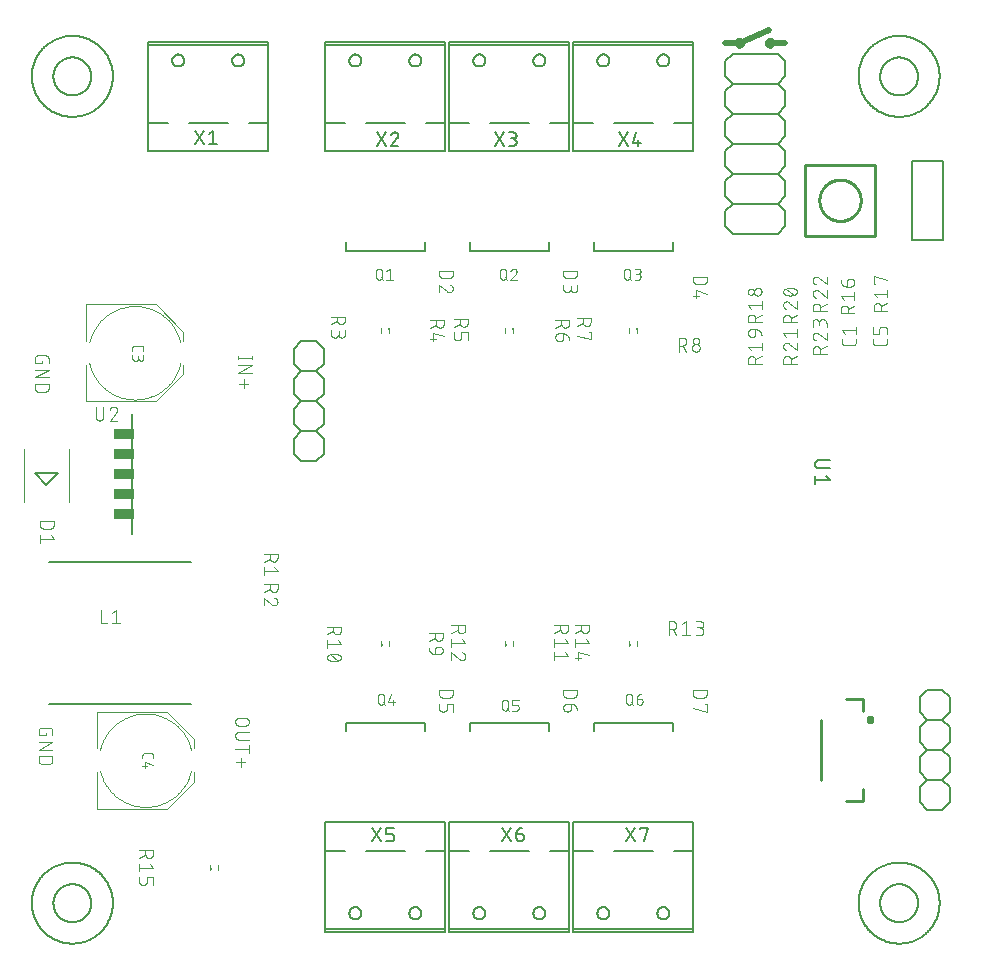
<source format=gbr>
G04 EAGLE Gerber RS-274X export*
G75*
%MOMM*%
%FSLAX34Y34*%
%LPD*%
%INSilkscreen Top*%
%IPPOS*%
%AMOC8*
5,1,8,0,0,1.08239X$1,22.5*%
G01*
%ADD10C,0.101600*%
%ADD11C,0.508000*%
%ADD12R,0.423200X0.105800*%
%ADD13R,0.317400X0.105800*%
%ADD14R,0.211600X0.105800*%
%ADD15R,0.105800X0.105800*%
%ADD16R,0.846400X0.105800*%
%ADD17R,0.952200X0.105800*%
%ADD18R,1.058000X0.105800*%
%ADD19R,1.587000X0.105800*%
%ADD20R,1.481200X0.105800*%
%ADD21R,0.740600X0.105800*%
%ADD22R,0.529000X0.105800*%
%ADD23R,0.634800X0.105800*%
%ADD24R,1.163800X0.105800*%
%ADD25R,1.375400X0.105800*%
%ADD26R,10.368400X0.105800*%
%ADD27R,6.348000X0.105800*%
%ADD28R,10.791600X0.105800*%
%ADD29R,6.771200X0.105800*%
%ADD30R,11.003200X0.105800*%
%ADD31R,11.214800X0.105800*%
%ADD32R,2.010200X0.105800*%
%ADD33R,2.221800X0.105800*%
%ADD34R,11.849600X0.105800*%
%ADD35R,6.982800X0.105800*%
%ADD36R,1.269600X0.105800*%
%ADD37R,1.692800X0.105800*%
%ADD38R,1.798600X0.105800*%
%ADD39R,11.638000X0.105800*%
%ADD40R,6.877000X0.105800*%
%ADD41R,11.532200X0.105800*%
%ADD42R,11.426400X0.105800*%
%ADD43R,6.136400X0.105800*%
%ADD44R,10.580000X0.105800*%
%ADD45R,10.051000X0.105800*%
%ADD46R,9.945200X0.105800*%
%ADD47R,2.962400X0.105800*%
%ADD48R,2.856600X0.105800*%
%ADD49R,9.733600X0.105800*%
%ADD50R,2.327600X0.105800*%
%ADD51R,2.433400X0.105800*%
%ADD52R,1.904400X0.105800*%
%ADD53R,2.116000X0.105800*%
%ADD54R,2.645000X0.105800*%
%ADD55R,2.539200X0.105800*%
%ADD56R,2.750800X0.105800*%
%ADD57R,10.156800X0.105800*%
%ADD58R,3.068200X0.105800*%
%ADD59R,9.627800X0.105800*%
%ADD60R,11.109000X0.105800*%
%ADD61C,0.152400*%
%ADD62C,0.203200*%
%ADD63C,0.127000*%
%ADD64R,1.676400X0.965200*%
%ADD65C,0.076200*%
%ADD66C,0.177800*%
%ADD67C,0.150000*%
%ADD68C,0.406400*%
%ADD69C,0.254000*%
%ADD70R,0.225000X0.250000*%


D10*
X202292Y511844D02*
X190608Y511844D01*
X190608Y513142D02*
X190608Y510546D01*
X202292Y510546D02*
X202292Y513142D01*
X202292Y505564D02*
X190608Y505564D01*
X190608Y499073D02*
X202292Y505564D01*
X202292Y499073D02*
X190608Y499073D01*
X195152Y493640D02*
X195152Y485851D01*
X199046Y489746D02*
X191257Y489746D01*
X191104Y206742D02*
X196296Y206742D01*
X196409Y206740D01*
X196522Y206734D01*
X196635Y206724D01*
X196748Y206710D01*
X196860Y206693D01*
X196971Y206671D01*
X197081Y206646D01*
X197191Y206616D01*
X197299Y206583D01*
X197406Y206546D01*
X197512Y206506D01*
X197616Y206461D01*
X197719Y206413D01*
X197820Y206362D01*
X197919Y206307D01*
X198016Y206249D01*
X198111Y206187D01*
X198204Y206122D01*
X198294Y206054D01*
X198382Y205983D01*
X198468Y205908D01*
X198551Y205831D01*
X198631Y205751D01*
X198708Y205668D01*
X198783Y205582D01*
X198854Y205494D01*
X198922Y205404D01*
X198987Y205311D01*
X199049Y205216D01*
X199107Y205119D01*
X199162Y205020D01*
X199213Y204919D01*
X199261Y204816D01*
X199306Y204712D01*
X199346Y204606D01*
X199383Y204499D01*
X199416Y204391D01*
X199446Y204281D01*
X199471Y204171D01*
X199493Y204060D01*
X199510Y203948D01*
X199524Y203835D01*
X199534Y203722D01*
X199540Y203609D01*
X199542Y203496D01*
X199540Y203383D01*
X199534Y203270D01*
X199524Y203157D01*
X199510Y203044D01*
X199493Y202932D01*
X199471Y202821D01*
X199446Y202711D01*
X199416Y202601D01*
X199383Y202493D01*
X199346Y202386D01*
X199306Y202280D01*
X199261Y202176D01*
X199213Y202073D01*
X199162Y201972D01*
X199107Y201873D01*
X199049Y201776D01*
X198987Y201681D01*
X198922Y201588D01*
X198854Y201498D01*
X198783Y201410D01*
X198708Y201324D01*
X198631Y201241D01*
X198551Y201161D01*
X198468Y201084D01*
X198382Y201009D01*
X198294Y200938D01*
X198204Y200870D01*
X198111Y200805D01*
X198016Y200743D01*
X197919Y200685D01*
X197820Y200630D01*
X197719Y200579D01*
X197616Y200531D01*
X197512Y200486D01*
X197406Y200446D01*
X197299Y200409D01*
X197191Y200376D01*
X197081Y200346D01*
X196971Y200321D01*
X196860Y200299D01*
X196748Y200282D01*
X196635Y200268D01*
X196522Y200258D01*
X196409Y200252D01*
X196296Y200250D01*
X196296Y200251D02*
X191104Y200251D01*
X191104Y200250D02*
X190991Y200252D01*
X190878Y200258D01*
X190765Y200268D01*
X190652Y200282D01*
X190540Y200299D01*
X190429Y200321D01*
X190319Y200346D01*
X190209Y200376D01*
X190101Y200409D01*
X189994Y200446D01*
X189888Y200486D01*
X189784Y200531D01*
X189681Y200579D01*
X189580Y200630D01*
X189481Y200685D01*
X189384Y200743D01*
X189289Y200805D01*
X189196Y200870D01*
X189106Y200938D01*
X189018Y201009D01*
X188932Y201084D01*
X188849Y201161D01*
X188769Y201241D01*
X188692Y201324D01*
X188617Y201410D01*
X188546Y201498D01*
X188478Y201588D01*
X188413Y201681D01*
X188351Y201776D01*
X188293Y201873D01*
X188238Y201972D01*
X188187Y202073D01*
X188139Y202176D01*
X188094Y202280D01*
X188054Y202386D01*
X188017Y202493D01*
X187984Y202601D01*
X187954Y202711D01*
X187929Y202821D01*
X187907Y202932D01*
X187890Y203044D01*
X187876Y203157D01*
X187866Y203270D01*
X187860Y203383D01*
X187858Y203496D01*
X187860Y203609D01*
X187866Y203722D01*
X187876Y203835D01*
X187890Y203948D01*
X187907Y204060D01*
X187929Y204171D01*
X187954Y204281D01*
X187984Y204391D01*
X188017Y204499D01*
X188054Y204606D01*
X188094Y204712D01*
X188139Y204816D01*
X188187Y204919D01*
X188238Y205020D01*
X188293Y205119D01*
X188351Y205216D01*
X188413Y205311D01*
X188478Y205404D01*
X188546Y205494D01*
X188617Y205582D01*
X188692Y205668D01*
X188769Y205751D01*
X188849Y205831D01*
X188932Y205908D01*
X189018Y205983D01*
X189106Y206054D01*
X189196Y206122D01*
X189289Y206187D01*
X189384Y206249D01*
X189481Y206307D01*
X189580Y206362D01*
X189681Y206413D01*
X189784Y206461D01*
X189888Y206506D01*
X189994Y206546D01*
X190101Y206583D01*
X190209Y206616D01*
X190319Y206646D01*
X190429Y206671D01*
X190540Y206693D01*
X190652Y206710D01*
X190765Y206724D01*
X190878Y206734D01*
X190991Y206740D01*
X191104Y206742D01*
X191104Y194931D02*
X199542Y194931D01*
X191104Y194931D02*
X190991Y194929D01*
X190878Y194923D01*
X190765Y194913D01*
X190652Y194899D01*
X190540Y194882D01*
X190429Y194860D01*
X190319Y194835D01*
X190209Y194805D01*
X190101Y194772D01*
X189994Y194735D01*
X189888Y194695D01*
X189784Y194650D01*
X189681Y194602D01*
X189580Y194551D01*
X189481Y194496D01*
X189384Y194438D01*
X189289Y194376D01*
X189196Y194311D01*
X189106Y194243D01*
X189018Y194172D01*
X188932Y194097D01*
X188849Y194020D01*
X188769Y193940D01*
X188692Y193857D01*
X188617Y193771D01*
X188546Y193683D01*
X188478Y193593D01*
X188413Y193500D01*
X188351Y193405D01*
X188293Y193308D01*
X188238Y193209D01*
X188187Y193108D01*
X188139Y193005D01*
X188094Y192901D01*
X188054Y192795D01*
X188017Y192688D01*
X187984Y192580D01*
X187954Y192470D01*
X187929Y192360D01*
X187907Y192249D01*
X187890Y192137D01*
X187876Y192024D01*
X187866Y191911D01*
X187860Y191798D01*
X187858Y191685D01*
X187860Y191572D01*
X187866Y191459D01*
X187876Y191346D01*
X187890Y191233D01*
X187907Y191121D01*
X187929Y191010D01*
X187954Y190900D01*
X187984Y190790D01*
X188017Y190682D01*
X188054Y190575D01*
X188094Y190469D01*
X188139Y190365D01*
X188187Y190262D01*
X188238Y190161D01*
X188293Y190062D01*
X188351Y189965D01*
X188413Y189870D01*
X188478Y189777D01*
X188546Y189687D01*
X188617Y189599D01*
X188692Y189513D01*
X188769Y189430D01*
X188849Y189350D01*
X188932Y189273D01*
X189018Y189198D01*
X189106Y189127D01*
X189196Y189059D01*
X189289Y188994D01*
X189384Y188932D01*
X189481Y188874D01*
X189580Y188819D01*
X189681Y188768D01*
X189784Y188720D01*
X189888Y188675D01*
X189994Y188635D01*
X190101Y188598D01*
X190209Y188565D01*
X190319Y188535D01*
X190429Y188510D01*
X190540Y188488D01*
X190652Y188471D01*
X190765Y188457D01*
X190878Y188447D01*
X190991Y188441D01*
X191104Y188439D01*
X191104Y188440D02*
X199542Y188440D01*
X199542Y180637D02*
X187858Y180637D01*
X199542Y183882D02*
X199542Y177391D01*
X192402Y173101D02*
X192402Y165312D01*
X196296Y169207D02*
X188507Y169207D01*
X24699Y507201D02*
X24699Y509148D01*
X24699Y507201D02*
X18208Y507201D01*
X18208Y511096D01*
X18210Y511195D01*
X18216Y511295D01*
X18225Y511394D01*
X18238Y511492D01*
X18255Y511590D01*
X18276Y511688D01*
X18301Y511784D01*
X18329Y511879D01*
X18361Y511973D01*
X18396Y512066D01*
X18435Y512158D01*
X18478Y512248D01*
X18523Y512336D01*
X18573Y512423D01*
X18625Y512507D01*
X18681Y512590D01*
X18739Y512670D01*
X18801Y512748D01*
X18866Y512823D01*
X18934Y512896D01*
X19004Y512966D01*
X19077Y513034D01*
X19152Y513099D01*
X19230Y513161D01*
X19310Y513219D01*
X19393Y513275D01*
X19477Y513327D01*
X19564Y513377D01*
X19652Y513422D01*
X19742Y513465D01*
X19834Y513504D01*
X19927Y513539D01*
X20021Y513571D01*
X20116Y513599D01*
X20212Y513624D01*
X20310Y513645D01*
X20408Y513662D01*
X20506Y513675D01*
X20605Y513684D01*
X20705Y513690D01*
X20804Y513692D01*
X27296Y513692D01*
X27395Y513690D01*
X27495Y513684D01*
X27594Y513675D01*
X27692Y513662D01*
X27790Y513645D01*
X27888Y513624D01*
X27984Y513599D01*
X28079Y513571D01*
X28173Y513539D01*
X28266Y513504D01*
X28358Y513465D01*
X28448Y513422D01*
X28536Y513377D01*
X28623Y513327D01*
X28707Y513275D01*
X28790Y513219D01*
X28870Y513161D01*
X28948Y513099D01*
X29023Y513034D01*
X29096Y512966D01*
X29166Y512896D01*
X29234Y512823D01*
X29299Y512748D01*
X29361Y512670D01*
X29419Y512590D01*
X29475Y512507D01*
X29527Y512423D01*
X29577Y512336D01*
X29622Y512248D01*
X29665Y512158D01*
X29704Y512066D01*
X29739Y511974D01*
X29771Y511879D01*
X29799Y511784D01*
X29824Y511688D01*
X29845Y511590D01*
X29862Y511492D01*
X29875Y511394D01*
X29884Y511295D01*
X29890Y511195D01*
X29892Y511096D01*
X29892Y507201D01*
X29892Y501500D02*
X18208Y501500D01*
X18208Y495009D02*
X29892Y501500D01*
X29892Y495009D02*
X18208Y495009D01*
X18208Y489308D02*
X29892Y489308D01*
X29892Y486063D01*
X29890Y485950D01*
X29884Y485837D01*
X29874Y485724D01*
X29860Y485611D01*
X29843Y485499D01*
X29821Y485388D01*
X29796Y485278D01*
X29766Y485168D01*
X29733Y485060D01*
X29696Y484953D01*
X29656Y484847D01*
X29611Y484743D01*
X29563Y484640D01*
X29512Y484539D01*
X29457Y484440D01*
X29399Y484343D01*
X29337Y484248D01*
X29272Y484155D01*
X29204Y484065D01*
X29133Y483977D01*
X29058Y483891D01*
X28981Y483808D01*
X28901Y483728D01*
X28818Y483651D01*
X28732Y483576D01*
X28644Y483505D01*
X28554Y483437D01*
X28461Y483372D01*
X28366Y483310D01*
X28269Y483252D01*
X28170Y483197D01*
X28069Y483146D01*
X27966Y483098D01*
X27862Y483053D01*
X27756Y483013D01*
X27649Y482976D01*
X27541Y482943D01*
X27431Y482913D01*
X27321Y482888D01*
X27210Y482866D01*
X27098Y482849D01*
X26985Y482835D01*
X26872Y482825D01*
X26759Y482819D01*
X26646Y482817D01*
X21454Y482817D01*
X21341Y482819D01*
X21228Y482825D01*
X21115Y482835D01*
X21002Y482849D01*
X20890Y482866D01*
X20779Y482888D01*
X20669Y482913D01*
X20559Y482943D01*
X20451Y482976D01*
X20344Y483013D01*
X20238Y483053D01*
X20134Y483098D01*
X20031Y483146D01*
X19930Y483197D01*
X19831Y483252D01*
X19734Y483310D01*
X19639Y483372D01*
X19546Y483437D01*
X19456Y483505D01*
X19368Y483576D01*
X19282Y483651D01*
X19199Y483728D01*
X19119Y483808D01*
X19042Y483891D01*
X18967Y483977D01*
X18896Y484065D01*
X18828Y484155D01*
X18763Y484248D01*
X18701Y484343D01*
X18643Y484440D01*
X18588Y484539D01*
X18537Y484640D01*
X18489Y484743D01*
X18444Y484847D01*
X18404Y484953D01*
X18367Y485060D01*
X18334Y485168D01*
X18304Y485278D01*
X18279Y485388D01*
X18257Y485499D01*
X18240Y485611D01*
X18226Y485724D01*
X18216Y485837D01*
X18210Y485950D01*
X18208Y486063D01*
X18208Y489308D01*
X27949Y194048D02*
X27949Y192101D01*
X21458Y192101D01*
X21458Y195996D01*
X21460Y196095D01*
X21466Y196195D01*
X21475Y196294D01*
X21488Y196392D01*
X21505Y196490D01*
X21526Y196588D01*
X21551Y196684D01*
X21579Y196779D01*
X21611Y196873D01*
X21646Y196966D01*
X21685Y197058D01*
X21728Y197148D01*
X21773Y197236D01*
X21823Y197323D01*
X21875Y197407D01*
X21931Y197490D01*
X21989Y197570D01*
X22051Y197648D01*
X22116Y197723D01*
X22184Y197796D01*
X22254Y197866D01*
X22327Y197934D01*
X22402Y197999D01*
X22480Y198061D01*
X22560Y198119D01*
X22643Y198175D01*
X22727Y198227D01*
X22814Y198277D01*
X22902Y198322D01*
X22992Y198365D01*
X23084Y198404D01*
X23177Y198439D01*
X23271Y198471D01*
X23366Y198499D01*
X23462Y198524D01*
X23560Y198545D01*
X23658Y198562D01*
X23756Y198575D01*
X23855Y198584D01*
X23955Y198590D01*
X24054Y198592D01*
X30546Y198592D01*
X30645Y198590D01*
X30745Y198584D01*
X30844Y198575D01*
X30942Y198562D01*
X31040Y198545D01*
X31138Y198524D01*
X31234Y198499D01*
X31329Y198471D01*
X31423Y198439D01*
X31516Y198404D01*
X31608Y198365D01*
X31698Y198322D01*
X31786Y198277D01*
X31873Y198227D01*
X31957Y198175D01*
X32040Y198119D01*
X32120Y198061D01*
X32198Y197999D01*
X32273Y197934D01*
X32346Y197866D01*
X32416Y197796D01*
X32484Y197723D01*
X32549Y197648D01*
X32611Y197570D01*
X32669Y197490D01*
X32725Y197407D01*
X32777Y197323D01*
X32827Y197236D01*
X32872Y197148D01*
X32915Y197058D01*
X32954Y196966D01*
X32989Y196874D01*
X33021Y196779D01*
X33049Y196684D01*
X33074Y196588D01*
X33095Y196490D01*
X33112Y196392D01*
X33125Y196294D01*
X33134Y196195D01*
X33140Y196095D01*
X33142Y195996D01*
X33142Y192101D01*
X33142Y186400D02*
X21458Y186400D01*
X21458Y179909D02*
X33142Y186400D01*
X33142Y179909D02*
X21458Y179909D01*
X21458Y174208D02*
X33142Y174208D01*
X33142Y170963D01*
X33140Y170850D01*
X33134Y170737D01*
X33124Y170624D01*
X33110Y170511D01*
X33093Y170399D01*
X33071Y170288D01*
X33046Y170178D01*
X33016Y170068D01*
X32983Y169960D01*
X32946Y169853D01*
X32906Y169747D01*
X32861Y169643D01*
X32813Y169540D01*
X32762Y169439D01*
X32707Y169340D01*
X32649Y169243D01*
X32587Y169148D01*
X32522Y169055D01*
X32454Y168965D01*
X32383Y168877D01*
X32308Y168791D01*
X32231Y168708D01*
X32151Y168628D01*
X32068Y168551D01*
X31982Y168476D01*
X31894Y168405D01*
X31804Y168337D01*
X31711Y168272D01*
X31616Y168210D01*
X31519Y168152D01*
X31420Y168097D01*
X31319Y168046D01*
X31216Y167998D01*
X31112Y167953D01*
X31006Y167913D01*
X30899Y167876D01*
X30791Y167843D01*
X30681Y167813D01*
X30571Y167788D01*
X30460Y167766D01*
X30348Y167749D01*
X30235Y167735D01*
X30122Y167725D01*
X30009Y167719D01*
X29896Y167717D01*
X24704Y167717D01*
X24591Y167719D01*
X24478Y167725D01*
X24365Y167735D01*
X24252Y167749D01*
X24140Y167766D01*
X24029Y167788D01*
X23919Y167813D01*
X23809Y167843D01*
X23701Y167876D01*
X23594Y167913D01*
X23488Y167953D01*
X23384Y167998D01*
X23281Y168046D01*
X23180Y168097D01*
X23081Y168152D01*
X22984Y168210D01*
X22889Y168272D01*
X22796Y168337D01*
X22706Y168405D01*
X22618Y168476D01*
X22532Y168551D01*
X22449Y168628D01*
X22369Y168708D01*
X22292Y168791D01*
X22217Y168877D01*
X22146Y168965D01*
X22078Y169055D01*
X22013Y169148D01*
X21951Y169243D01*
X21893Y169340D01*
X21838Y169439D01*
X21787Y169540D01*
X21739Y169643D01*
X21694Y169747D01*
X21654Y169853D01*
X21617Y169960D01*
X21584Y170068D01*
X21554Y170178D01*
X21529Y170288D01*
X21507Y170399D01*
X21490Y170511D01*
X21476Y170624D01*
X21466Y170737D01*
X21460Y170850D01*
X21458Y170963D01*
X21458Y174208D01*
D11*
X603000Y778000D02*
X615000Y778000D01*
X640000Y789000D01*
X642000Y778000D02*
X653000Y778000D01*
X639000Y778000D02*
X639002Y778089D01*
X639008Y778178D01*
X639018Y778267D01*
X639032Y778355D01*
X639049Y778442D01*
X639071Y778528D01*
X639097Y778614D01*
X639126Y778698D01*
X639159Y778781D01*
X639195Y778862D01*
X639236Y778942D01*
X639279Y779019D01*
X639326Y779095D01*
X639377Y779168D01*
X639430Y779239D01*
X639487Y779308D01*
X639547Y779374D01*
X639610Y779438D01*
X639675Y779498D01*
X639743Y779556D01*
X639814Y779610D01*
X639887Y779661D01*
X639962Y779709D01*
X640039Y779754D01*
X640118Y779795D01*
X640199Y779832D01*
X640281Y779866D01*
X640365Y779897D01*
X640450Y779923D01*
X640536Y779946D01*
X640623Y779964D01*
X640711Y779979D01*
X640800Y779990D01*
X640889Y779997D01*
X640978Y780000D01*
X641067Y779999D01*
X641156Y779994D01*
X641244Y779985D01*
X641333Y779972D01*
X641420Y779955D01*
X641507Y779935D01*
X641593Y779910D01*
X641677Y779882D01*
X641760Y779850D01*
X641842Y779814D01*
X641922Y779775D01*
X642000Y779732D01*
X642076Y779686D01*
X642150Y779636D01*
X642222Y779583D01*
X642291Y779527D01*
X642358Y779468D01*
X642422Y779406D01*
X642483Y779342D01*
X642542Y779274D01*
X642597Y779204D01*
X642649Y779132D01*
X642698Y779057D01*
X642743Y778981D01*
X642785Y778902D01*
X642823Y778822D01*
X642858Y778740D01*
X642889Y778656D01*
X642917Y778571D01*
X642940Y778485D01*
X642960Y778398D01*
X642976Y778311D01*
X642988Y778222D01*
X642996Y778134D01*
X643000Y778045D01*
X643000Y777955D01*
X642996Y777866D01*
X642988Y777778D01*
X642976Y777689D01*
X642960Y777602D01*
X642940Y777515D01*
X642917Y777429D01*
X642889Y777344D01*
X642858Y777260D01*
X642823Y777178D01*
X642785Y777098D01*
X642743Y777019D01*
X642698Y776943D01*
X642649Y776868D01*
X642597Y776796D01*
X642542Y776726D01*
X642483Y776658D01*
X642422Y776594D01*
X642358Y776532D01*
X642291Y776473D01*
X642222Y776417D01*
X642150Y776364D01*
X642076Y776314D01*
X642000Y776268D01*
X641922Y776225D01*
X641842Y776186D01*
X641760Y776150D01*
X641677Y776118D01*
X641593Y776090D01*
X641507Y776065D01*
X641420Y776045D01*
X641333Y776028D01*
X641244Y776015D01*
X641156Y776006D01*
X641067Y776001D01*
X640978Y776000D01*
X640889Y776003D01*
X640800Y776010D01*
X640711Y776021D01*
X640623Y776036D01*
X640536Y776054D01*
X640450Y776077D01*
X640365Y776103D01*
X640281Y776134D01*
X640199Y776168D01*
X640118Y776205D01*
X640039Y776246D01*
X639962Y776291D01*
X639887Y776339D01*
X639814Y776390D01*
X639743Y776444D01*
X639675Y776502D01*
X639610Y776562D01*
X639547Y776626D01*
X639487Y776692D01*
X639430Y776761D01*
X639377Y776832D01*
X639326Y776905D01*
X639279Y776981D01*
X639236Y777058D01*
X639195Y777138D01*
X639159Y777219D01*
X639126Y777302D01*
X639097Y777386D01*
X639071Y777472D01*
X639049Y777558D01*
X639032Y777645D01*
X639018Y777733D01*
X639008Y777822D01*
X639002Y777911D01*
X639000Y778000D01*
X613000Y778000D02*
X613002Y778089D01*
X613008Y778178D01*
X613018Y778267D01*
X613032Y778355D01*
X613049Y778442D01*
X613071Y778528D01*
X613097Y778614D01*
X613126Y778698D01*
X613159Y778781D01*
X613195Y778862D01*
X613236Y778942D01*
X613279Y779019D01*
X613326Y779095D01*
X613377Y779168D01*
X613430Y779239D01*
X613487Y779308D01*
X613547Y779374D01*
X613610Y779438D01*
X613675Y779498D01*
X613743Y779556D01*
X613814Y779610D01*
X613887Y779661D01*
X613962Y779709D01*
X614039Y779754D01*
X614118Y779795D01*
X614199Y779832D01*
X614281Y779866D01*
X614365Y779897D01*
X614450Y779923D01*
X614536Y779946D01*
X614623Y779964D01*
X614711Y779979D01*
X614800Y779990D01*
X614889Y779997D01*
X614978Y780000D01*
X615067Y779999D01*
X615156Y779994D01*
X615244Y779985D01*
X615333Y779972D01*
X615420Y779955D01*
X615507Y779935D01*
X615593Y779910D01*
X615677Y779882D01*
X615760Y779850D01*
X615842Y779814D01*
X615922Y779775D01*
X616000Y779732D01*
X616076Y779686D01*
X616150Y779636D01*
X616222Y779583D01*
X616291Y779527D01*
X616358Y779468D01*
X616422Y779406D01*
X616483Y779342D01*
X616542Y779274D01*
X616597Y779204D01*
X616649Y779132D01*
X616698Y779057D01*
X616743Y778981D01*
X616785Y778902D01*
X616823Y778822D01*
X616858Y778740D01*
X616889Y778656D01*
X616917Y778571D01*
X616940Y778485D01*
X616960Y778398D01*
X616976Y778311D01*
X616988Y778222D01*
X616996Y778134D01*
X617000Y778045D01*
X617000Y777955D01*
X616996Y777866D01*
X616988Y777778D01*
X616976Y777689D01*
X616960Y777602D01*
X616940Y777515D01*
X616917Y777429D01*
X616889Y777344D01*
X616858Y777260D01*
X616823Y777178D01*
X616785Y777098D01*
X616743Y777019D01*
X616698Y776943D01*
X616649Y776868D01*
X616597Y776796D01*
X616542Y776726D01*
X616483Y776658D01*
X616422Y776594D01*
X616358Y776532D01*
X616291Y776473D01*
X616222Y776417D01*
X616150Y776364D01*
X616076Y776314D01*
X616000Y776268D01*
X615922Y776225D01*
X615842Y776186D01*
X615760Y776150D01*
X615677Y776118D01*
X615593Y776090D01*
X615507Y776065D01*
X615420Y776045D01*
X615333Y776028D01*
X615244Y776015D01*
X615156Y776006D01*
X615067Y776001D01*
X614978Y776000D01*
X614889Y776003D01*
X614800Y776010D01*
X614711Y776021D01*
X614623Y776036D01*
X614536Y776054D01*
X614450Y776077D01*
X614365Y776103D01*
X614281Y776134D01*
X614199Y776168D01*
X614118Y776205D01*
X614039Y776246D01*
X613962Y776291D01*
X613887Y776339D01*
X613814Y776390D01*
X613743Y776444D01*
X613675Y776502D01*
X613610Y776562D01*
X613547Y776626D01*
X613487Y776692D01*
X613430Y776761D01*
X613377Y776832D01*
X613326Y776905D01*
X613279Y776981D01*
X613236Y777058D01*
X613195Y777138D01*
X613159Y777219D01*
X613126Y777302D01*
X613097Y777386D01*
X613071Y777472D01*
X613049Y777558D01*
X613032Y777645D01*
X613018Y777733D01*
X613008Y777822D01*
X613002Y777911D01*
X613000Y778000D01*
D12*
X340147Y8464D03*
D13*
X444360Y8464D03*
D12*
X548573Y8464D03*
D13*
X340676Y9522D03*
X444360Y9522D03*
D12*
X548573Y9522D03*
X340147Y10580D03*
D13*
X444360Y10580D03*
X548044Y10580D03*
D12*
X340147Y11638D03*
D13*
X444360Y11638D03*
D12*
X548573Y11638D03*
X340147Y12696D03*
D13*
X444360Y12696D03*
D12*
X548573Y12696D03*
D14*
X289363Y13754D03*
X292537Y13754D03*
X295711Y13754D03*
X298885Y13754D03*
D15*
X301530Y13754D03*
D13*
X334328Y13754D03*
D16*
X341205Y13754D03*
D15*
X347024Y13754D03*
D14*
X393047Y13754D03*
X396221Y13754D03*
X399395Y13754D03*
X402569Y13754D03*
X405743Y13754D03*
D15*
X438012Y13754D03*
D17*
X444360Y13754D03*
D15*
X450708Y13754D03*
X497260Y13754D03*
D14*
X499905Y13754D03*
X503079Y13754D03*
X506253Y13754D03*
X509427Y13754D03*
D15*
X541696Y13754D03*
D17*
X548044Y13754D03*
D14*
X554921Y13754D03*
X588777Y13754D03*
D18*
X597241Y13754D03*
D14*
X604647Y13754D03*
D18*
X619459Y13754D03*
D16*
X632155Y13754D03*
D18*
X645909Y13754D03*
D14*
X654373Y13754D03*
D19*
X295182Y14812D03*
X340676Y14812D03*
X398866Y14812D03*
X444360Y14812D03*
D20*
X503079Y14812D03*
D19*
X548044Y14812D03*
D14*
X589835Y14812D03*
D18*
X597241Y14812D03*
D14*
X605705Y14812D03*
D18*
X619459Y14812D03*
D17*
X632684Y14812D03*
D18*
X645909Y14812D03*
D14*
X655431Y14812D03*
D19*
X295182Y15870D03*
X340676Y15870D03*
X398866Y15870D03*
X444360Y15870D03*
D20*
X503079Y15870D03*
D19*
X548044Y15870D03*
D14*
X589835Y15870D03*
X594067Y15870D03*
X606763Y15870D03*
X616285Y15870D03*
D13*
X628452Y15870D03*
X637974Y15870D03*
D14*
X642735Y15870D03*
X655431Y15870D03*
D19*
X295182Y16928D03*
X340676Y16928D03*
X398866Y16928D03*
X444360Y16928D03*
D20*
X503079Y16928D03*
D19*
X548044Y16928D03*
D15*
X590364Y16928D03*
D14*
X594067Y16928D03*
X607821Y16928D03*
X616285Y16928D03*
X627923Y16928D03*
X631097Y16928D03*
X638503Y16928D03*
X642735Y16928D03*
D15*
X655960Y16928D03*
D12*
X340147Y17986D03*
D13*
X444360Y17986D03*
D12*
X548573Y17986D03*
D14*
X590893Y17986D03*
D21*
X597770Y17986D03*
D14*
X608879Y17986D03*
D21*
X619988Y17986D03*
D14*
X627923Y17986D03*
D13*
X632684Y17986D03*
D14*
X639561Y17986D03*
D21*
X646438Y17986D03*
D14*
X656489Y17986D03*
D12*
X340147Y19044D03*
D13*
X444360Y19044D03*
D12*
X548573Y19044D03*
D14*
X590893Y19044D03*
D16*
X599357Y19044D03*
D14*
X609937Y19044D03*
D16*
X621575Y19044D03*
D14*
X628981Y19044D03*
D13*
X634800Y19044D03*
D14*
X639561Y19044D03*
D16*
X648025Y19044D03*
D14*
X656489Y19044D03*
D12*
X340147Y20102D03*
D13*
X444360Y20102D03*
D12*
X548573Y20102D03*
D15*
X591422Y20102D03*
D14*
X603589Y20102D03*
X610995Y20102D03*
X625807Y20102D03*
X628981Y20102D03*
D13*
X635858Y20102D03*
D14*
X639561Y20102D03*
X652257Y20102D03*
D15*
X657018Y20102D03*
D12*
X340147Y21160D03*
D13*
X444360Y21160D03*
D12*
X548573Y21160D03*
D14*
X591951Y21160D03*
X603589Y21160D03*
X612053Y21160D03*
X625807Y21160D03*
X630039Y21160D03*
D12*
X638503Y21160D03*
D14*
X652257Y21160D03*
X657547Y21160D03*
D12*
X340147Y22218D03*
D13*
X444360Y22218D03*
D12*
X548573Y22218D03*
D14*
X591951Y22218D03*
X603589Y22218D03*
X613111Y22218D03*
X625807Y22218D03*
X631097Y22218D03*
D13*
X639032Y22218D03*
D14*
X652257Y22218D03*
X657547Y22218D03*
D13*
X340676Y23276D03*
X444360Y23276D03*
X548044Y23276D03*
X591422Y23276D03*
D16*
X600415Y23276D03*
D14*
X614169Y23276D03*
D16*
X622633Y23276D03*
D17*
X635858Y23276D03*
D16*
X649083Y23276D03*
D13*
X657018Y23276D03*
X591422Y24334D03*
D22*
X599886Y24334D03*
D15*
X614698Y24334D03*
D22*
X622104Y24334D03*
D13*
X635858Y24334D03*
D22*
X648554Y24334D03*
D13*
X657018Y24334D03*
D22*
X635858Y29624D03*
D14*
X638503Y30682D03*
D15*
X639032Y31740D03*
D16*
X590893Y32798D03*
D14*
X599357Y32798D03*
D18*
X607821Y32798D03*
D14*
X615227Y32798D03*
X618401Y32798D03*
D15*
X627394Y32798D03*
D22*
X634800Y32798D03*
D14*
X639561Y32798D03*
D21*
X647496Y32798D03*
D23*
X656489Y32798D03*
D21*
X667598Y32798D03*
X679236Y32798D03*
D17*
X591422Y33856D03*
D14*
X599357Y33856D03*
D18*
X607821Y33856D03*
D14*
X615227Y33856D03*
X618401Y33856D03*
X627923Y33856D03*
D22*
X634800Y33856D03*
D14*
X639561Y33856D03*
D16*
X646967Y33856D03*
X656489Y33856D03*
X668127Y33856D03*
X679765Y33856D03*
D14*
X596183Y34914D03*
X603589Y34914D03*
X612053Y34914D03*
X619459Y34914D03*
X627923Y34914D03*
X633213Y34914D03*
D15*
X640090Y34914D03*
D14*
X643793Y34914D03*
D15*
X650670Y34914D03*
D14*
X653315Y34914D03*
X660721Y34914D03*
X664953Y34914D03*
X672359Y34914D03*
X676591Y34914D03*
D15*
X683468Y34914D03*
D14*
X596183Y35972D03*
X603589Y35972D03*
X613111Y35972D03*
D24*
X624220Y35972D03*
D14*
X633213Y35972D03*
X640619Y35972D03*
X643793Y35972D03*
X651199Y35972D03*
D22*
X655960Y35972D03*
D15*
X661250Y35972D03*
D14*
X664953Y35972D03*
X672359Y35972D03*
X676591Y35972D03*
X683997Y35972D03*
X597241Y37030D03*
D15*
X604118Y37030D03*
D21*
X610466Y37030D03*
D14*
X620517Y37030D03*
X628981Y37030D03*
X633213Y37030D03*
X640619Y37030D03*
X643793Y37030D03*
X651199Y37030D03*
D22*
X657018Y37030D03*
D14*
X661779Y37030D03*
X664953Y37030D03*
X672359Y37030D03*
X676591Y37030D03*
X683997Y37030D03*
X597241Y38088D03*
X604647Y38088D03*
D21*
X610466Y38088D03*
D14*
X620517Y38088D03*
X628981Y38088D03*
D15*
X633742Y38088D03*
X641148Y38088D03*
D14*
X644851Y38088D03*
D15*
X651728Y38088D03*
D14*
X661779Y38088D03*
X666011Y38088D03*
X673417Y38088D03*
D15*
X677120Y38088D03*
X684526Y38088D03*
D14*
X597241Y39146D03*
X604647Y39146D03*
X620517Y39146D03*
X630039Y39146D03*
D17*
X637974Y39146D03*
D14*
X644851Y39146D03*
X652257Y39146D03*
D23*
X659663Y39146D03*
X668127Y39146D03*
D14*
X673417Y39146D03*
D17*
X681352Y39146D03*
D15*
X597770Y40204D03*
X605176Y40204D03*
D14*
X621575Y40204D03*
X630039Y40204D03*
D23*
X638503Y40204D03*
D14*
X644851Y40204D03*
X652257Y40204D03*
D22*
X659134Y40204D03*
D21*
X670772Y40204D03*
D23*
X681881Y40204D03*
D14*
X598299Y41262D03*
X605705Y41262D03*
D13*
X623162Y41262D03*
D14*
X630039Y41262D03*
X674475Y41262D03*
X598299Y42320D03*
D18*
X610995Y42320D03*
D17*
X627394Y42320D03*
D14*
X674475Y42320D03*
D15*
X598828Y43378D03*
D21*
X611524Y43378D03*
D12*
X628981Y43378D03*
D14*
X674475Y43378D03*
D22*
X602002Y47610D03*
D14*
X604647Y48668D03*
D15*
X192556Y49726D03*
D14*
X605705Y49726D03*
X192027Y50784D03*
D21*
X591422Y50784D03*
D22*
X600944Y50784D03*
D14*
X605705Y50784D03*
X192027Y51842D03*
D16*
X591951Y51842D03*
D22*
X600944Y51842D03*
D14*
X605705Y51842D03*
D15*
X192556Y52900D03*
D14*
X588777Y52900D03*
X596183Y52900D03*
X599357Y52900D03*
D15*
X606234Y52900D03*
D14*
X192027Y53958D03*
X588777Y53958D03*
X596183Y53958D03*
X599357Y53958D03*
X606763Y53958D03*
D16*
X188853Y55016D03*
D14*
X588777Y55016D03*
X596183Y55016D03*
X599357Y55016D03*
X606763Y55016D03*
D21*
X188324Y56074D03*
D14*
X589835Y56074D03*
X597241Y56074D03*
X600415Y56074D03*
X607821Y56074D03*
X589835Y57132D03*
D23*
X595125Y57132D03*
D14*
X600415Y57132D03*
X607821Y57132D03*
D13*
X190440Y58190D03*
D14*
X589835Y58190D03*
D22*
X594596Y58190D03*
D14*
X600415Y58190D03*
X607821Y58190D03*
D22*
X190440Y59248D03*
D14*
X590893Y59248D03*
X188853Y60306D03*
X192027Y60306D03*
X590893Y60306D03*
X185679Y61364D03*
X188853Y61364D03*
X192027Y61364D03*
X590893Y61364D03*
X185679Y62422D03*
X188853Y62422D03*
D15*
X192556Y62422D03*
D14*
X185679Y63480D03*
X188853Y63480D03*
X192027Y63480D03*
X185679Y64538D03*
X192027Y64538D03*
D16*
X188853Y65596D03*
D13*
X653844Y65596D03*
D14*
X657547Y65596D03*
D13*
X662308Y65596D03*
X666540Y65596D03*
D23*
X188853Y66654D03*
D14*
X669185Y66654D03*
D15*
X635858Y67712D03*
X672888Y67712D03*
D25*
X613640Y68770D03*
D15*
X673946Y68770D03*
D14*
X192027Y69828D03*
D22*
X600944Y69828D03*
D15*
X675004Y69828D03*
D12*
X190969Y70886D03*
D13*
X595654Y70886D03*
D15*
X675004Y70886D03*
D13*
X189382Y71944D03*
D14*
X593009Y71944D03*
D15*
X673946Y71944D03*
D13*
X188324Y73002D03*
D15*
X592480Y73002D03*
D14*
X673417Y73002D03*
X186737Y74060D03*
D15*
X592480Y74060D03*
D14*
X672359Y74060D03*
D16*
X188853Y75118D03*
D15*
X593538Y75118D03*
D14*
X671301Y75118D03*
D16*
X188853Y76176D03*
D15*
X595654Y76176D03*
D14*
X670243Y76176D03*
D13*
X190440Y77234D03*
D14*
X597241Y77234D03*
X669185Y77234D03*
D13*
X189382Y78292D03*
D14*
X599357Y78292D03*
D15*
X667598Y78292D03*
D13*
X188324Y79350D03*
X602002Y79350D03*
D15*
X666540Y79350D03*
D13*
X187266Y80408D03*
D12*
X605705Y80408D03*
D16*
X188853Y81466D03*
D12*
X609937Y81466D03*
D16*
X188853Y82524D03*
D12*
X614169Y82524D03*
X619459Y83582D03*
X624749Y84640D03*
D23*
X188853Y85698D03*
D12*
X630039Y85698D03*
D16*
X188853Y86756D03*
D12*
X634271Y86756D03*
D14*
X185679Y87814D03*
X192027Y87814D03*
D12*
X640619Y87814D03*
D14*
X185679Y88872D03*
X192027Y88872D03*
D12*
X645909Y88872D03*
D14*
X185679Y89930D03*
D15*
X192556Y89930D03*
D17*
X640090Y89930D03*
D23*
X652257Y89930D03*
D14*
X185679Y90988D03*
X192027Y90988D03*
D13*
X633742Y90988D03*
D22*
X647496Y90988D03*
X658076Y90988D03*
D14*
X185679Y92046D03*
X192027Y92046D03*
D15*
X631626Y92046D03*
D22*
X652786Y92046D03*
X664424Y92046D03*
D16*
X188853Y93104D03*
D15*
X631626Y93104D03*
D13*
X658076Y93104D03*
D22*
X669714Y93104D03*
D23*
X188853Y94162D03*
D15*
X632684Y94162D03*
D13*
X659134Y94162D03*
X663366Y94162D03*
D22*
X675004Y94162D03*
D14*
X634271Y95220D03*
D15*
X660192Y95220D03*
D14*
X663895Y95220D03*
D13*
X667598Y95220D03*
D22*
X680294Y95220D03*
D14*
X636387Y96278D03*
D15*
X657018Y96278D03*
X660192Y96278D03*
D14*
X663895Y96278D03*
D15*
X668656Y96278D03*
D22*
X685584Y96278D03*
D23*
X192027Y97336D03*
D14*
X638503Y97336D03*
D22*
X659134Y97336D03*
D15*
X663366Y97336D03*
D13*
X666540Y97336D03*
D12*
X690345Y97336D03*
D16*
X192027Y98394D03*
D14*
X640619Y98394D03*
D15*
X666540Y98394D03*
D22*
X695106Y98394D03*
D14*
X188853Y99452D03*
X195201Y99452D03*
D15*
X639032Y99452D03*
D13*
X643264Y99452D03*
X699338Y99452D03*
D14*
X188853Y100510D03*
X195201Y100510D03*
D13*
X646438Y100510D03*
X703570Y100510D03*
D14*
X188853Y101568D03*
X195201Y101568D03*
D13*
X649612Y101568D03*
X706744Y101568D03*
D14*
X188853Y102626D03*
X195201Y102626D03*
X653315Y102626D03*
X709389Y102626D03*
X188853Y103684D03*
X195201Y103684D03*
X656489Y103684D03*
D15*
X710976Y103684D03*
D14*
X188853Y104742D03*
X195201Y104742D03*
D13*
X660192Y104742D03*
D14*
X710447Y104742D03*
X195201Y105800D03*
D13*
X665482Y105800D03*
X708860Y105800D03*
D24*
X190440Y106858D03*
D12*
X670243Y106858D03*
D14*
X706215Y106858D03*
D18*
X189911Y107916D03*
D22*
X677120Y107916D03*
D12*
X701983Y107916D03*
D14*
X682939Y108974D03*
D20*
X692461Y108974D03*
D26*
X664953Y126960D03*
D27*
X765463Y126960D03*
D28*
X664953Y128018D03*
D29*
X765463Y128018D03*
D30*
X664953Y129076D03*
D29*
X765463Y129076D03*
D31*
X664953Y130134D03*
D12*
X732665Y130134D03*
D13*
X797732Y130134D03*
D23*
X610995Y131192D03*
X718911Y131192D03*
D12*
X731607Y131192D03*
D14*
X798261Y131192D03*
D22*
X609408Y132250D03*
X720498Y132250D03*
D13*
X731078Y132250D03*
D15*
X798790Y132250D03*
D22*
X609408Y133308D03*
D12*
X721027Y133308D03*
D13*
X731078Y133308D03*
D15*
X798790Y133308D03*
D12*
X608879Y134366D03*
D22*
X721556Y134366D03*
D13*
X731078Y134366D03*
D15*
X798790Y134366D03*
D22*
X608350Y135424D03*
D12*
X722085Y135424D03*
D13*
X731078Y135424D03*
D15*
X798790Y135424D03*
D12*
X607821Y136482D03*
X722085Y136482D03*
D13*
X731078Y136482D03*
D15*
X798790Y136482D03*
D12*
X607821Y137540D03*
X722085Y137540D03*
D13*
X731078Y137540D03*
D15*
X798790Y137540D03*
D12*
X607821Y138598D03*
X722085Y138598D03*
D13*
X731078Y138598D03*
D14*
X737955Y138598D03*
D13*
X745890Y138598D03*
D14*
X750651Y138598D03*
X756999Y138598D03*
D15*
X798790Y138598D03*
D12*
X607821Y139656D03*
X722085Y139656D03*
D13*
X731078Y139656D03*
D14*
X737955Y139656D03*
D13*
X744832Y139656D03*
D14*
X751709Y139656D03*
X755941Y139656D03*
D15*
X798790Y139656D03*
D12*
X607821Y140714D03*
X722085Y140714D03*
D13*
X731078Y140714D03*
D14*
X737955Y140714D03*
X743245Y140714D03*
D22*
X753296Y140714D03*
D15*
X798790Y140714D03*
D12*
X607821Y141772D03*
X722085Y141772D03*
D13*
X731078Y141772D03*
D14*
X737955Y141772D03*
D22*
X742716Y141772D03*
D13*
X753296Y141772D03*
D15*
X798790Y141772D03*
D12*
X607821Y142830D03*
X722085Y142830D03*
D13*
X731078Y142830D03*
D14*
X737955Y142830D03*
D23*
X743245Y142830D03*
D12*
X753825Y142830D03*
D15*
X798790Y142830D03*
D12*
X607821Y143888D03*
X722085Y143888D03*
D13*
X731078Y143888D03*
D14*
X737955Y143888D03*
X746419Y143888D03*
D22*
X753296Y143888D03*
D15*
X798790Y143888D03*
D12*
X607821Y144946D03*
X722085Y144946D03*
D13*
X731078Y144946D03*
D14*
X737955Y144946D03*
X746419Y144946D03*
D13*
X751180Y144946D03*
X756470Y144946D03*
D15*
X798790Y144946D03*
D12*
X607821Y146004D03*
X722085Y146004D03*
D13*
X731078Y146004D03*
D14*
X737955Y146004D03*
X746419Y146004D03*
D15*
X798790Y146004D03*
D12*
X607821Y147062D03*
X722085Y147062D03*
D13*
X731078Y147062D03*
D18*
X742187Y147062D03*
D15*
X798790Y147062D03*
D12*
X607821Y148120D03*
X722085Y148120D03*
D13*
X731078Y148120D03*
D17*
X741658Y148120D03*
D15*
X798790Y148120D03*
D12*
X607821Y149178D03*
X722085Y149178D03*
D13*
X731078Y149178D03*
D15*
X798790Y149178D03*
D12*
X607821Y150236D03*
X722085Y150236D03*
D13*
X731078Y150236D03*
D15*
X798790Y150236D03*
D12*
X607821Y151294D03*
X722085Y151294D03*
D13*
X731078Y151294D03*
D15*
X798790Y151294D03*
D12*
X607821Y152352D03*
X722085Y152352D03*
D13*
X731078Y152352D03*
D15*
X798790Y152352D03*
D12*
X607821Y153410D03*
X722085Y153410D03*
D13*
X731078Y153410D03*
D15*
X798790Y153410D03*
D12*
X607821Y154468D03*
X722085Y154468D03*
D13*
X731078Y154468D03*
D15*
X798790Y154468D03*
D12*
X607821Y155526D03*
X722085Y155526D03*
D13*
X731078Y155526D03*
D15*
X798790Y155526D03*
D12*
X607821Y156584D03*
X722085Y156584D03*
D13*
X731078Y156584D03*
D15*
X798790Y156584D03*
D12*
X607821Y157642D03*
X722085Y157642D03*
D13*
X731078Y157642D03*
D15*
X798790Y157642D03*
D12*
X607821Y158700D03*
D15*
X650670Y158700D03*
D12*
X722085Y158700D03*
D13*
X731078Y158700D03*
D15*
X798790Y158700D03*
D12*
X607821Y159758D03*
D15*
X639032Y159758D03*
D12*
X650141Y159758D03*
X722085Y159758D03*
D13*
X731078Y159758D03*
D15*
X798790Y159758D03*
D12*
X607821Y160816D03*
D14*
X638503Y160816D03*
D22*
X648554Y160816D03*
D12*
X722085Y160816D03*
D13*
X731078Y160816D03*
D15*
X798790Y160816D03*
D12*
X607821Y161874D03*
D13*
X637974Y161874D03*
D22*
X646438Y161874D03*
D12*
X722085Y161874D03*
D13*
X731078Y161874D03*
D15*
X798790Y161874D03*
D12*
X607821Y162932D03*
D13*
X636916Y162932D03*
D12*
X644851Y162932D03*
X722085Y162932D03*
D13*
X731078Y162932D03*
D14*
X740071Y162932D03*
X747477Y162932D03*
X753825Y162932D03*
D15*
X798790Y162932D03*
D12*
X607821Y163990D03*
D13*
X635858Y163990D03*
X643264Y163990D03*
D23*
X655431Y163990D03*
D12*
X722085Y163990D03*
D13*
X731078Y163990D03*
D14*
X740071Y163990D03*
X748535Y163990D03*
X752767Y163990D03*
D15*
X798790Y163990D03*
D12*
X607821Y165048D03*
D14*
X635329Y165048D03*
D13*
X642206Y165048D03*
D18*
X654373Y165048D03*
D12*
X722085Y165048D03*
D13*
X731078Y165048D03*
D14*
X740071Y165048D03*
D22*
X750122Y165048D03*
D15*
X798790Y165048D03*
D12*
X607821Y166106D03*
D14*
X627923Y166106D03*
D13*
X634800Y166106D03*
X641148Y166106D03*
D22*
X650670Y166106D03*
D12*
X722085Y166106D03*
D13*
X731078Y166106D03*
D14*
X740071Y166106D03*
D12*
X750651Y166106D03*
D15*
X798790Y166106D03*
D12*
X607821Y167164D03*
D14*
X627923Y167164D03*
X634271Y167164D03*
X640619Y167164D03*
D13*
X648554Y167164D03*
D12*
X722085Y167164D03*
D13*
X731078Y167164D03*
D14*
X740071Y167164D03*
D12*
X750651Y167164D03*
D15*
X798790Y167164D03*
D12*
X607821Y168222D03*
D13*
X627394Y168222D03*
X633742Y168222D03*
X640090Y168222D03*
X647496Y168222D03*
D12*
X722085Y168222D03*
D13*
X731078Y168222D03*
D14*
X740071Y168222D03*
D23*
X750651Y168222D03*
D15*
X798790Y168222D03*
D12*
X607821Y169280D03*
D14*
X626865Y169280D03*
X633213Y169280D03*
X639561Y169280D03*
D13*
X646438Y169280D03*
D12*
X656489Y169280D03*
X722085Y169280D03*
D13*
X731078Y169280D03*
D14*
X740071Y169280D03*
D13*
X748006Y169280D03*
X753296Y169280D03*
D15*
X798790Y169280D03*
D12*
X607821Y170338D03*
D14*
X626865Y170338D03*
X633213Y170338D03*
X639561Y170338D03*
X645909Y170338D03*
D16*
X656489Y170338D03*
D12*
X722085Y170338D03*
D13*
X731078Y170338D03*
D14*
X740071Y170338D03*
D15*
X798790Y170338D03*
D12*
X607821Y171396D03*
D14*
X626865Y171396D03*
D13*
X632684Y171396D03*
D14*
X638503Y171396D03*
D13*
X645380Y171396D03*
D12*
X653315Y171396D03*
X659663Y171396D03*
X722085Y171396D03*
D13*
X731078Y171396D03*
D18*
X740071Y171396D03*
D15*
X798790Y171396D03*
D12*
X607821Y172454D03*
D14*
X626865Y172454D03*
D13*
X632684Y172454D03*
D14*
X638503Y172454D03*
X644851Y172454D03*
D13*
X651728Y172454D03*
X661250Y172454D03*
D12*
X722085Y172454D03*
D13*
X731078Y172454D03*
D18*
X740071Y172454D03*
D15*
X798790Y172454D03*
D12*
X607821Y173512D03*
D13*
X626336Y173512D03*
D14*
X632155Y173512D03*
X638503Y173512D03*
D13*
X644322Y173512D03*
X650670Y173512D03*
D14*
X661779Y173512D03*
D12*
X722085Y173512D03*
D13*
X731078Y173512D03*
D15*
X798790Y173512D03*
D12*
X607821Y174570D03*
D13*
X626336Y174570D03*
D14*
X632155Y174570D03*
X638503Y174570D03*
D13*
X644322Y174570D03*
D14*
X650141Y174570D03*
X661779Y174570D03*
D12*
X722085Y174570D03*
D13*
X731078Y174570D03*
D15*
X798790Y174570D03*
D12*
X607821Y175628D03*
D13*
X626336Y175628D03*
D14*
X632155Y175628D03*
X638503Y175628D03*
X643793Y175628D03*
X650141Y175628D03*
X656489Y175628D03*
D13*
X662308Y175628D03*
D12*
X722085Y175628D03*
D13*
X731078Y175628D03*
D15*
X798790Y175628D03*
D12*
X607821Y176686D03*
D13*
X626336Y176686D03*
D14*
X632155Y176686D03*
X638503Y176686D03*
D15*
X644322Y176686D03*
D14*
X650141Y176686D03*
X656489Y176686D03*
D13*
X662308Y176686D03*
D12*
X722085Y176686D03*
D13*
X731078Y176686D03*
D15*
X798790Y176686D03*
D12*
X607821Y177744D03*
D13*
X626336Y177744D03*
D14*
X632155Y177744D03*
X638503Y177744D03*
X650141Y177744D03*
D13*
X655960Y177744D03*
D14*
X661779Y177744D03*
D12*
X722085Y177744D03*
D13*
X731078Y177744D03*
D15*
X798790Y177744D03*
D12*
X607821Y178802D03*
D14*
X626865Y178802D03*
D13*
X632684Y178802D03*
X639032Y178802D03*
X649612Y178802D03*
X655960Y178802D03*
D14*
X661779Y178802D03*
D12*
X722085Y178802D03*
D13*
X731078Y178802D03*
D15*
X798790Y178802D03*
D12*
X607821Y179860D03*
D14*
X626865Y179860D03*
X633213Y179860D03*
D12*
X640619Y179860D03*
X648025Y179860D03*
D14*
X655431Y179860D03*
X661779Y179860D03*
D12*
X722085Y179860D03*
D13*
X731078Y179860D03*
D15*
X798790Y179860D03*
D12*
X607821Y180918D03*
D14*
X626865Y180918D03*
D13*
X633742Y180918D03*
D17*
X644322Y180918D03*
D13*
X654902Y180918D03*
D14*
X661779Y180918D03*
D12*
X722085Y180918D03*
D13*
X731078Y180918D03*
D15*
X798790Y180918D03*
D12*
X607821Y181976D03*
D13*
X627394Y181976D03*
D14*
X634271Y181976D03*
D22*
X644322Y181976D03*
D14*
X654373Y181976D03*
D13*
X661250Y181976D03*
D12*
X722085Y181976D03*
D13*
X731078Y181976D03*
D15*
X798790Y181976D03*
D12*
X607821Y183034D03*
D14*
X627923Y183034D03*
D13*
X634800Y183034D03*
X653844Y183034D03*
D14*
X660721Y183034D03*
D12*
X722085Y183034D03*
D13*
X731078Y183034D03*
D15*
X798790Y183034D03*
D12*
X607821Y184092D03*
D13*
X628452Y184092D03*
X635858Y184092D03*
D12*
X652257Y184092D03*
D13*
X660192Y184092D03*
D12*
X722085Y184092D03*
D13*
X731078Y184092D03*
D15*
X798790Y184092D03*
D12*
X607821Y185150D03*
D14*
X628981Y185150D03*
D12*
X637445Y185150D03*
X651199Y185150D03*
D13*
X659134Y185150D03*
D12*
X722085Y185150D03*
D13*
X731078Y185150D03*
D15*
X798790Y185150D03*
D12*
X607821Y186208D03*
D13*
X629510Y186208D03*
D20*
X643793Y186208D03*
D13*
X658076Y186208D03*
D12*
X722085Y186208D03*
D13*
X731078Y186208D03*
D15*
X798790Y186208D03*
D12*
X607821Y187266D03*
D13*
X630568Y187266D03*
D24*
X644322Y187266D03*
D13*
X658076Y187266D03*
D12*
X722085Y187266D03*
D13*
X731078Y187266D03*
D15*
X798790Y187266D03*
D12*
X607821Y188324D03*
D14*
X624749Y188324D03*
D12*
X632155Y188324D03*
D15*
X644322Y188324D03*
D12*
X656489Y188324D03*
D14*
X663895Y188324D03*
D12*
X722085Y188324D03*
D13*
X731078Y188324D03*
D15*
X798790Y188324D03*
D12*
X607821Y189382D03*
D13*
X625278Y189382D03*
D12*
X633213Y189382D03*
X655431Y189382D03*
D13*
X663366Y189382D03*
D12*
X722085Y189382D03*
D13*
X731078Y189382D03*
D21*
X740600Y189382D03*
D15*
X746948Y189382D03*
X754354Y189382D03*
D21*
X760702Y189382D03*
D15*
X798790Y189382D03*
D12*
X607821Y190440D03*
D13*
X626336Y190440D03*
D12*
X635329Y190440D03*
D22*
X652786Y190440D03*
D13*
X662308Y190440D03*
D12*
X722085Y190440D03*
D13*
X731078Y190440D03*
D16*
X740071Y190440D03*
D15*
X746948Y190440D03*
D14*
X753825Y190440D03*
D16*
X761231Y190440D03*
D15*
X798790Y190440D03*
D12*
X607821Y191498D03*
D13*
X627394Y191498D03*
D21*
X637974Y191498D03*
D16*
X650141Y191498D03*
D13*
X661250Y191498D03*
D12*
X722085Y191498D03*
D13*
X731078Y191498D03*
D15*
X736368Y191498D03*
X743774Y191498D03*
X746948Y191498D03*
D13*
X753296Y191498D03*
D15*
X757528Y191498D03*
X764934Y191498D03*
X798790Y191498D03*
D12*
X607821Y192556D03*
D13*
X628452Y192556D03*
D19*
X644322Y192556D03*
D13*
X660192Y192556D03*
D12*
X722085Y192556D03*
D13*
X731078Y192556D03*
D15*
X736368Y192556D03*
D22*
X741658Y192556D03*
D15*
X746948Y192556D03*
D14*
X751709Y192556D03*
D15*
X754354Y192556D03*
X757528Y192556D03*
X764934Y192556D03*
X798790Y192556D03*
D12*
X607821Y193614D03*
D13*
X629510Y193614D03*
D17*
X644322Y193614D03*
D13*
X659134Y193614D03*
D12*
X722085Y193614D03*
D13*
X731078Y193614D03*
D15*
X736368Y193614D03*
D22*
X741658Y193614D03*
D15*
X746948Y193614D03*
D14*
X750651Y193614D03*
D15*
X754354Y193614D03*
X757528Y193614D03*
X764934Y193614D03*
X798790Y193614D03*
D12*
X607821Y194672D03*
X631097Y194672D03*
X657547Y194672D03*
X722085Y194672D03*
D13*
X731078Y194672D03*
D15*
X736368Y194672D03*
X746948Y194672D03*
D14*
X749593Y194672D03*
D15*
X754354Y194672D03*
X757528Y194672D03*
X764934Y194672D03*
X798790Y194672D03*
D12*
X607821Y195730D03*
D22*
X632684Y195730D03*
X655960Y195730D03*
D12*
X722085Y195730D03*
D13*
X731078Y195730D03*
D15*
X736368Y195730D03*
D13*
X748006Y195730D03*
D15*
X754354Y195730D03*
X757528Y195730D03*
D14*
X764405Y195730D03*
D15*
X798790Y195730D03*
D12*
X607821Y196788D03*
D21*
X635858Y196788D03*
X652786Y196788D03*
D12*
X722085Y196788D03*
D13*
X731078Y196788D03*
D16*
X740071Y196788D03*
D14*
X747477Y196788D03*
D15*
X754354Y196788D03*
D21*
X760702Y196788D03*
D15*
X798790Y196788D03*
D12*
X607821Y197846D03*
D32*
X644322Y197846D03*
D12*
X722085Y197846D03*
D13*
X731078Y197846D03*
D15*
X798790Y197846D03*
D12*
X607821Y198904D03*
D25*
X644322Y198904D03*
D12*
X722085Y198904D03*
D13*
X731078Y198904D03*
D15*
X798790Y198904D03*
D12*
X607821Y199962D03*
D14*
X631097Y199962D03*
X657547Y199962D03*
D12*
X722085Y199962D03*
D13*
X731078Y199962D03*
D15*
X798790Y199962D03*
D12*
X607821Y201020D03*
X632155Y201020D03*
X656489Y201020D03*
X722085Y201020D03*
D13*
X731078Y201020D03*
D15*
X798790Y201020D03*
D12*
X607821Y202078D03*
D23*
X634271Y202078D03*
X654373Y202078D03*
D12*
X722085Y202078D03*
D13*
X731078Y202078D03*
D15*
X798790Y202078D03*
D12*
X607821Y203136D03*
D33*
X644322Y203136D03*
D12*
X722085Y203136D03*
D13*
X731078Y203136D03*
D15*
X798790Y203136D03*
D12*
X607821Y204194D03*
D19*
X644322Y204194D03*
D12*
X722085Y204194D03*
D13*
X731078Y204194D03*
D15*
X798790Y204194D03*
D12*
X607821Y205252D03*
D22*
X644322Y205252D03*
D12*
X722085Y205252D03*
D13*
X731078Y205252D03*
D15*
X798790Y205252D03*
D12*
X607821Y206310D03*
X722085Y206310D03*
D13*
X731078Y206310D03*
D15*
X798790Y206310D03*
D12*
X607821Y207368D03*
X722085Y207368D03*
D13*
X731078Y207368D03*
D15*
X798790Y207368D03*
D12*
X607821Y208426D03*
X722085Y208426D03*
D13*
X731078Y208426D03*
D15*
X798790Y208426D03*
D12*
X607821Y209484D03*
X722085Y209484D03*
D13*
X731078Y209484D03*
D15*
X798790Y209484D03*
D12*
X607821Y210542D03*
X722085Y210542D03*
D13*
X731078Y210542D03*
D16*
X744303Y210542D03*
D15*
X756470Y210542D03*
X798790Y210542D03*
D12*
X607821Y211600D03*
X722085Y211600D03*
D13*
X731078Y211600D03*
D17*
X744832Y211600D03*
D13*
X756470Y211600D03*
D15*
X798790Y211600D03*
D12*
X607821Y212658D03*
X722085Y212658D03*
D13*
X731078Y212658D03*
D14*
X748535Y212658D03*
D13*
X756470Y212658D03*
D15*
X798790Y212658D03*
D12*
X607821Y213716D03*
X722085Y213716D03*
D13*
X731078Y213716D03*
D14*
X748535Y213716D03*
X754883Y213716D03*
X758057Y213716D03*
D15*
X798790Y213716D03*
D12*
X607821Y214774D03*
X722085Y214774D03*
D13*
X731078Y214774D03*
D16*
X745361Y214774D03*
D14*
X754883Y214774D03*
X758057Y214774D03*
D15*
X798790Y214774D03*
D12*
X607821Y215832D03*
X722085Y215832D03*
D13*
X731078Y215832D03*
D21*
X743774Y215832D03*
D14*
X753825Y215832D03*
X759115Y215832D03*
D15*
X798790Y215832D03*
D12*
X607821Y216890D03*
X722085Y216890D03*
D13*
X731078Y216890D03*
D14*
X741129Y216890D03*
X753825Y216890D03*
X759115Y216890D03*
D15*
X798790Y216890D03*
D12*
X607821Y217948D03*
X722085Y217948D03*
D13*
X731078Y217948D03*
D14*
X741129Y217948D03*
X752767Y217948D03*
X760173Y217948D03*
D15*
X798790Y217948D03*
D12*
X607821Y219006D03*
X722085Y219006D03*
D13*
X731078Y219006D03*
D16*
X744303Y219006D03*
D14*
X752767Y219006D03*
X760173Y219006D03*
D15*
X798790Y219006D03*
D12*
X607821Y220064D03*
X722085Y220064D03*
D13*
X731078Y220064D03*
D16*
X744303Y220064D03*
D14*
X751709Y220064D03*
X761231Y220064D03*
D15*
X798790Y220064D03*
D12*
X607821Y221122D03*
X722085Y221122D03*
D13*
X731078Y221122D03*
D15*
X798790Y221122D03*
D12*
X607821Y222180D03*
X722085Y222180D03*
D13*
X731078Y222180D03*
D15*
X798790Y222180D03*
D12*
X607821Y223238D03*
X722085Y223238D03*
D13*
X731078Y223238D03*
D15*
X798790Y223238D03*
D12*
X607821Y224296D03*
X722085Y224296D03*
D13*
X731078Y224296D03*
D15*
X798790Y224296D03*
D12*
X607821Y225354D03*
X722085Y225354D03*
D13*
X731078Y225354D03*
D15*
X798790Y225354D03*
D12*
X607821Y226412D03*
X722085Y226412D03*
D13*
X731078Y226412D03*
D15*
X798790Y226412D03*
D12*
X607821Y227470D03*
X722085Y227470D03*
D13*
X731078Y227470D03*
D15*
X798790Y227470D03*
D12*
X607821Y228528D03*
X722085Y228528D03*
D13*
X731078Y228528D03*
D15*
X798790Y228528D03*
D12*
X607821Y229586D03*
X722085Y229586D03*
D13*
X731078Y229586D03*
D15*
X798790Y229586D03*
D34*
X664953Y230644D03*
D13*
X731078Y230644D03*
D15*
X798790Y230644D03*
D34*
X664953Y231702D03*
D13*
X731078Y231702D03*
D15*
X798790Y231702D03*
D34*
X664953Y232760D03*
D13*
X731078Y232760D03*
D15*
X798790Y232760D03*
D34*
X664953Y233818D03*
D13*
X731078Y233818D03*
D15*
X798790Y233818D03*
D34*
X664953Y234876D03*
D35*
X764405Y234876D03*
D34*
X664953Y235934D03*
D35*
X764405Y235934D03*
D34*
X664953Y236992D03*
D35*
X764405Y236992D03*
D34*
X664953Y238050D03*
D35*
X764405Y238050D03*
D34*
X664953Y239108D03*
D35*
X764405Y239108D03*
D25*
X612582Y240166D03*
D15*
X623162Y240166D03*
D16*
X637445Y240166D03*
D13*
X652786Y240166D03*
D15*
X664424Y240166D03*
D22*
X670772Y240166D03*
D15*
X677120Y240166D03*
D12*
X689287Y240166D03*
D14*
X700925Y240166D03*
D12*
X707273Y240166D03*
D18*
X718911Y240166D03*
D35*
X764405Y240166D03*
D25*
X612582Y241224D03*
D15*
X623162Y241224D03*
D21*
X637974Y241224D03*
D15*
X652786Y241224D03*
X664424Y241224D03*
D12*
X670243Y241224D03*
D15*
X677120Y241224D03*
D14*
X689287Y241224D03*
D15*
X701454Y241224D03*
D13*
X706744Y241224D03*
D24*
X718382Y241224D03*
D35*
X764405Y241224D03*
D25*
X612582Y242282D03*
D15*
X623162Y242282D03*
D22*
X629510Y242282D03*
D20*
X642735Y242282D03*
D16*
X660721Y242282D03*
D13*
X669714Y242282D03*
D17*
X681352Y242282D03*
D22*
X695106Y242282D03*
D15*
X701454Y242282D03*
D14*
X706215Y242282D03*
D25*
X717324Y242282D03*
D35*
X764405Y242282D03*
D25*
X612582Y243340D03*
D15*
X623162Y243340D03*
D22*
X629510Y243340D03*
D20*
X642735Y243340D03*
D15*
X652786Y243340D03*
D16*
X660721Y243340D03*
D14*
X669185Y243340D03*
D17*
X681352Y243340D03*
D22*
X695106Y243340D03*
D15*
X701454Y243340D03*
D36*
X717853Y243340D03*
D18*
X734781Y243340D03*
D15*
X750122Y243340D03*
D13*
X762818Y243340D03*
D12*
X776043Y243340D03*
D17*
X794558Y243340D03*
D25*
X612582Y244398D03*
D15*
X623162Y244398D03*
D22*
X629510Y244398D03*
D21*
X639032Y244398D03*
D15*
X652786Y244398D03*
D14*
X663895Y244398D03*
D15*
X668656Y244398D03*
D14*
X677649Y244398D03*
D15*
X688758Y244398D03*
D23*
X695635Y244398D03*
D15*
X701454Y244398D03*
D24*
X718382Y244398D03*
D37*
X737955Y244398D03*
D15*
X750122Y244398D03*
D12*
X755941Y244398D03*
D14*
X762289Y244398D03*
X767579Y244398D03*
D12*
X776043Y244398D03*
D20*
X791913Y244398D03*
D25*
X612582Y245456D03*
D15*
X623162Y245456D03*
D22*
X629510Y245456D03*
D23*
X638503Y245456D03*
D14*
X652257Y245456D03*
X663895Y245456D03*
D15*
X672888Y245456D03*
X677120Y245456D03*
D14*
X688229Y245456D03*
D23*
X695635Y245456D03*
D15*
X701454Y245456D03*
D22*
X707802Y245456D03*
D18*
X718911Y245456D03*
D38*
X738484Y245456D03*
D15*
X750122Y245456D03*
D23*
X755941Y245456D03*
D13*
X767050Y245456D03*
D19*
X791384Y245456D03*
D25*
X612582Y246514D03*
D15*
X623162Y246514D03*
D22*
X629510Y246514D03*
D23*
X638503Y246514D03*
D16*
X649083Y246514D03*
X660721Y246514D03*
D14*
X672359Y246514D03*
D15*
X677120Y246514D03*
D16*
X685055Y246514D03*
D23*
X695635Y246514D03*
D15*
X701454Y246514D03*
D22*
X707802Y246514D03*
D18*
X718911Y246514D03*
D36*
X735839Y246514D03*
D15*
X750122Y246514D03*
X758586Y246514D03*
X768108Y246514D03*
D12*
X776043Y246514D03*
D19*
X791384Y246514D03*
D25*
X612582Y247572D03*
D15*
X623162Y247572D03*
D12*
X628981Y247572D03*
D23*
X638503Y247572D03*
D16*
X649083Y247572D03*
X660721Y247572D03*
D13*
X671830Y247572D03*
D15*
X677120Y247572D03*
D16*
X685055Y247572D03*
D22*
X695106Y247572D03*
D15*
X701454Y247572D03*
D22*
X707802Y247572D03*
D18*
X718911Y247572D03*
D24*
X735310Y247572D03*
D14*
X749593Y247572D03*
D15*
X758586Y247572D03*
D12*
X763347Y247572D03*
X776043Y247572D03*
D19*
X791384Y247572D03*
D25*
X612582Y248630D03*
D15*
X623162Y248630D03*
D21*
X637974Y248630D03*
D15*
X652786Y248630D03*
X664424Y248630D03*
D12*
X671301Y248630D03*
D15*
X677120Y248630D03*
D14*
X689287Y248630D03*
X700925Y248630D03*
D18*
X718911Y248630D03*
D24*
X735310Y248630D03*
D21*
X746948Y248630D03*
D23*
X755941Y248630D03*
D12*
X763347Y248630D03*
D15*
X771282Y248630D03*
D13*
X776572Y248630D03*
D19*
X791384Y248630D03*
D25*
X612582Y249688D03*
D15*
X623162Y249688D03*
D18*
X637445Y249688D03*
D15*
X652786Y249688D03*
X664424Y249688D03*
D22*
X670772Y249688D03*
D14*
X677649Y249688D03*
D13*
X689816Y249688D03*
X700396Y249688D03*
D24*
X718382Y249688D03*
X735310Y249688D03*
D14*
X749593Y249688D03*
X771811Y249688D03*
D19*
X791384Y249688D03*
D34*
X664953Y250746D03*
D36*
X735839Y250746D03*
D15*
X750122Y250746D03*
X768108Y250746D03*
D13*
X772340Y250746D03*
D15*
X780804Y250746D03*
D19*
X791384Y250746D03*
D34*
X664953Y251804D03*
D35*
X764405Y251804D03*
D34*
X664953Y252862D03*
D35*
X764405Y252862D03*
D39*
X664953Y253920D03*
D35*
X764405Y253920D03*
D39*
X664953Y254978D03*
D40*
X764934Y254978D03*
D41*
X665482Y256036D03*
D40*
X764934Y256036D03*
D42*
X664953Y257094D03*
D40*
X764934Y257094D03*
D42*
X664953Y258152D03*
D40*
X764934Y258152D03*
D30*
X664953Y259210D03*
D43*
X765463Y259210D03*
D44*
X664953Y260268D03*
D45*
X665482Y261326D03*
D46*
X323219Y290950D03*
X490383Y290950D03*
D47*
X287247Y292008D03*
D13*
X373474Y292008D03*
D47*
X454411Y292008D03*
D13*
X540638Y292008D03*
D47*
X285131Y293066D03*
D14*
X375061Y293066D03*
D47*
X452295Y293066D03*
D14*
X542225Y293066D03*
D47*
X284073Y294124D03*
D14*
X376119Y294124D03*
D47*
X451237Y294124D03*
D14*
X543283Y294124D03*
D48*
X283544Y295182D03*
D14*
X377177Y295182D03*
D48*
X450708Y295182D03*
D14*
X544341Y295182D03*
D48*
X282486Y296240D03*
D15*
X332212Y296240D03*
X377706Y296240D03*
D48*
X449650Y296240D03*
D15*
X499376Y296240D03*
X544870Y296240D03*
D48*
X282486Y297298D03*
D15*
X332212Y297298D03*
D14*
X378235Y297298D03*
D48*
X449650Y297298D03*
D15*
X499376Y297298D03*
D14*
X545399Y297298D03*
D21*
X270848Y298356D03*
D14*
X283015Y298356D03*
D12*
X293595Y298356D03*
D21*
X307878Y298356D03*
D23*
X318987Y298356D03*
D15*
X326922Y298356D03*
X332212Y298356D03*
D12*
X335915Y298356D03*
D23*
X345437Y298356D03*
D15*
X353372Y298356D03*
D14*
X372945Y298356D03*
D15*
X378764Y298356D03*
D21*
X438012Y298356D03*
D13*
X450708Y298356D03*
D17*
X458114Y298356D03*
D21*
X475042Y298356D03*
D23*
X486151Y298356D03*
D15*
X494086Y298356D03*
X499376Y298356D03*
D12*
X503079Y298356D03*
D23*
X512601Y298356D03*
D15*
X520536Y298356D03*
D23*
X536935Y298356D03*
D15*
X545928Y298356D03*
D21*
X270848Y299414D03*
D14*
X283015Y299414D03*
D12*
X293595Y299414D03*
D17*
X307878Y299414D03*
D21*
X318458Y299414D03*
D15*
X326922Y299414D03*
X332212Y299414D03*
D22*
X336444Y299414D03*
D21*
X344908Y299414D03*
D15*
X353372Y299414D03*
D14*
X372945Y299414D03*
D15*
X378764Y299414D03*
D21*
X438012Y299414D03*
D13*
X450708Y299414D03*
D16*
X458643Y299414D03*
D17*
X475042Y299414D03*
D21*
X485622Y299414D03*
D15*
X494086Y299414D03*
X499376Y299414D03*
D22*
X503608Y299414D03*
D21*
X512072Y299414D03*
D15*
X520536Y299414D03*
D16*
X536935Y299414D03*
D15*
X545928Y299414D03*
D21*
X270848Y300472D03*
D20*
X283015Y300472D03*
D13*
X294124Y300472D03*
D14*
X304175Y300472D03*
D15*
X312110Y300472D03*
D14*
X315813Y300472D03*
D15*
X321632Y300472D03*
X326922Y300472D03*
X332212Y300472D03*
X338560Y300472D03*
D14*
X342263Y300472D03*
D15*
X348082Y300472D03*
X353372Y300472D03*
D14*
X372945Y300472D03*
D15*
X378764Y300472D03*
D21*
X438012Y300472D03*
D18*
X448063Y300472D03*
D21*
X459172Y300472D03*
D14*
X471339Y300472D03*
D15*
X479274Y300472D03*
D14*
X482977Y300472D03*
D15*
X488796Y300472D03*
X494086Y300472D03*
X499376Y300472D03*
X505724Y300472D03*
D14*
X509427Y300472D03*
D15*
X515246Y300472D03*
X520536Y300472D03*
D14*
X533761Y300472D03*
D15*
X540638Y300472D03*
X545928Y300472D03*
D21*
X270848Y301530D03*
D12*
X283015Y301530D03*
X293595Y301530D03*
D15*
X303646Y301530D03*
D14*
X312639Y301530D03*
D15*
X315284Y301530D03*
X321632Y301530D03*
X326922Y301530D03*
X332212Y301530D03*
X338560Y301530D03*
X341734Y301530D03*
X348082Y301530D03*
X353372Y301530D03*
D14*
X372945Y301530D03*
D15*
X378764Y301530D03*
D21*
X438012Y301530D03*
D22*
X450708Y301530D03*
D21*
X459172Y301530D03*
D15*
X470810Y301530D03*
D14*
X479803Y301530D03*
D15*
X482448Y301530D03*
X488796Y301530D03*
X494086Y301530D03*
X499376Y301530D03*
X505724Y301530D03*
X508898Y301530D03*
X515246Y301530D03*
X520536Y301530D03*
D14*
X533761Y301530D03*
X540109Y301530D03*
D15*
X545928Y301530D03*
D21*
X270848Y302588D03*
D14*
X283015Y302588D03*
D12*
X293595Y302588D03*
D15*
X303646Y302588D03*
X312110Y302588D03*
X315284Y302588D03*
X321632Y302588D03*
X326922Y302588D03*
X332212Y302588D03*
X338560Y302588D03*
X341734Y302588D03*
X348082Y302588D03*
X353372Y302588D03*
D16*
X369771Y302588D03*
D15*
X378764Y302588D03*
D21*
X438012Y302588D03*
D22*
X451766Y302588D03*
D23*
X459701Y302588D03*
D15*
X470810Y302588D03*
X479274Y302588D03*
X482448Y302588D03*
X488796Y302588D03*
X494086Y302588D03*
X499376Y302588D03*
X505724Y302588D03*
X508898Y302588D03*
X515246Y302588D03*
X520536Y302588D03*
D16*
X536935Y302588D03*
D15*
X545928Y302588D03*
D36*
X274551Y303646D03*
D14*
X283015Y303646D03*
D24*
X290950Y303646D03*
D15*
X303646Y303646D03*
D14*
X312639Y303646D03*
D15*
X315284Y303646D03*
X321632Y303646D03*
D21*
X326922Y303646D03*
X335386Y303646D03*
D15*
X341734Y303646D03*
X348082Y303646D03*
D21*
X353372Y303646D03*
D14*
X366597Y303646D03*
X372945Y303646D03*
D15*
X378764Y303646D03*
D36*
X441715Y303646D03*
D23*
X452295Y303646D03*
D21*
X460230Y303646D03*
D15*
X470810Y303646D03*
D14*
X479803Y303646D03*
D15*
X482448Y303646D03*
X488796Y303646D03*
D21*
X494086Y303646D03*
X502550Y303646D03*
D15*
X508898Y303646D03*
X515246Y303646D03*
D21*
X520536Y303646D03*
D14*
X533761Y303646D03*
D15*
X545928Y303646D03*
D36*
X274551Y304704D03*
D14*
X283015Y304704D03*
D24*
X290950Y304704D03*
D15*
X303646Y304704D03*
X312110Y304704D03*
X315284Y304704D03*
X321632Y304704D03*
D21*
X326922Y304704D03*
D22*
X335386Y304704D03*
D15*
X341734Y304704D03*
X348082Y304704D03*
D21*
X353372Y304704D03*
D15*
X366068Y304704D03*
D14*
X372945Y304704D03*
D15*
X377706Y304704D03*
D36*
X441715Y304704D03*
D23*
X452295Y304704D03*
X460759Y304704D03*
D14*
X471339Y304704D03*
D15*
X479274Y304704D03*
X482448Y304704D03*
X488796Y304704D03*
D21*
X494086Y304704D03*
D22*
X502550Y304704D03*
D15*
X508898Y304704D03*
X515246Y304704D03*
D21*
X520536Y304704D03*
D15*
X533232Y304704D03*
X544870Y304704D03*
D22*
X271906Y305762D03*
D14*
X283015Y305762D03*
D23*
X294653Y305762D03*
D13*
X304704Y305762D03*
X311052Y305762D03*
D15*
X326922Y305762D03*
X353372Y305762D03*
X366068Y305762D03*
D14*
X372945Y305762D03*
D15*
X377706Y305762D03*
D22*
X439070Y305762D03*
D15*
X449650Y305762D03*
D21*
X461288Y305762D03*
D13*
X471868Y305762D03*
X478216Y305762D03*
D15*
X494086Y305762D03*
X520536Y305762D03*
D21*
X536406Y305762D03*
D15*
X544870Y305762D03*
D48*
X283544Y306820D03*
D21*
X307878Y306820D03*
D15*
X326922Y306820D03*
X353372Y306820D03*
X366068Y306820D03*
D14*
X372945Y306820D03*
D15*
X376648Y306820D03*
D48*
X450708Y306820D03*
D21*
X475042Y306820D03*
D15*
X494086Y306820D03*
X520536Y306820D03*
D23*
X536935Y306820D03*
D15*
X543812Y306820D03*
D48*
X284602Y307878D03*
D15*
X375590Y307878D03*
D48*
X451766Y307878D03*
D15*
X542754Y307878D03*
D48*
X286718Y308936D03*
D15*
X374532Y308936D03*
D48*
X453882Y308936D03*
D15*
X541696Y308936D03*
D48*
X288834Y309994D03*
D14*
X372945Y309994D03*
D48*
X455998Y309994D03*
D14*
X540109Y309994D03*
D35*
X336973Y311052D03*
D40*
X504666Y311052D03*
D46*
X411033Y316342D03*
D47*
X375061Y317400D03*
D14*
X460759Y317400D03*
D47*
X372945Y318458D03*
D13*
X462346Y318458D03*
D48*
X371358Y319516D03*
D14*
X463933Y319516D03*
D48*
X371358Y320574D03*
D15*
X420026Y320574D03*
D13*
X464462Y320574D03*
D23*
X359191Y321632D03*
D13*
X371358Y321632D03*
D22*
X381938Y321632D03*
D15*
X420026Y321632D03*
D14*
X464991Y321632D03*
D23*
X359191Y322690D03*
D14*
X370829Y322690D03*
D22*
X381938Y322690D03*
D21*
X395692Y322690D03*
D23*
X406801Y322690D03*
D15*
X414736Y322690D03*
X420026Y322690D03*
D12*
X423729Y322690D03*
D23*
X433251Y322690D03*
D15*
X441186Y322690D03*
D21*
X457056Y322690D03*
D13*
X465520Y322690D03*
D21*
X358662Y323748D03*
D16*
X367655Y323748D03*
D22*
X375590Y323748D03*
D13*
X381938Y323748D03*
D17*
X395692Y323748D03*
D21*
X406272Y323748D03*
D15*
X414736Y323748D03*
X420026Y323748D03*
D22*
X424258Y323748D03*
D21*
X432722Y323748D03*
D15*
X441186Y323748D03*
D16*
X457585Y323748D03*
D14*
X466049Y323748D03*
D21*
X358662Y324806D03*
D13*
X370300Y324806D03*
D12*
X381409Y324806D03*
D14*
X391989Y324806D03*
D15*
X399924Y324806D03*
D14*
X403627Y324806D03*
D15*
X409446Y324806D03*
X414736Y324806D03*
X420026Y324806D03*
X426374Y324806D03*
D14*
X430077Y324806D03*
D15*
X435896Y324806D03*
X441186Y324806D03*
X461288Y324806D03*
D14*
X466049Y324806D03*
D21*
X358662Y325864D03*
D14*
X370829Y325864D03*
D12*
X381409Y325864D03*
D15*
X391460Y325864D03*
D14*
X400453Y325864D03*
D15*
X403098Y325864D03*
X409446Y325864D03*
X414736Y325864D03*
X420026Y325864D03*
X426374Y325864D03*
X429548Y325864D03*
X435896Y325864D03*
X441186Y325864D03*
D14*
X460759Y325864D03*
X466049Y325864D03*
D25*
X361836Y326922D03*
D14*
X370829Y326922D03*
D18*
X378235Y326922D03*
D15*
X391460Y326922D03*
D14*
X400453Y326922D03*
D15*
X403098Y326922D03*
X409446Y326922D03*
X414736Y326922D03*
X420026Y326922D03*
X426374Y326922D03*
X429548Y326922D03*
X435896Y326922D03*
X441186Y326922D03*
D16*
X457585Y326922D03*
D14*
X466049Y326922D03*
D25*
X361836Y327980D03*
D14*
X370829Y327980D03*
D17*
X378764Y327980D03*
D15*
X391460Y327980D03*
X399924Y327980D03*
X403098Y327980D03*
X409446Y327980D03*
D21*
X414736Y327980D03*
X423200Y327980D03*
D15*
X429548Y327980D03*
X435896Y327980D03*
D21*
X441186Y327980D03*
D14*
X454411Y327980D03*
X466049Y327980D03*
D23*
X359191Y329038D03*
D14*
X370829Y329038D03*
D23*
X381409Y329038D03*
D14*
X391989Y329038D03*
D15*
X399924Y329038D03*
X403098Y329038D03*
X409446Y329038D03*
D21*
X414736Y329038D03*
D22*
X423200Y329038D03*
D15*
X429548Y329038D03*
X435896Y329038D03*
D21*
X441186Y329038D03*
D14*
X454411Y329038D03*
X464991Y329038D03*
D48*
X370300Y330096D03*
D13*
X392518Y330096D03*
X398866Y330096D03*
D15*
X414736Y330096D03*
X441186Y330096D03*
D21*
X457056Y330096D03*
D14*
X464991Y330096D03*
D21*
X252862Y331154D03*
D48*
X371358Y331154D03*
D21*
X395692Y331154D03*
D15*
X414736Y331154D03*
X441186Y331154D03*
D16*
X457585Y331154D03*
D14*
X463933Y331154D03*
D13*
X247572Y332212D03*
X258152Y332212D03*
D47*
X371887Y332212D03*
D13*
X463404Y332212D03*
D14*
X245985Y333270D03*
X259739Y333270D03*
D47*
X372945Y333270D03*
D13*
X462346Y333270D03*
D15*
X244398Y334328D03*
X261326Y334328D03*
D47*
X375061Y334328D03*
D13*
X460230Y334328D03*
D15*
X243340Y335386D03*
X262384Y335386D03*
D49*
X411033Y335386D03*
D15*
X242282Y336444D03*
X263442Y336444D03*
X242282Y337502D03*
D14*
X263971Y337502D03*
D15*
X241224Y338560D03*
X264500Y338560D03*
X241224Y339618D03*
X264500Y339618D03*
D14*
X240695Y340676D03*
D15*
X265558Y340676D03*
X240166Y341734D03*
X265558Y341734D03*
X240166Y342792D03*
X265558Y342792D03*
X240166Y343850D03*
X247572Y343850D03*
X265558Y343850D03*
X240166Y344908D03*
D14*
X248101Y344908D03*
D15*
X253920Y344908D03*
X265558Y344908D03*
X240166Y345966D03*
D14*
X249159Y345966D03*
X253391Y345966D03*
D15*
X265558Y345966D03*
X240166Y347024D03*
D22*
X250746Y347024D03*
D15*
X265558Y347024D03*
X240166Y348082D03*
D12*
X251275Y348082D03*
D15*
X265558Y348082D03*
X240166Y349140D03*
D14*
X251275Y349140D03*
D15*
X265558Y349140D03*
X240166Y350198D03*
D18*
X252333Y350198D03*
D15*
X265558Y350198D03*
X240166Y351256D03*
D18*
X252333Y351256D03*
D15*
X265558Y351256D03*
X240166Y352314D03*
X265558Y352314D03*
X240166Y353372D03*
X265558Y353372D03*
D14*
X349669Y353372D03*
X352843Y353372D03*
X356017Y353372D03*
D15*
X240166Y354430D03*
D23*
X250217Y354430D03*
D15*
X265558Y354430D03*
D36*
X353901Y354430D03*
D15*
X240166Y355488D03*
D21*
X250746Y355488D03*
D15*
X265558Y355488D03*
D20*
X354959Y355488D03*
D15*
X240166Y356546D03*
D14*
X253391Y356546D03*
D15*
X265558Y356546D03*
D20*
X354959Y356546D03*
D15*
X240166Y357604D03*
X253920Y357604D03*
X265558Y357604D03*
D19*
X355488Y357604D03*
D15*
X240166Y358662D03*
X253920Y358662D03*
X265558Y358662D03*
D22*
X360778Y358662D03*
D15*
X240166Y359720D03*
X253920Y359720D03*
X265558Y359720D03*
D22*
X360778Y359720D03*
D15*
X240166Y360778D03*
D21*
X250746Y360778D03*
D15*
X265558Y360778D03*
D12*
X361307Y360778D03*
D15*
X240166Y361836D03*
D21*
X250746Y361836D03*
D15*
X265558Y361836D03*
D12*
X361307Y361836D03*
D15*
X240166Y362894D03*
X265558Y362894D03*
D50*
X316871Y362894D03*
D22*
X334328Y362894D03*
D24*
X351256Y362894D03*
D12*
X361307Y362894D03*
D22*
X371358Y362894D03*
X389344Y362894D03*
X404156Y362894D03*
D19*
X426374Y362894D03*
D15*
X240166Y363952D03*
X265558Y363952D03*
D51*
X316342Y363952D03*
D22*
X334328Y363952D03*
D25*
X350198Y363952D03*
D12*
X361307Y363952D03*
D22*
X371358Y363952D03*
X389344Y363952D03*
X404156Y363952D03*
D38*
X427432Y363952D03*
D22*
X451766Y363952D03*
D23*
X474513Y363952D03*
X486151Y363952D03*
D15*
X240166Y365010D03*
D21*
X250746Y365010D03*
D15*
X257094Y365010D03*
X265558Y365010D03*
D51*
X316342Y365010D03*
D22*
X334328Y365010D03*
D20*
X349669Y365010D03*
D12*
X361307Y365010D03*
D22*
X371358Y365010D03*
X389344Y365010D03*
X404156Y365010D03*
D52*
X427961Y365010D03*
D23*
X452295Y365010D03*
D21*
X463404Y365010D03*
X475042Y365010D03*
D23*
X486151Y365010D03*
D15*
X240166Y366068D03*
D21*
X250746Y366068D03*
D15*
X257094Y366068D03*
X265558Y366068D03*
D51*
X316342Y366068D03*
D22*
X334328Y366068D03*
D19*
X349140Y366068D03*
D12*
X361307Y366068D03*
D22*
X371358Y366068D03*
X389344Y366068D03*
X404156Y366068D03*
D52*
X427961Y366068D03*
D21*
X451766Y366068D03*
X463404Y366068D03*
X475042Y366068D03*
D23*
X486151Y366068D03*
D15*
X240166Y367126D03*
X265558Y367126D03*
D51*
X316342Y367126D03*
D22*
X334328Y367126D03*
D19*
X349140Y367126D03*
D12*
X361307Y367126D03*
D22*
X371358Y367126D03*
X389344Y367126D03*
X404156Y367126D03*
D32*
X428490Y367126D03*
D21*
X451766Y367126D03*
X463404Y367126D03*
D23*
X474513Y367126D03*
X486151Y367126D03*
D15*
X240166Y368184D03*
D14*
X248101Y368184D03*
D15*
X265558Y368184D03*
D12*
X306291Y368184D03*
D22*
X334328Y368184D03*
X343850Y368184D03*
D12*
X361307Y368184D03*
D22*
X371358Y368184D03*
X389344Y368184D03*
X404156Y368184D03*
X435896Y368184D03*
D21*
X451766Y368184D03*
X463404Y368184D03*
D23*
X474513Y368184D03*
X486151Y368184D03*
D15*
X240166Y369242D03*
D14*
X248101Y369242D03*
D15*
X265558Y369242D03*
D12*
X306291Y369242D03*
D22*
X334328Y369242D03*
D12*
X343321Y369242D03*
X361307Y369242D03*
D22*
X371358Y369242D03*
X389344Y369242D03*
X404156Y369242D03*
X435896Y369242D03*
D23*
X452295Y369242D03*
X462875Y369242D03*
X474513Y369242D03*
X486151Y369242D03*
D15*
X240166Y370300D03*
D14*
X248101Y370300D03*
D15*
X265558Y370300D03*
D12*
X306291Y370300D03*
D22*
X334328Y370300D03*
D12*
X343321Y370300D03*
X361307Y370300D03*
D22*
X371358Y370300D03*
X389344Y370300D03*
X404156Y370300D03*
X435896Y370300D03*
D13*
X451766Y370300D03*
D21*
X462346Y370300D03*
D23*
X474513Y370300D03*
X486151Y370300D03*
D15*
X240166Y371358D03*
D14*
X248101Y371358D03*
D15*
X265558Y371358D03*
D12*
X306291Y371358D03*
D22*
X334328Y371358D03*
D12*
X343321Y371358D03*
X361307Y371358D03*
D22*
X371358Y371358D03*
X389344Y371358D03*
X404156Y371358D03*
D14*
X424787Y371358D03*
D13*
X428490Y371358D03*
D21*
X434838Y371358D03*
X462346Y371358D03*
X473984Y371358D03*
X485622Y371358D03*
D15*
X240166Y372416D03*
D14*
X248101Y372416D03*
D15*
X265558Y372416D03*
D12*
X306291Y372416D03*
D22*
X334328Y372416D03*
D12*
X343321Y372416D03*
X361307Y372416D03*
D22*
X371358Y372416D03*
X389344Y372416D03*
X404156Y372416D03*
D37*
X429019Y372416D03*
D21*
X461288Y372416D03*
X473984Y372416D03*
D23*
X485093Y372416D03*
D15*
X240166Y373474D03*
D14*
X248101Y373474D03*
D15*
X265558Y373474D03*
D12*
X306291Y373474D03*
D22*
X334328Y373474D03*
D12*
X343321Y373474D03*
X361307Y373474D03*
D22*
X371358Y373474D03*
X389344Y373474D03*
X404156Y373474D03*
D38*
X428490Y373474D03*
D16*
X460759Y373474D03*
D23*
X473455Y373474D03*
X485093Y373474D03*
D15*
X240166Y374532D03*
D14*
X248101Y374532D03*
D15*
X265558Y374532D03*
D12*
X306291Y374532D03*
D22*
X334328Y374532D03*
D12*
X343321Y374532D03*
X361307Y374532D03*
D22*
X371358Y374532D03*
X389344Y374532D03*
X404156Y374532D03*
D38*
X427432Y374532D03*
D17*
X459172Y374532D03*
D21*
X472926Y374532D03*
D23*
X485093Y374532D03*
D15*
X240166Y375590D03*
D18*
X252333Y375590D03*
D15*
X265558Y375590D03*
D12*
X306291Y375590D03*
D22*
X334328Y375590D03*
D12*
X343321Y375590D03*
X361307Y375590D03*
D22*
X371358Y375590D03*
X389344Y375590D03*
X404156Y375590D03*
D19*
X426374Y375590D03*
D20*
X456527Y375590D03*
D21*
X472926Y375590D03*
X484564Y375590D03*
D15*
X240166Y376648D03*
D18*
X252333Y376648D03*
D15*
X265558Y376648D03*
D12*
X306291Y376648D03*
D22*
X334328Y376648D03*
X343850Y376648D03*
X360778Y376648D03*
X371358Y376648D03*
X389344Y376648D03*
X404156Y376648D03*
D12*
X420555Y376648D03*
D25*
X455998Y376648D03*
D23*
X472397Y376648D03*
D21*
X484564Y376648D03*
D14*
X240695Y377706D03*
D15*
X265558Y377706D03*
D12*
X306291Y377706D03*
D22*
X334328Y377706D03*
X343850Y377706D03*
X360778Y377706D03*
X371358Y377706D03*
D23*
X388815Y377706D03*
D22*
X404156Y377706D03*
D12*
X420555Y377706D03*
D36*
X455469Y377706D03*
D21*
X471868Y377706D03*
D23*
X484035Y377706D03*
D14*
X240695Y378764D03*
X265029Y378764D03*
D12*
X306291Y378764D03*
D22*
X334328Y378764D03*
D33*
X352314Y378764D03*
D22*
X371358Y378764D03*
D20*
X383525Y378764D03*
D32*
X405214Y378764D03*
D38*
X427432Y378764D03*
D24*
X454940Y378764D03*
D16*
X471339Y378764D03*
D21*
X483506Y378764D03*
D14*
X240695Y379822D03*
X265029Y379822D03*
D12*
X306291Y379822D03*
D22*
X334328Y379822D03*
D32*
X352314Y379822D03*
D22*
X371358Y379822D03*
D20*
X383525Y379822D03*
D32*
X405214Y379822D03*
D38*
X427432Y379822D03*
D17*
X453882Y379822D03*
D21*
X470810Y379822D03*
X483506Y379822D03*
D13*
X241224Y380880D03*
X264500Y380880D03*
D12*
X306291Y380880D03*
D22*
X334328Y380880D03*
D32*
X352314Y380880D03*
D22*
X371358Y380880D03*
D25*
X382996Y380880D03*
D32*
X405214Y380880D03*
D37*
X427961Y380880D03*
D23*
X452295Y380880D03*
D21*
X469752Y380880D03*
X483506Y380880D03*
D12*
X241753Y381938D03*
D13*
X264500Y381938D03*
D12*
X306291Y381938D03*
D22*
X334328Y381938D03*
D19*
X352314Y381938D03*
D22*
X371358Y381938D03*
D36*
X382467Y381938D03*
D32*
X405214Y381938D03*
D19*
X428490Y381938D03*
D16*
X469223Y381938D03*
D21*
X482448Y381938D03*
D12*
X241753Y382996D03*
X263971Y382996D03*
X306291Y382996D03*
D13*
X334328Y382996D03*
D24*
X352314Y382996D03*
D22*
X371358Y382996D03*
D18*
X381409Y382996D03*
D52*
X404685Y382996D03*
D36*
X429019Y382996D03*
D17*
X467636Y382996D03*
D21*
X482448Y382996D03*
D23*
X242811Y384054D03*
X262913Y384054D03*
D12*
X306291Y384054D03*
D22*
X371358Y384054D03*
X404156Y384054D03*
D18*
X466049Y384054D03*
D21*
X481390Y384054D03*
X243340Y385112D03*
X262384Y385112D03*
D12*
X306291Y385112D03*
D22*
X371358Y385112D03*
X404156Y385112D03*
D36*
X463933Y385112D03*
D21*
X481390Y385112D03*
D18*
X244927Y386170D03*
X260797Y386170D03*
D12*
X306291Y386170D03*
D22*
X371358Y386170D03*
X404156Y386170D03*
D53*
X458643Y386170D03*
D21*
X480332Y386170D03*
D54*
X252862Y387228D03*
D12*
X306291Y387228D03*
D15*
X334328Y387228D03*
D22*
X371358Y387228D03*
X404156Y387228D03*
D32*
X458114Y387228D03*
D16*
X479803Y387228D03*
D54*
X252862Y388286D03*
D12*
X306291Y388286D03*
D22*
X334328Y388286D03*
X371358Y388286D03*
X404156Y388286D03*
D52*
X457585Y388286D03*
D16*
X478745Y388286D03*
D54*
X252862Y389344D03*
D12*
X306291Y389344D03*
D22*
X334328Y389344D03*
X371358Y389344D03*
X404156Y389344D03*
D37*
X456527Y389344D03*
D17*
X478216Y389344D03*
D20*
X247043Y390402D03*
D17*
X261326Y390402D03*
D22*
X334328Y390402D03*
X371358Y390402D03*
D20*
X455469Y390402D03*
D17*
X477158Y390402D03*
D18*
X244927Y391460D03*
D14*
X253391Y391460D03*
D17*
X261326Y391460D03*
D22*
X334328Y391460D03*
X371358Y391460D03*
D24*
X453882Y391460D03*
D17*
X476100Y391460D03*
D18*
X244927Y392518D03*
D14*
X253391Y392518D03*
D17*
X261326Y392518D03*
D14*
X449121Y392518D03*
D15*
X451766Y392518D03*
D17*
X475042Y392518D03*
D18*
X244927Y393576D03*
D14*
X253391Y393576D03*
D17*
X261326Y393576D03*
D18*
X473455Y393576D03*
X244927Y394634D03*
D14*
X253391Y394634D03*
D17*
X261326Y394634D03*
D36*
X471339Y394634D03*
D18*
X493557Y394634D03*
X244927Y395692D03*
D14*
X253391Y395692D03*
D17*
X261326Y395692D03*
D20*
X469223Y395692D03*
D36*
X493557Y395692D03*
D20*
X247043Y396750D03*
D17*
X261326Y396750D03*
D32*
X465520Y396750D03*
D36*
X493557Y396750D03*
D23*
X242811Y397808D03*
D17*
X261326Y397808D03*
D55*
X460759Y397808D03*
D36*
X493557Y397808D03*
D23*
X242811Y398866D03*
D17*
X261326Y398866D03*
D51*
X460230Y398866D03*
D54*
X252862Y399924D03*
D33*
X459172Y399924D03*
D54*
X252862Y400982D03*
D52*
X457585Y400982D03*
D23*
X242811Y402040D03*
D12*
X249159Y402040D03*
D18*
X260797Y402040D03*
D19*
X455998Y402040D03*
D23*
X242811Y403098D03*
D13*
X248630Y403098D03*
D17*
X261326Y403098D03*
D18*
X453353Y403098D03*
D20*
X493557Y403098D03*
D23*
X242811Y404156D03*
D15*
X248630Y404156D03*
D13*
X252862Y404156D03*
D17*
X261326Y404156D03*
D37*
X493557Y404156D03*
D21*
X243340Y405214D03*
D13*
X252862Y405214D03*
D17*
X261326Y405214D03*
D37*
X493557Y405214D03*
D16*
X243869Y406272D03*
D13*
X252862Y406272D03*
D17*
X261326Y406272D03*
D37*
X493557Y406272D03*
D17*
X244398Y407330D03*
D13*
X252862Y407330D03*
D17*
X261326Y407330D03*
D37*
X493557Y407330D03*
D17*
X244398Y408388D03*
D13*
X252862Y408388D03*
D17*
X261326Y408388D03*
D37*
X493557Y408388D03*
D25*
X247572Y409446D03*
D17*
X261326Y409446D03*
D37*
X493557Y409446D03*
D22*
X243340Y410504D03*
D16*
X260797Y410504D03*
D53*
X318987Y410504D03*
D22*
X341734Y410504D03*
X355488Y410504D03*
X366068Y410504D03*
D25*
X382996Y410504D03*
D22*
X400982Y410504D03*
X427432Y410504D03*
D52*
X493557Y410504D03*
D22*
X243340Y411562D03*
D16*
X260797Y411562D03*
D50*
X320045Y411562D03*
D22*
X341734Y411562D03*
X355488Y411562D03*
X366068Y411562D03*
D38*
X382996Y411562D03*
D22*
X400982Y411562D03*
X427432Y411562D03*
D53*
X493557Y411562D03*
D33*
X252862Y412620D03*
D55*
X321103Y412620D03*
D22*
X341734Y412620D03*
X355488Y412620D03*
X366068Y412620D03*
D32*
X382996Y412620D03*
D22*
X400982Y412620D03*
X427432Y412620D03*
D50*
X493557Y412620D03*
D33*
X252862Y413678D03*
D55*
X321103Y413678D03*
D22*
X341734Y413678D03*
X355488Y413678D03*
X366068Y413678D03*
D32*
X382996Y413678D03*
D22*
X400982Y413678D03*
X427432Y413678D03*
D55*
X493557Y413678D03*
D32*
X252862Y414736D03*
D54*
X321632Y414736D03*
D22*
X341734Y414736D03*
D12*
X354959Y414736D03*
D22*
X366068Y414736D03*
D33*
X382996Y414736D03*
D22*
X400982Y414736D03*
X427432Y414736D03*
D55*
X493557Y414736D03*
D38*
X252862Y415794D03*
D22*
X332212Y415794D03*
X341734Y415794D03*
X355488Y415794D03*
X366068Y415794D03*
X374532Y415794D03*
X391460Y415794D03*
X400982Y415794D03*
X427432Y415794D03*
D56*
X493557Y415794D03*
D19*
X252862Y416852D03*
D22*
X332212Y416852D03*
X341734Y416852D03*
X355488Y416852D03*
X366068Y416852D03*
D12*
X374003Y416852D03*
X391989Y416852D03*
D22*
X400982Y416852D03*
X427432Y416852D03*
D56*
X493557Y416852D03*
D24*
X252862Y417910D03*
D12*
X332741Y417910D03*
D22*
X341734Y417910D03*
X355488Y417910D03*
X366068Y417910D03*
X374532Y417910D03*
D12*
X391989Y417910D03*
D22*
X400982Y417910D03*
X427432Y417910D03*
D47*
X493557Y417910D03*
D22*
X252862Y418968D03*
D12*
X332741Y418968D03*
D22*
X341734Y418968D03*
X355488Y418968D03*
X366068Y418968D03*
D21*
X375590Y418968D03*
D14*
X381409Y418968D03*
X384583Y418968D03*
D12*
X391989Y418968D03*
D22*
X400982Y418968D03*
X427432Y418968D03*
D47*
X493557Y418968D03*
D22*
X332212Y420026D03*
X341734Y420026D03*
X355488Y420026D03*
X366068Y420026D03*
D20*
X380351Y420026D03*
D12*
X391989Y420026D03*
D22*
X400982Y420026D03*
X427432Y420026D03*
D47*
X493557Y420026D03*
D21*
X331154Y421084D03*
D22*
X341734Y421084D03*
D12*
X354959Y421084D03*
D22*
X366068Y421084D03*
D20*
X380351Y421084D03*
D12*
X391989Y421084D03*
D22*
X400982Y421084D03*
X427432Y421084D03*
D47*
X493557Y421084D03*
D33*
X323748Y422142D03*
D22*
X341734Y422142D03*
X355488Y422142D03*
X366068Y422142D03*
D25*
X380880Y422142D03*
D12*
X391989Y422142D03*
D22*
X400982Y422142D03*
X427432Y422142D03*
D47*
X493557Y422142D03*
D50*
X322161Y423200D03*
D22*
X341734Y423200D03*
X355488Y423200D03*
X366068Y423200D03*
D24*
X381938Y423200D03*
D12*
X391989Y423200D03*
D22*
X400982Y423200D03*
X427432Y423200D03*
D47*
X493557Y423200D03*
D50*
X321103Y424258D03*
D22*
X341734Y424258D03*
X355488Y424258D03*
X366068Y424258D03*
D12*
X391989Y424258D03*
D22*
X400982Y424258D03*
X427432Y424258D03*
D47*
X493557Y424258D03*
D53*
X320045Y425316D03*
D22*
X341734Y425316D03*
X354430Y425316D03*
X366068Y425316D03*
X391460Y425316D03*
D23*
X401511Y425316D03*
D22*
X427432Y425316D03*
D47*
X493557Y425316D03*
D52*
X317929Y426374D03*
D47*
X353901Y426374D03*
D37*
X385641Y426374D03*
D38*
X407330Y426374D03*
D32*
X428490Y426374D03*
D56*
X493557Y426374D03*
D22*
X311052Y427432D03*
D48*
X353372Y427432D03*
D37*
X384583Y427432D03*
X407859Y427432D03*
D32*
X428490Y427432D03*
D56*
X493557Y427432D03*
D22*
X311052Y428490D03*
D56*
X352843Y428490D03*
D37*
X384583Y428490D03*
D19*
X408388Y428490D03*
D32*
X428490Y428490D03*
D55*
X493557Y428490D03*
D12*
X310523Y429548D03*
D54*
X352314Y429548D03*
D20*
X383525Y429548D03*
X408917Y429548D03*
D32*
X428490Y429548D03*
D55*
X493557Y429548D03*
D22*
X311052Y430606D03*
D18*
X346495Y430606D03*
D21*
X359720Y430606D03*
D24*
X382996Y430606D03*
D36*
X409975Y430606D03*
D52*
X427961Y430606D03*
D50*
X493557Y430606D03*
D22*
X311052Y431664D03*
X427432Y431664D03*
D53*
X493557Y431664D03*
D51*
X320574Y432722D03*
D22*
X427432Y432722D03*
D52*
X493557Y432722D03*
D50*
X321103Y433780D03*
D22*
X427432Y433780D03*
D37*
X493557Y433780D03*
D33*
X321632Y434838D03*
D22*
X427432Y434838D03*
D36*
X493557Y434838D03*
D53*
X322161Y435896D03*
D22*
X427432Y435896D03*
D16*
X493557Y435896D03*
D52*
X323219Y436954D03*
D22*
X427432Y436954D03*
D49*
X414207Y470810D03*
D57*
X414207Y471868D03*
D58*
X377706Y472926D03*
D12*
X464991Y472926D03*
D47*
X376119Y473984D03*
D12*
X466049Y473984D03*
D48*
X374532Y475042D03*
D14*
X467107Y475042D03*
D47*
X374003Y476100D03*
D15*
X423200Y476100D03*
D13*
X467636Y476100D03*
D48*
X373474Y477158D03*
D15*
X423200Y477158D03*
D14*
X468165Y477158D03*
D21*
X361836Y478216D03*
D14*
X374003Y478216D03*
D22*
X385112Y478216D03*
D21*
X398866Y478216D03*
D23*
X409975Y478216D03*
D15*
X417910Y478216D03*
X423200Y478216D03*
D12*
X426903Y478216D03*
D23*
X436425Y478216D03*
D15*
X444360Y478216D03*
D16*
X460759Y478216D03*
D13*
X468694Y478216D03*
D21*
X361836Y479274D03*
D14*
X374003Y479274D03*
D12*
X384583Y479274D03*
D17*
X398866Y479274D03*
D21*
X409446Y479274D03*
D15*
X417910Y479274D03*
X423200Y479274D03*
D22*
X427432Y479274D03*
D21*
X435896Y479274D03*
D15*
X444360Y479274D03*
D16*
X460759Y479274D03*
D14*
X469223Y479274D03*
D21*
X361836Y480332D03*
D16*
X370829Y480332D03*
D18*
X381409Y480332D03*
D14*
X395163Y480332D03*
D15*
X403098Y480332D03*
D14*
X406801Y480332D03*
D15*
X412620Y480332D03*
X417910Y480332D03*
X423200Y480332D03*
X429548Y480332D03*
D14*
X433251Y480332D03*
D15*
X439070Y480332D03*
X444360Y480332D03*
X457056Y480332D03*
D14*
X469223Y480332D03*
D21*
X361836Y481390D03*
D13*
X373474Y481390D03*
D22*
X384054Y481390D03*
D15*
X394634Y481390D03*
D14*
X403627Y481390D03*
D15*
X406272Y481390D03*
X412620Y481390D03*
X417910Y481390D03*
X423200Y481390D03*
X429548Y481390D03*
X432722Y481390D03*
X439070Y481390D03*
X444360Y481390D03*
D14*
X457585Y481390D03*
X469223Y481390D03*
D21*
X361836Y482448D03*
D14*
X374003Y482448D03*
D12*
X384583Y482448D03*
D15*
X394634Y482448D03*
X403098Y482448D03*
X406272Y482448D03*
X412620Y482448D03*
X417910Y482448D03*
X423200Y482448D03*
X429548Y482448D03*
X432722Y482448D03*
X439070Y482448D03*
X444360Y482448D03*
D16*
X460759Y482448D03*
D14*
X469223Y482448D03*
D25*
X365010Y483506D03*
D16*
X377177Y483506D03*
D12*
X384583Y483506D03*
D15*
X394634Y483506D03*
D14*
X403627Y483506D03*
D15*
X406272Y483506D03*
X412620Y483506D03*
D21*
X417910Y483506D03*
X426374Y483506D03*
D15*
X432722Y483506D03*
X439070Y483506D03*
D21*
X444360Y483506D03*
D14*
X463933Y483506D03*
X469223Y483506D03*
D36*
X365539Y484564D03*
D16*
X377177Y484564D03*
D22*
X385112Y484564D03*
D15*
X394634Y484564D03*
X403098Y484564D03*
X406272Y484564D03*
X412620Y484564D03*
D21*
X417910Y484564D03*
D22*
X426374Y484564D03*
D15*
X432722Y484564D03*
X439070Y484564D03*
D21*
X444360Y484564D03*
D14*
X463933Y484564D03*
X468165Y484564D03*
D23*
X362365Y485622D03*
D14*
X374003Y485622D03*
D22*
X385112Y485622D03*
D13*
X395692Y485622D03*
X402040Y485622D03*
D15*
X417910Y485622D03*
X444360Y485622D03*
D21*
X461288Y485622D03*
D14*
X468165Y485622D03*
D48*
X374532Y486680D03*
D21*
X398866Y486680D03*
D15*
X417910Y486680D03*
X444360Y486680D03*
D23*
X460759Y486680D03*
D14*
X467107Y486680D03*
D48*
X375590Y487738D03*
D14*
X466049Y487738D03*
D48*
X376648Y488796D03*
D14*
X464991Y488796D03*
D47*
X378235Y489854D03*
D13*
X463404Y489854D03*
D59*
X414736Y490912D03*
D46*
X324277Y493028D03*
X493557Y493028D03*
D47*
X288305Y494086D03*
D13*
X374532Y494086D03*
D47*
X457585Y494086D03*
D13*
X543812Y494086D03*
D47*
X286189Y495144D03*
D13*
X375590Y495144D03*
D47*
X455469Y495144D03*
D13*
X544870Y495144D03*
D48*
X284602Y496202D03*
D14*
X377177Y496202D03*
D48*
X453882Y496202D03*
D14*
X546457Y496202D03*
D48*
X284602Y497260D03*
D15*
X338560Y497260D03*
D14*
X377177Y497260D03*
D48*
X453882Y497260D03*
D15*
X503608Y497260D03*
D14*
X546457Y497260D03*
D48*
X283544Y498318D03*
D15*
X338560Y498318D03*
D14*
X378235Y498318D03*
D48*
X452824Y498318D03*
D15*
X503608Y498318D03*
D14*
X547515Y498318D03*
D23*
X272435Y499376D03*
D13*
X284602Y499376D03*
D18*
X292537Y499376D03*
D21*
X314226Y499376D03*
D23*
X325335Y499376D03*
D15*
X333270Y499376D03*
X338560Y499376D03*
D12*
X342263Y499376D03*
D23*
X351785Y499376D03*
D15*
X359720Y499376D03*
D14*
X374003Y499376D03*
D13*
X378764Y499376D03*
D23*
X441715Y499376D03*
D14*
X453353Y499376D03*
D23*
X463933Y499376D03*
D21*
X479274Y499376D03*
D23*
X490383Y499376D03*
D15*
X498318Y499376D03*
X503608Y499376D03*
D12*
X507311Y499376D03*
D23*
X516833Y499376D03*
D15*
X524768Y499376D03*
D21*
X540638Y499376D03*
D13*
X548044Y499376D03*
D21*
X271906Y500434D03*
D13*
X284602Y500434D03*
D17*
X292008Y500434D03*
X314226Y500434D03*
D21*
X324806Y500434D03*
D15*
X333270Y500434D03*
X338560Y500434D03*
D22*
X342792Y500434D03*
D21*
X351256Y500434D03*
D15*
X359720Y500434D03*
D14*
X374003Y500434D03*
X379293Y500434D03*
D21*
X441186Y500434D03*
D14*
X453353Y500434D03*
D12*
X463933Y500434D03*
D17*
X479274Y500434D03*
D21*
X489854Y500434D03*
D15*
X498318Y500434D03*
X503608Y500434D03*
D22*
X507840Y500434D03*
D21*
X516304Y500434D03*
D15*
X524768Y500434D03*
D21*
X540638Y500434D03*
D14*
X548573Y500434D03*
D21*
X271906Y501492D03*
D17*
X281428Y501492D03*
X292008Y501492D03*
D14*
X310523Y501492D03*
D15*
X318458Y501492D03*
D14*
X322161Y501492D03*
D15*
X327980Y501492D03*
X333270Y501492D03*
X338560Y501492D03*
X344908Y501492D03*
D14*
X348611Y501492D03*
D15*
X354430Y501492D03*
X359720Y501492D03*
D14*
X374003Y501492D03*
X379293Y501492D03*
D21*
X441186Y501492D03*
D25*
X452824Y501492D03*
D12*
X463933Y501492D03*
D14*
X475571Y501492D03*
D15*
X483506Y501492D03*
D14*
X487209Y501492D03*
D15*
X493028Y501492D03*
X498318Y501492D03*
X503608Y501492D03*
X509956Y501492D03*
D14*
X513659Y501492D03*
D15*
X519478Y501492D03*
X524768Y501492D03*
X543812Y501492D03*
D14*
X548573Y501492D03*
D21*
X271906Y502550D03*
D12*
X284073Y502550D03*
D17*
X292008Y502550D03*
D15*
X309994Y502550D03*
D14*
X318987Y502550D03*
D15*
X321632Y502550D03*
X327980Y502550D03*
X333270Y502550D03*
X338560Y502550D03*
X344908Y502550D03*
X348082Y502550D03*
X354430Y502550D03*
X359720Y502550D03*
D14*
X374003Y502550D03*
X379293Y502550D03*
D21*
X441186Y502550D03*
D13*
X452824Y502550D03*
D12*
X463933Y502550D03*
D15*
X475042Y502550D03*
D14*
X484035Y502550D03*
D15*
X486680Y502550D03*
X493028Y502550D03*
X498318Y502550D03*
X503608Y502550D03*
X509956Y502550D03*
X513130Y502550D03*
X519478Y502550D03*
X524768Y502550D03*
D14*
X544341Y502550D03*
X548573Y502550D03*
D21*
X271906Y503608D03*
D13*
X284602Y503608D03*
D17*
X292008Y503608D03*
D15*
X309994Y503608D03*
X318458Y503608D03*
X321632Y503608D03*
X327980Y503608D03*
X333270Y503608D03*
X338560Y503608D03*
X344908Y503608D03*
X348082Y503608D03*
X354430Y503608D03*
X359720Y503608D03*
D14*
X374003Y503608D03*
X379293Y503608D03*
D21*
X441186Y503608D03*
D14*
X453353Y503608D03*
D12*
X463933Y503608D03*
D15*
X475042Y503608D03*
X483506Y503608D03*
X486680Y503608D03*
X493028Y503608D03*
X498318Y503608D03*
X503608Y503608D03*
X509956Y503608D03*
X513130Y503608D03*
X519478Y503608D03*
X524768Y503608D03*
D16*
X541167Y503608D03*
D14*
X548573Y503608D03*
D25*
X275080Y504666D03*
D13*
X284602Y504666D03*
D17*
X292008Y504666D03*
D15*
X309994Y504666D03*
D14*
X318987Y504666D03*
D15*
X321632Y504666D03*
X327980Y504666D03*
D21*
X333270Y504666D03*
X341734Y504666D03*
D15*
X348082Y504666D03*
X354430Y504666D03*
D21*
X359720Y504666D03*
D14*
X374003Y504666D03*
X379293Y504666D03*
D25*
X444360Y504666D03*
D21*
X455998Y504666D03*
D12*
X463933Y504666D03*
D15*
X475042Y504666D03*
D14*
X484035Y504666D03*
D15*
X486680Y504666D03*
X493028Y504666D03*
D21*
X498318Y504666D03*
X506782Y504666D03*
D15*
X513130Y504666D03*
X519478Y504666D03*
D21*
X524768Y504666D03*
D15*
X543812Y504666D03*
D14*
X548573Y504666D03*
D36*
X275609Y505724D03*
D13*
X284602Y505724D03*
D18*
X292537Y505724D03*
D14*
X310523Y505724D03*
D15*
X318458Y505724D03*
X321632Y505724D03*
X327980Y505724D03*
D21*
X333270Y505724D03*
D22*
X341734Y505724D03*
D15*
X348082Y505724D03*
X354430Y505724D03*
D21*
X359720Y505724D03*
D14*
X374003Y505724D03*
X378235Y505724D03*
D36*
X444889Y505724D03*
D21*
X455998Y505724D03*
D22*
X464462Y505724D03*
D15*
X475042Y505724D03*
X483506Y505724D03*
X486680Y505724D03*
X493028Y505724D03*
D21*
X498318Y505724D03*
D22*
X506782Y505724D03*
D15*
X513130Y505724D03*
X519478Y505724D03*
D21*
X524768Y505724D03*
D14*
X544341Y505724D03*
X547515Y505724D03*
D23*
X272435Y506782D03*
D15*
X283544Y506782D03*
D18*
X292537Y506782D03*
D13*
X311052Y506782D03*
X317400Y506782D03*
D15*
X333270Y506782D03*
X359720Y506782D03*
D13*
X373474Y506782D03*
D14*
X378235Y506782D03*
D23*
X441715Y506782D03*
D14*
X453353Y506782D03*
D22*
X464462Y506782D03*
D13*
X476100Y506782D03*
X482448Y506782D03*
D15*
X498318Y506782D03*
X524768Y506782D03*
D21*
X540638Y506782D03*
D14*
X547515Y506782D03*
D48*
X284602Y507840D03*
D21*
X314226Y507840D03*
D15*
X333270Y507840D03*
X359720Y507840D03*
D13*
X373474Y507840D03*
D14*
X377177Y507840D03*
D48*
X453882Y507840D03*
D21*
X479274Y507840D03*
D15*
X498318Y507840D03*
X524768Y507840D03*
D21*
X540638Y507840D03*
D14*
X546457Y507840D03*
D47*
X285131Y508898D03*
D13*
X376648Y508898D03*
D47*
X454411Y508898D03*
D13*
X545928Y508898D03*
D47*
X286189Y509956D03*
D13*
X375590Y509956D03*
D47*
X455469Y509956D03*
D13*
X544870Y509956D03*
D47*
X288305Y511014D03*
D13*
X373474Y511014D03*
D47*
X457585Y511014D03*
D13*
X542754Y511014D03*
D49*
X324277Y512072D03*
X493557Y512072D03*
D17*
X774456Y530058D03*
D18*
X774985Y531116D03*
D13*
X778688Y532174D03*
D14*
X779217Y533232D03*
X779217Y534290D03*
X779217Y535348D03*
X779217Y536406D03*
D20*
X777101Y538522D03*
X777101Y539580D03*
X777101Y540638D03*
D13*
X773398Y542754D03*
D23*
X772869Y543812D03*
D14*
X779217Y543812D03*
D21*
X773398Y544870D03*
D14*
X779217Y544870D03*
X770753Y545928D03*
D13*
X775514Y545928D03*
D14*
X779217Y545928D03*
X770753Y546986D03*
D13*
X775514Y546986D03*
D14*
X779217Y546986D03*
X770753Y548044D03*
D13*
X775514Y548044D03*
D14*
X779217Y548044D03*
X770753Y549102D03*
D13*
X775514Y549102D03*
D14*
X779217Y549102D03*
X770753Y550160D03*
D23*
X777101Y550160D03*
D14*
X770753Y551218D03*
D23*
X777101Y551218D03*
D14*
X770753Y552276D03*
D12*
X777101Y552276D03*
D23*
X774985Y555450D03*
D16*
X774985Y556508D03*
D18*
X774985Y557566D03*
D14*
X770753Y558624D03*
X779217Y558624D03*
X770753Y559682D03*
D13*
X775514Y559682D03*
D14*
X779217Y559682D03*
X770753Y560740D03*
D13*
X775514Y560740D03*
D14*
X779217Y560740D03*
X770753Y561798D03*
D13*
X775514Y561798D03*
D14*
X779217Y561798D03*
X770753Y562856D03*
D13*
X775514Y562856D03*
D14*
X779217Y562856D03*
X770753Y563914D03*
D13*
X775514Y563914D03*
D14*
X779217Y563914D03*
D23*
X772869Y564972D03*
D22*
X773398Y566030D03*
D14*
X770753Y569204D03*
X770753Y570262D03*
D20*
X777101Y571320D03*
X777101Y572378D03*
D36*
X778159Y573436D03*
D14*
X782391Y576610D03*
D15*
X776572Y577668D03*
D14*
X782391Y577668D03*
X777101Y578726D03*
X782391Y578726D03*
D13*
X776572Y579784D03*
D14*
X782391Y579784D03*
D13*
X776572Y580842D03*
D14*
X782391Y580842D03*
D13*
X776572Y581900D03*
D14*
X782391Y581900D03*
X777101Y582958D03*
X782391Y582958D03*
D13*
X776572Y584016D03*
D14*
X782391Y584016D03*
D13*
X776572Y585074D03*
D14*
X782391Y585074D03*
X782391Y586132D03*
D25*
X776572Y587190D03*
X776572Y588248D03*
D36*
X776043Y589306D03*
D57*
X162403Y629510D03*
D28*
X162403Y630568D03*
D60*
X162932Y631626D03*
D23*
X108445Y632684D03*
X216361Y632684D03*
D22*
X106858Y633742D03*
X217948Y633742D03*
X105800Y634800D03*
X219006Y634800D03*
D12*
X105271Y635858D03*
X220593Y635858D03*
X104213Y636916D03*
D13*
X221122Y636916D03*
X103684Y637974D03*
D12*
X221651Y637974D03*
D13*
X102626Y639032D03*
X222180Y639032D03*
X102626Y640090D03*
X222180Y640090D03*
D12*
X102097Y641148D03*
D13*
X223238Y641148D03*
X101568Y642206D03*
D16*
X125373Y642206D03*
D18*
X147591Y642206D03*
D14*
X163461Y642206D03*
X175099Y642206D03*
D16*
X186737Y642206D03*
D17*
X201020Y642206D03*
D13*
X223238Y642206D03*
X101568Y643264D03*
D17*
X125902Y643264D03*
D18*
X147591Y643264D03*
D14*
X163461Y643264D03*
D13*
X174570Y643264D03*
D17*
X187266Y643264D03*
D18*
X200491Y643264D03*
D13*
X223238Y643264D03*
X101568Y644322D03*
D14*
X130663Y644322D03*
X143359Y644322D03*
X163461Y644322D03*
D12*
X175099Y644322D03*
D14*
X183563Y644322D03*
X192027Y644322D03*
X196259Y644322D03*
D13*
X223238Y644322D03*
X101568Y645380D03*
D14*
X130663Y645380D03*
X143359Y645380D03*
D15*
X162932Y645380D03*
D22*
X174570Y645380D03*
D14*
X183563Y645380D03*
X193085Y645380D03*
X196259Y645380D03*
D13*
X223238Y645380D03*
X101568Y646438D03*
D16*
X127489Y646438D03*
D23*
X135953Y646438D03*
D16*
X146533Y646438D03*
D18*
X159229Y646438D03*
D14*
X172983Y646438D03*
X177215Y646438D03*
X183563Y646438D03*
X193085Y646438D03*
X196259Y646438D03*
D13*
X223238Y646438D03*
X101568Y647496D03*
D17*
X125902Y647496D03*
D21*
X136482Y647496D03*
D16*
X147591Y647496D03*
D18*
X159229Y647496D03*
D14*
X171925Y647496D03*
X177215Y647496D03*
X183563Y647496D03*
X193085Y647496D03*
X196259Y647496D03*
D13*
X223238Y647496D03*
X101568Y648554D03*
D14*
X122199Y648554D03*
X150765Y648554D03*
X154997Y648554D03*
X163461Y648554D03*
X171925Y648554D03*
X178273Y648554D03*
X183563Y648554D03*
X193085Y648554D03*
X196259Y648554D03*
D13*
X223238Y648554D03*
X101568Y649612D03*
D14*
X122199Y649612D03*
X151823Y649612D03*
X154997Y649612D03*
X163461Y649612D03*
X171925Y649612D03*
X178273Y649612D03*
X183563Y649612D03*
X192027Y649612D03*
X196259Y649612D03*
D13*
X223238Y649612D03*
X101568Y650670D03*
D14*
X122199Y650670D03*
X150765Y650670D03*
X154997Y650670D03*
X163461Y650670D03*
X170867Y650670D03*
X179331Y650670D03*
X183563Y650670D03*
D13*
X191498Y650670D03*
D14*
X196259Y650670D03*
D13*
X223238Y650670D03*
X101568Y651728D03*
D17*
X125902Y651728D03*
D16*
X147591Y651728D03*
D14*
X154997Y651728D03*
D15*
X162932Y651728D03*
X170338Y651728D03*
D14*
X179331Y651728D03*
D17*
X187266Y651728D03*
X201020Y651728D03*
D13*
X223238Y651728D03*
X101568Y652786D03*
D16*
X125373Y652786D03*
D23*
X146533Y652786D03*
D15*
X154468Y652786D03*
X162932Y652786D03*
D14*
X169809Y652786D03*
D15*
X179860Y652786D03*
D22*
X186208Y652786D03*
D23*
X201549Y652786D03*
D13*
X223238Y652786D03*
X101568Y653844D03*
X223238Y653844D03*
X101568Y654902D03*
X223238Y654902D03*
X101568Y655960D03*
X223238Y655960D03*
X101568Y657018D03*
X223238Y657018D03*
X101568Y658076D03*
D14*
X187795Y658076D03*
D13*
X223238Y658076D03*
X101568Y659134D03*
D14*
X187795Y659134D03*
D13*
X223238Y659134D03*
X101568Y660192D03*
D14*
X112677Y660192D03*
D23*
X128547Y660192D03*
D14*
X135953Y660192D03*
X142301Y660192D03*
D22*
X153410Y660192D03*
D14*
X161345Y660192D03*
X172983Y660192D03*
X177215Y660192D03*
X184621Y660192D03*
X187795Y660192D03*
D12*
X192027Y660192D03*
D23*
X202607Y660192D03*
D14*
X211071Y660192D03*
D13*
X223238Y660192D03*
X101568Y661250D03*
D14*
X112677Y661250D03*
D16*
X128547Y661250D03*
D13*
X136482Y661250D03*
D12*
X142301Y661250D03*
D23*
X152881Y661250D03*
D14*
X161345Y661250D03*
X172983Y661250D03*
X177215Y661250D03*
X184621Y661250D03*
X187795Y661250D03*
D22*
X192556Y661250D03*
D17*
X202078Y661250D03*
D14*
X211071Y661250D03*
D13*
X223238Y661250D03*
X101568Y662308D03*
D14*
X112677Y662308D03*
X125373Y662308D03*
X132779Y662308D03*
D12*
X137011Y662308D03*
D22*
X142830Y662308D03*
D14*
X150765Y662308D03*
X161345Y662308D03*
X172983Y662308D03*
X177215Y662308D03*
X184621Y662308D03*
X187795Y662308D03*
X195201Y662308D03*
X198375Y662308D03*
X205781Y662308D03*
X211071Y662308D03*
D13*
X223238Y662308D03*
X101568Y663366D03*
D14*
X112677Y663366D03*
D23*
X117967Y663366D03*
D14*
X125373Y663366D03*
X132779Y663366D03*
D12*
X137011Y663366D03*
D14*
X141243Y663366D03*
D13*
X144946Y663366D03*
D15*
X150236Y663366D03*
D23*
X154997Y663366D03*
D14*
X161345Y663366D03*
X172983Y663366D03*
X177215Y663366D03*
X184621Y663366D03*
X187795Y663366D03*
X195201Y663366D03*
X198375Y663366D03*
X205781Y663366D03*
X211071Y663366D03*
D13*
X223238Y663366D03*
X101568Y664424D03*
D14*
X112677Y664424D03*
D13*
X120612Y664424D03*
D14*
X125373Y664424D03*
X132779Y664424D03*
X135953Y664424D03*
D12*
X140185Y664424D03*
D14*
X145475Y664424D03*
X150765Y664424D03*
X157113Y664424D03*
X161345Y664424D03*
X172983Y664424D03*
X177215Y664424D03*
X184621Y664424D03*
X187795Y664424D03*
X195201Y664424D03*
X198375Y664424D03*
X205781Y664424D03*
X211071Y664424D03*
D13*
X223238Y664424D03*
X101568Y665482D03*
D14*
X112677Y665482D03*
X122199Y665482D03*
X125373Y665482D03*
X132779Y665482D03*
X135953Y665482D03*
D13*
X140714Y665482D03*
D14*
X146533Y665482D03*
D15*
X150236Y665482D03*
X157642Y665482D03*
D14*
X161345Y665482D03*
X172983Y665482D03*
X177215Y665482D03*
D13*
X184092Y665482D03*
D14*
X187795Y665482D03*
X195201Y665482D03*
X198375Y665482D03*
X205781Y665482D03*
X211071Y665482D03*
D13*
X223238Y665482D03*
X102626Y666540D03*
D14*
X112677Y666540D03*
D15*
X121670Y666540D03*
D16*
X128547Y666540D03*
D14*
X135953Y666540D03*
X141243Y666540D03*
X146533Y666540D03*
D16*
X153939Y666540D03*
D21*
X163990Y666540D03*
D14*
X172983Y666540D03*
D16*
X180389Y666540D03*
X190969Y666540D03*
D14*
X198375Y666540D03*
D15*
X205252Y666540D03*
D16*
X211071Y666540D03*
D12*
X222709Y666540D03*
D13*
X102626Y667598D03*
D14*
X112677Y667598D03*
X122199Y667598D03*
D23*
X128547Y667598D03*
D14*
X135953Y667598D03*
D15*
X141772Y667598D03*
D14*
X147591Y667598D03*
D23*
X153939Y667598D03*
X164519Y667598D03*
D14*
X172983Y667598D03*
D21*
X179860Y667598D03*
D23*
X190969Y667598D03*
D14*
X198375Y667598D03*
D18*
X210013Y667598D03*
D13*
X222180Y667598D03*
D12*
X103155Y668656D03*
D14*
X112677Y668656D03*
X121141Y668656D03*
X211071Y668656D03*
D13*
X222180Y668656D03*
X103684Y669714D03*
D17*
X117438Y669714D03*
D14*
X211071Y669714D03*
D13*
X221122Y669714D03*
D12*
X104213Y670772D03*
X116909Y670772D03*
D14*
X172983Y670772D03*
D15*
X210542Y670772D03*
D12*
X220593Y670772D03*
X105271Y671830D03*
X219535Y671830D03*
X106329Y672888D03*
X218477Y672888D03*
D22*
X107916Y673946D03*
D23*
X217419Y673946D03*
X109503Y675004D03*
X215303Y675004D03*
D30*
X162403Y676062D03*
D44*
X162403Y677120D03*
D46*
X162403Y678178D03*
D14*
X704099Y680294D03*
X704099Y681352D03*
X704099Y682410D03*
X704099Y683468D03*
D25*
X701454Y684526D03*
X701454Y685584D03*
D13*
X703570Y686642D03*
D14*
X704099Y687700D03*
X704099Y688758D03*
X704099Y689816D03*
D12*
X701983Y690874D03*
D23*
X701983Y691932D03*
D14*
X699867Y692990D03*
D13*
X703570Y692990D03*
D14*
X695635Y694048D03*
D13*
X699338Y694048D03*
D14*
X704099Y694048D03*
X695635Y695106D03*
D13*
X699338Y695106D03*
D14*
X704099Y695106D03*
X695635Y696164D03*
D13*
X699338Y696164D03*
D14*
X704099Y696164D03*
X695635Y697222D03*
D13*
X699338Y697222D03*
D14*
X704099Y697222D03*
X695635Y698280D03*
D13*
X699338Y698280D03*
D14*
X704099Y698280D03*
D13*
X696164Y699338D03*
X703570Y699338D03*
D17*
X699338Y700396D03*
D16*
X699867Y701454D03*
D13*
X698280Y704628D03*
D23*
X697751Y705686D03*
D14*
X704099Y705686D03*
D21*
X698280Y706744D03*
D14*
X704099Y706744D03*
X695635Y707802D03*
D13*
X700396Y707802D03*
D14*
X704099Y707802D03*
X695635Y708860D03*
D13*
X700396Y708860D03*
D14*
X704099Y708860D03*
X695635Y709918D03*
D13*
X700396Y709918D03*
D14*
X704099Y709918D03*
X695635Y710976D03*
D13*
X700396Y710976D03*
D14*
X704099Y710976D03*
X695635Y712034D03*
D23*
X701983Y712034D03*
D14*
X695635Y713092D03*
D23*
X701983Y713092D03*
D14*
X695635Y714150D03*
D12*
X701983Y714150D03*
X701983Y717324D03*
D23*
X701983Y718382D03*
D14*
X699867Y719440D03*
D13*
X703570Y719440D03*
D14*
X695635Y720498D03*
D13*
X699338Y720498D03*
D14*
X704099Y720498D03*
X695635Y721556D03*
D13*
X699338Y721556D03*
D14*
X704099Y721556D03*
X695635Y722614D03*
D13*
X699338Y722614D03*
D14*
X704099Y722614D03*
X695635Y723672D03*
D13*
X699338Y723672D03*
D14*
X704099Y723672D03*
X695635Y724730D03*
D13*
X699338Y724730D03*
D14*
X704099Y724730D03*
D13*
X696164Y725788D03*
X703570Y725788D03*
D16*
X699867Y726846D03*
X699867Y727904D03*
D15*
X695106Y732136D03*
D22*
X704628Y732136D03*
D14*
X695635Y733194D03*
D21*
X704628Y733194D03*
D14*
X695635Y734252D03*
D16*
X704099Y734252D03*
D13*
X696164Y735310D03*
D14*
X700925Y735310D03*
X707273Y735310D03*
D23*
X698809Y736368D03*
D14*
X707273Y736368D03*
D22*
X699338Y737426D03*
D14*
X707273Y737426D03*
D12*
X699867Y738484D03*
D14*
X707273Y738484D03*
D12*
X699867Y739542D03*
D14*
X707273Y739542D03*
D13*
X700396Y740600D03*
D14*
X707273Y740600D03*
D13*
X700396Y741658D03*
D14*
X707273Y741658D03*
X707273Y742716D03*
D25*
X701454Y743774D03*
X701454Y744832D03*
D36*
X700925Y745890D03*
D12*
X140185Y779746D03*
X290421Y779746D03*
X394105Y779746D03*
X497789Y779746D03*
X140185Y780804D03*
X290421Y780804D03*
X394105Y780804D03*
X497789Y780804D03*
X140185Y781862D03*
X290421Y781862D03*
X394105Y781862D03*
D13*
X498318Y781862D03*
D12*
X140185Y782920D03*
X290421Y782920D03*
X394105Y782920D03*
X497789Y782920D03*
X140185Y783978D03*
X290421Y783978D03*
X394105Y783978D03*
X497789Y783978D03*
X140185Y785036D03*
D20*
X290421Y785036D03*
X335915Y785036D03*
X394105Y785036D03*
X439599Y785036D03*
X497789Y785036D03*
X543283Y785036D03*
X140185Y786094D03*
D19*
X185150Y786094D03*
D20*
X290421Y786094D03*
D19*
X335386Y786094D03*
X394634Y786094D03*
D20*
X439599Y786094D03*
D19*
X498318Y786094D03*
D20*
X543283Y786094D03*
X140185Y787152D03*
D19*
X185150Y787152D03*
D20*
X290421Y787152D03*
D19*
X335386Y787152D03*
X394634Y787152D03*
D20*
X439599Y787152D03*
D19*
X498318Y787152D03*
D20*
X543283Y787152D03*
X140185Y788210D03*
D19*
X185150Y788210D03*
D20*
X290421Y788210D03*
D19*
X335386Y788210D03*
X394634Y788210D03*
D20*
X439599Y788210D03*
D19*
X498318Y788210D03*
D20*
X543283Y788210D03*
D12*
X140185Y789268D03*
X290421Y789268D03*
X394105Y789268D03*
X497789Y789268D03*
X140185Y790326D03*
X290421Y790326D03*
X394105Y790326D03*
X497789Y790326D03*
X140185Y791384D03*
X290421Y791384D03*
X394105Y791384D03*
X497789Y791384D03*
X140185Y792442D03*
X290421Y792442D03*
X394105Y792442D03*
D13*
X498318Y792442D03*
D12*
X140185Y793500D03*
X290421Y793500D03*
X394105Y793500D03*
X497789Y793500D03*
X140185Y794558D03*
D15*
X289892Y794558D03*
X393576Y794558D03*
X395692Y794558D03*
X497260Y794558D03*
X499376Y794558D03*
D61*
X15710Y50000D02*
X15720Y50842D01*
X15751Y51683D01*
X15803Y52523D01*
X15875Y53361D01*
X15968Y54197D01*
X16081Y55031D01*
X16215Y55862D01*
X16369Y56690D01*
X16543Y57513D01*
X16738Y58332D01*
X16952Y59146D01*
X17187Y59954D01*
X17441Y60756D01*
X17714Y61552D01*
X18008Y62341D01*
X18320Y63122D01*
X18652Y63896D01*
X19002Y64661D01*
X19371Y65417D01*
X19759Y66164D01*
X20165Y66901D01*
X20588Y67629D01*
X21030Y68345D01*
X21489Y69051D01*
X21965Y69744D01*
X22458Y70427D01*
X22968Y71096D01*
X23493Y71753D01*
X24035Y72397D01*
X24593Y73028D01*
X25166Y73644D01*
X25753Y74247D01*
X26356Y74834D01*
X26972Y75407D01*
X27603Y75965D01*
X28247Y76507D01*
X28904Y77032D01*
X29573Y77542D01*
X30256Y78035D01*
X30949Y78511D01*
X31655Y78970D01*
X32371Y79412D01*
X33099Y79835D01*
X33836Y80241D01*
X34583Y80629D01*
X35339Y80998D01*
X36104Y81348D01*
X36878Y81680D01*
X37659Y81992D01*
X38448Y82286D01*
X39244Y82559D01*
X40046Y82813D01*
X40854Y83048D01*
X41668Y83262D01*
X42487Y83457D01*
X43310Y83631D01*
X44138Y83785D01*
X44969Y83919D01*
X45803Y84032D01*
X46639Y84125D01*
X47477Y84197D01*
X48317Y84249D01*
X49158Y84280D01*
X50000Y84290D01*
X50842Y84280D01*
X51683Y84249D01*
X52523Y84197D01*
X53361Y84125D01*
X54197Y84032D01*
X55031Y83919D01*
X55862Y83785D01*
X56690Y83631D01*
X57513Y83457D01*
X58332Y83262D01*
X59146Y83048D01*
X59954Y82813D01*
X60756Y82559D01*
X61552Y82286D01*
X62341Y81992D01*
X63122Y81680D01*
X63896Y81348D01*
X64661Y80998D01*
X65417Y80629D01*
X66164Y80241D01*
X66901Y79835D01*
X67629Y79412D01*
X68345Y78970D01*
X69051Y78511D01*
X69744Y78035D01*
X70427Y77542D01*
X71096Y77032D01*
X71753Y76507D01*
X72397Y75965D01*
X73028Y75407D01*
X73644Y74834D01*
X74247Y74247D01*
X74834Y73644D01*
X75407Y73028D01*
X75965Y72397D01*
X76507Y71753D01*
X77032Y71096D01*
X77542Y70427D01*
X78035Y69744D01*
X78511Y69051D01*
X78970Y68345D01*
X79412Y67629D01*
X79835Y66901D01*
X80241Y66164D01*
X80629Y65417D01*
X80998Y64661D01*
X81348Y63896D01*
X81680Y63122D01*
X81992Y62341D01*
X82286Y61552D01*
X82559Y60756D01*
X82813Y59954D01*
X83048Y59146D01*
X83262Y58332D01*
X83457Y57513D01*
X83631Y56690D01*
X83785Y55862D01*
X83919Y55031D01*
X84032Y54197D01*
X84125Y53361D01*
X84197Y52523D01*
X84249Y51683D01*
X84280Y50842D01*
X84290Y50000D01*
X84280Y49158D01*
X84249Y48317D01*
X84197Y47477D01*
X84125Y46639D01*
X84032Y45803D01*
X83919Y44969D01*
X83785Y44138D01*
X83631Y43310D01*
X83457Y42487D01*
X83262Y41668D01*
X83048Y40854D01*
X82813Y40046D01*
X82559Y39244D01*
X82286Y38448D01*
X81992Y37659D01*
X81680Y36878D01*
X81348Y36104D01*
X80998Y35339D01*
X80629Y34583D01*
X80241Y33836D01*
X79835Y33099D01*
X79412Y32371D01*
X78970Y31655D01*
X78511Y30949D01*
X78035Y30256D01*
X77542Y29573D01*
X77032Y28904D01*
X76507Y28247D01*
X75965Y27603D01*
X75407Y26972D01*
X74834Y26356D01*
X74247Y25753D01*
X73644Y25166D01*
X73028Y24593D01*
X72397Y24035D01*
X71753Y23493D01*
X71096Y22968D01*
X70427Y22458D01*
X69744Y21965D01*
X69051Y21489D01*
X68345Y21030D01*
X67629Y20588D01*
X66901Y20165D01*
X66164Y19759D01*
X65417Y19371D01*
X64661Y19002D01*
X63896Y18652D01*
X63122Y18320D01*
X62341Y18008D01*
X61552Y17714D01*
X60756Y17441D01*
X59954Y17187D01*
X59146Y16952D01*
X58332Y16738D01*
X57513Y16543D01*
X56690Y16369D01*
X55862Y16215D01*
X55031Y16081D01*
X54197Y15968D01*
X53361Y15875D01*
X52523Y15803D01*
X51683Y15751D01*
X50842Y15720D01*
X50000Y15710D01*
X49158Y15720D01*
X48317Y15751D01*
X47477Y15803D01*
X46639Y15875D01*
X45803Y15968D01*
X44969Y16081D01*
X44138Y16215D01*
X43310Y16369D01*
X42487Y16543D01*
X41668Y16738D01*
X40854Y16952D01*
X40046Y17187D01*
X39244Y17441D01*
X38448Y17714D01*
X37659Y18008D01*
X36878Y18320D01*
X36104Y18652D01*
X35339Y19002D01*
X34583Y19371D01*
X33836Y19759D01*
X33099Y20165D01*
X32371Y20588D01*
X31655Y21030D01*
X30949Y21489D01*
X30256Y21965D01*
X29573Y22458D01*
X28904Y22968D01*
X28247Y23493D01*
X27603Y24035D01*
X26972Y24593D01*
X26356Y25166D01*
X25753Y25753D01*
X25166Y26356D01*
X24593Y26972D01*
X24035Y27603D01*
X23493Y28247D01*
X22968Y28904D01*
X22458Y29573D01*
X21965Y30256D01*
X21489Y30949D01*
X21030Y31655D01*
X20588Y32371D01*
X20165Y33099D01*
X19759Y33836D01*
X19371Y34583D01*
X19002Y35339D01*
X18652Y36104D01*
X18320Y36878D01*
X18008Y37659D01*
X17714Y38448D01*
X17441Y39244D01*
X17187Y40046D01*
X16952Y40854D01*
X16738Y41668D01*
X16543Y42487D01*
X16369Y43310D01*
X16215Y44138D01*
X16081Y44969D01*
X15968Y45803D01*
X15875Y46639D01*
X15803Y47477D01*
X15751Y48317D01*
X15720Y49158D01*
X15710Y50000D01*
D62*
X34000Y50000D02*
X34005Y50393D01*
X34019Y50785D01*
X34043Y51177D01*
X34077Y51568D01*
X34120Y51959D01*
X34173Y52348D01*
X34236Y52735D01*
X34307Y53121D01*
X34389Y53506D01*
X34479Y53888D01*
X34580Y54267D01*
X34689Y54645D01*
X34808Y55019D01*
X34935Y55390D01*
X35072Y55758D01*
X35218Y56123D01*
X35373Y56484D01*
X35536Y56841D01*
X35708Y57194D01*
X35889Y57542D01*
X36079Y57886D01*
X36276Y58226D01*
X36482Y58560D01*
X36696Y58889D01*
X36919Y59213D01*
X37149Y59531D01*
X37386Y59844D01*
X37632Y60150D01*
X37885Y60451D01*
X38145Y60745D01*
X38412Y61033D01*
X38686Y61314D01*
X38967Y61588D01*
X39255Y61855D01*
X39549Y62115D01*
X39850Y62368D01*
X40156Y62614D01*
X40469Y62851D01*
X40787Y63081D01*
X41111Y63304D01*
X41440Y63518D01*
X41774Y63724D01*
X42114Y63921D01*
X42458Y64111D01*
X42806Y64292D01*
X43159Y64464D01*
X43516Y64627D01*
X43877Y64782D01*
X44242Y64928D01*
X44610Y65065D01*
X44981Y65192D01*
X45355Y65311D01*
X45733Y65420D01*
X46112Y65521D01*
X46494Y65611D01*
X46879Y65693D01*
X47265Y65764D01*
X47652Y65827D01*
X48041Y65880D01*
X48432Y65923D01*
X48823Y65957D01*
X49215Y65981D01*
X49607Y65995D01*
X50000Y66000D01*
X50393Y65995D01*
X50785Y65981D01*
X51177Y65957D01*
X51568Y65923D01*
X51959Y65880D01*
X52348Y65827D01*
X52735Y65764D01*
X53121Y65693D01*
X53506Y65611D01*
X53888Y65521D01*
X54267Y65420D01*
X54645Y65311D01*
X55019Y65192D01*
X55390Y65065D01*
X55758Y64928D01*
X56123Y64782D01*
X56484Y64627D01*
X56841Y64464D01*
X57194Y64292D01*
X57542Y64111D01*
X57886Y63921D01*
X58226Y63724D01*
X58560Y63518D01*
X58889Y63304D01*
X59213Y63081D01*
X59531Y62851D01*
X59844Y62614D01*
X60150Y62368D01*
X60451Y62115D01*
X60745Y61855D01*
X61033Y61588D01*
X61314Y61314D01*
X61588Y61033D01*
X61855Y60745D01*
X62115Y60451D01*
X62368Y60150D01*
X62614Y59844D01*
X62851Y59531D01*
X63081Y59213D01*
X63304Y58889D01*
X63518Y58560D01*
X63724Y58226D01*
X63921Y57886D01*
X64111Y57542D01*
X64292Y57194D01*
X64464Y56841D01*
X64627Y56484D01*
X64782Y56123D01*
X64928Y55758D01*
X65065Y55390D01*
X65192Y55019D01*
X65311Y54645D01*
X65420Y54267D01*
X65521Y53888D01*
X65611Y53506D01*
X65693Y53121D01*
X65764Y52735D01*
X65827Y52348D01*
X65880Y51959D01*
X65923Y51568D01*
X65957Y51177D01*
X65981Y50785D01*
X65995Y50393D01*
X66000Y50000D01*
X65995Y49607D01*
X65981Y49215D01*
X65957Y48823D01*
X65923Y48432D01*
X65880Y48041D01*
X65827Y47652D01*
X65764Y47265D01*
X65693Y46879D01*
X65611Y46494D01*
X65521Y46112D01*
X65420Y45733D01*
X65311Y45355D01*
X65192Y44981D01*
X65065Y44610D01*
X64928Y44242D01*
X64782Y43877D01*
X64627Y43516D01*
X64464Y43159D01*
X64292Y42806D01*
X64111Y42458D01*
X63921Y42114D01*
X63724Y41774D01*
X63518Y41440D01*
X63304Y41111D01*
X63081Y40787D01*
X62851Y40469D01*
X62614Y40156D01*
X62368Y39850D01*
X62115Y39549D01*
X61855Y39255D01*
X61588Y38967D01*
X61314Y38686D01*
X61033Y38412D01*
X60745Y38145D01*
X60451Y37885D01*
X60150Y37632D01*
X59844Y37386D01*
X59531Y37149D01*
X59213Y36919D01*
X58889Y36696D01*
X58560Y36482D01*
X58226Y36276D01*
X57886Y36079D01*
X57542Y35889D01*
X57194Y35708D01*
X56841Y35536D01*
X56484Y35373D01*
X56123Y35218D01*
X55758Y35072D01*
X55390Y34935D01*
X55019Y34808D01*
X54645Y34689D01*
X54267Y34580D01*
X53888Y34479D01*
X53506Y34389D01*
X53121Y34307D01*
X52735Y34236D01*
X52348Y34173D01*
X51959Y34120D01*
X51568Y34077D01*
X51177Y34043D01*
X50785Y34019D01*
X50393Y34005D01*
X50000Y34000D01*
X49607Y34005D01*
X49215Y34019D01*
X48823Y34043D01*
X48432Y34077D01*
X48041Y34120D01*
X47652Y34173D01*
X47265Y34236D01*
X46879Y34307D01*
X46494Y34389D01*
X46112Y34479D01*
X45733Y34580D01*
X45355Y34689D01*
X44981Y34808D01*
X44610Y34935D01*
X44242Y35072D01*
X43877Y35218D01*
X43516Y35373D01*
X43159Y35536D01*
X42806Y35708D01*
X42458Y35889D01*
X42114Y36079D01*
X41774Y36276D01*
X41440Y36482D01*
X41111Y36696D01*
X40787Y36919D01*
X40469Y37149D01*
X40156Y37386D01*
X39850Y37632D01*
X39549Y37885D01*
X39255Y38145D01*
X38967Y38412D01*
X38686Y38686D01*
X38412Y38967D01*
X38145Y39255D01*
X37885Y39549D01*
X37632Y39850D01*
X37386Y40156D01*
X37149Y40469D01*
X36919Y40787D01*
X36696Y41111D01*
X36482Y41440D01*
X36276Y41774D01*
X36079Y42114D01*
X35889Y42458D01*
X35708Y42806D01*
X35536Y43159D01*
X35373Y43516D01*
X35218Y43877D01*
X35072Y44242D01*
X34935Y44610D01*
X34808Y44981D01*
X34689Y45355D01*
X34580Y45733D01*
X34479Y46112D01*
X34389Y46494D01*
X34307Y46879D01*
X34236Y47265D01*
X34173Y47652D01*
X34120Y48041D01*
X34077Y48432D01*
X34043Y48823D01*
X34019Y49215D01*
X34005Y49607D01*
X34000Y50000D01*
D61*
X15710Y750000D02*
X15720Y750842D01*
X15751Y751683D01*
X15803Y752523D01*
X15875Y753361D01*
X15968Y754197D01*
X16081Y755031D01*
X16215Y755862D01*
X16369Y756690D01*
X16543Y757513D01*
X16738Y758332D01*
X16952Y759146D01*
X17187Y759954D01*
X17441Y760756D01*
X17714Y761552D01*
X18008Y762341D01*
X18320Y763122D01*
X18652Y763896D01*
X19002Y764661D01*
X19371Y765417D01*
X19759Y766164D01*
X20165Y766901D01*
X20588Y767629D01*
X21030Y768345D01*
X21489Y769051D01*
X21965Y769744D01*
X22458Y770427D01*
X22968Y771096D01*
X23493Y771753D01*
X24035Y772397D01*
X24593Y773028D01*
X25166Y773644D01*
X25753Y774247D01*
X26356Y774834D01*
X26972Y775407D01*
X27603Y775965D01*
X28247Y776507D01*
X28904Y777032D01*
X29573Y777542D01*
X30256Y778035D01*
X30949Y778511D01*
X31655Y778970D01*
X32371Y779412D01*
X33099Y779835D01*
X33836Y780241D01*
X34583Y780629D01*
X35339Y780998D01*
X36104Y781348D01*
X36878Y781680D01*
X37659Y781992D01*
X38448Y782286D01*
X39244Y782559D01*
X40046Y782813D01*
X40854Y783048D01*
X41668Y783262D01*
X42487Y783457D01*
X43310Y783631D01*
X44138Y783785D01*
X44969Y783919D01*
X45803Y784032D01*
X46639Y784125D01*
X47477Y784197D01*
X48317Y784249D01*
X49158Y784280D01*
X50000Y784290D01*
X50842Y784280D01*
X51683Y784249D01*
X52523Y784197D01*
X53361Y784125D01*
X54197Y784032D01*
X55031Y783919D01*
X55862Y783785D01*
X56690Y783631D01*
X57513Y783457D01*
X58332Y783262D01*
X59146Y783048D01*
X59954Y782813D01*
X60756Y782559D01*
X61552Y782286D01*
X62341Y781992D01*
X63122Y781680D01*
X63896Y781348D01*
X64661Y780998D01*
X65417Y780629D01*
X66164Y780241D01*
X66901Y779835D01*
X67629Y779412D01*
X68345Y778970D01*
X69051Y778511D01*
X69744Y778035D01*
X70427Y777542D01*
X71096Y777032D01*
X71753Y776507D01*
X72397Y775965D01*
X73028Y775407D01*
X73644Y774834D01*
X74247Y774247D01*
X74834Y773644D01*
X75407Y773028D01*
X75965Y772397D01*
X76507Y771753D01*
X77032Y771096D01*
X77542Y770427D01*
X78035Y769744D01*
X78511Y769051D01*
X78970Y768345D01*
X79412Y767629D01*
X79835Y766901D01*
X80241Y766164D01*
X80629Y765417D01*
X80998Y764661D01*
X81348Y763896D01*
X81680Y763122D01*
X81992Y762341D01*
X82286Y761552D01*
X82559Y760756D01*
X82813Y759954D01*
X83048Y759146D01*
X83262Y758332D01*
X83457Y757513D01*
X83631Y756690D01*
X83785Y755862D01*
X83919Y755031D01*
X84032Y754197D01*
X84125Y753361D01*
X84197Y752523D01*
X84249Y751683D01*
X84280Y750842D01*
X84290Y750000D01*
X84280Y749158D01*
X84249Y748317D01*
X84197Y747477D01*
X84125Y746639D01*
X84032Y745803D01*
X83919Y744969D01*
X83785Y744138D01*
X83631Y743310D01*
X83457Y742487D01*
X83262Y741668D01*
X83048Y740854D01*
X82813Y740046D01*
X82559Y739244D01*
X82286Y738448D01*
X81992Y737659D01*
X81680Y736878D01*
X81348Y736104D01*
X80998Y735339D01*
X80629Y734583D01*
X80241Y733836D01*
X79835Y733099D01*
X79412Y732371D01*
X78970Y731655D01*
X78511Y730949D01*
X78035Y730256D01*
X77542Y729573D01*
X77032Y728904D01*
X76507Y728247D01*
X75965Y727603D01*
X75407Y726972D01*
X74834Y726356D01*
X74247Y725753D01*
X73644Y725166D01*
X73028Y724593D01*
X72397Y724035D01*
X71753Y723493D01*
X71096Y722968D01*
X70427Y722458D01*
X69744Y721965D01*
X69051Y721489D01*
X68345Y721030D01*
X67629Y720588D01*
X66901Y720165D01*
X66164Y719759D01*
X65417Y719371D01*
X64661Y719002D01*
X63896Y718652D01*
X63122Y718320D01*
X62341Y718008D01*
X61552Y717714D01*
X60756Y717441D01*
X59954Y717187D01*
X59146Y716952D01*
X58332Y716738D01*
X57513Y716543D01*
X56690Y716369D01*
X55862Y716215D01*
X55031Y716081D01*
X54197Y715968D01*
X53361Y715875D01*
X52523Y715803D01*
X51683Y715751D01*
X50842Y715720D01*
X50000Y715710D01*
X49158Y715720D01*
X48317Y715751D01*
X47477Y715803D01*
X46639Y715875D01*
X45803Y715968D01*
X44969Y716081D01*
X44138Y716215D01*
X43310Y716369D01*
X42487Y716543D01*
X41668Y716738D01*
X40854Y716952D01*
X40046Y717187D01*
X39244Y717441D01*
X38448Y717714D01*
X37659Y718008D01*
X36878Y718320D01*
X36104Y718652D01*
X35339Y719002D01*
X34583Y719371D01*
X33836Y719759D01*
X33099Y720165D01*
X32371Y720588D01*
X31655Y721030D01*
X30949Y721489D01*
X30256Y721965D01*
X29573Y722458D01*
X28904Y722968D01*
X28247Y723493D01*
X27603Y724035D01*
X26972Y724593D01*
X26356Y725166D01*
X25753Y725753D01*
X25166Y726356D01*
X24593Y726972D01*
X24035Y727603D01*
X23493Y728247D01*
X22968Y728904D01*
X22458Y729573D01*
X21965Y730256D01*
X21489Y730949D01*
X21030Y731655D01*
X20588Y732371D01*
X20165Y733099D01*
X19759Y733836D01*
X19371Y734583D01*
X19002Y735339D01*
X18652Y736104D01*
X18320Y736878D01*
X18008Y737659D01*
X17714Y738448D01*
X17441Y739244D01*
X17187Y740046D01*
X16952Y740854D01*
X16738Y741668D01*
X16543Y742487D01*
X16369Y743310D01*
X16215Y744138D01*
X16081Y744969D01*
X15968Y745803D01*
X15875Y746639D01*
X15803Y747477D01*
X15751Y748317D01*
X15720Y749158D01*
X15710Y750000D01*
D62*
X34000Y750000D02*
X34005Y750393D01*
X34019Y750785D01*
X34043Y751177D01*
X34077Y751568D01*
X34120Y751959D01*
X34173Y752348D01*
X34236Y752735D01*
X34307Y753121D01*
X34389Y753506D01*
X34479Y753888D01*
X34580Y754267D01*
X34689Y754645D01*
X34808Y755019D01*
X34935Y755390D01*
X35072Y755758D01*
X35218Y756123D01*
X35373Y756484D01*
X35536Y756841D01*
X35708Y757194D01*
X35889Y757542D01*
X36079Y757886D01*
X36276Y758226D01*
X36482Y758560D01*
X36696Y758889D01*
X36919Y759213D01*
X37149Y759531D01*
X37386Y759844D01*
X37632Y760150D01*
X37885Y760451D01*
X38145Y760745D01*
X38412Y761033D01*
X38686Y761314D01*
X38967Y761588D01*
X39255Y761855D01*
X39549Y762115D01*
X39850Y762368D01*
X40156Y762614D01*
X40469Y762851D01*
X40787Y763081D01*
X41111Y763304D01*
X41440Y763518D01*
X41774Y763724D01*
X42114Y763921D01*
X42458Y764111D01*
X42806Y764292D01*
X43159Y764464D01*
X43516Y764627D01*
X43877Y764782D01*
X44242Y764928D01*
X44610Y765065D01*
X44981Y765192D01*
X45355Y765311D01*
X45733Y765420D01*
X46112Y765521D01*
X46494Y765611D01*
X46879Y765693D01*
X47265Y765764D01*
X47652Y765827D01*
X48041Y765880D01*
X48432Y765923D01*
X48823Y765957D01*
X49215Y765981D01*
X49607Y765995D01*
X50000Y766000D01*
X50393Y765995D01*
X50785Y765981D01*
X51177Y765957D01*
X51568Y765923D01*
X51959Y765880D01*
X52348Y765827D01*
X52735Y765764D01*
X53121Y765693D01*
X53506Y765611D01*
X53888Y765521D01*
X54267Y765420D01*
X54645Y765311D01*
X55019Y765192D01*
X55390Y765065D01*
X55758Y764928D01*
X56123Y764782D01*
X56484Y764627D01*
X56841Y764464D01*
X57194Y764292D01*
X57542Y764111D01*
X57886Y763921D01*
X58226Y763724D01*
X58560Y763518D01*
X58889Y763304D01*
X59213Y763081D01*
X59531Y762851D01*
X59844Y762614D01*
X60150Y762368D01*
X60451Y762115D01*
X60745Y761855D01*
X61033Y761588D01*
X61314Y761314D01*
X61588Y761033D01*
X61855Y760745D01*
X62115Y760451D01*
X62368Y760150D01*
X62614Y759844D01*
X62851Y759531D01*
X63081Y759213D01*
X63304Y758889D01*
X63518Y758560D01*
X63724Y758226D01*
X63921Y757886D01*
X64111Y757542D01*
X64292Y757194D01*
X64464Y756841D01*
X64627Y756484D01*
X64782Y756123D01*
X64928Y755758D01*
X65065Y755390D01*
X65192Y755019D01*
X65311Y754645D01*
X65420Y754267D01*
X65521Y753888D01*
X65611Y753506D01*
X65693Y753121D01*
X65764Y752735D01*
X65827Y752348D01*
X65880Y751959D01*
X65923Y751568D01*
X65957Y751177D01*
X65981Y750785D01*
X65995Y750393D01*
X66000Y750000D01*
X65995Y749607D01*
X65981Y749215D01*
X65957Y748823D01*
X65923Y748432D01*
X65880Y748041D01*
X65827Y747652D01*
X65764Y747265D01*
X65693Y746879D01*
X65611Y746494D01*
X65521Y746112D01*
X65420Y745733D01*
X65311Y745355D01*
X65192Y744981D01*
X65065Y744610D01*
X64928Y744242D01*
X64782Y743877D01*
X64627Y743516D01*
X64464Y743159D01*
X64292Y742806D01*
X64111Y742458D01*
X63921Y742114D01*
X63724Y741774D01*
X63518Y741440D01*
X63304Y741111D01*
X63081Y740787D01*
X62851Y740469D01*
X62614Y740156D01*
X62368Y739850D01*
X62115Y739549D01*
X61855Y739255D01*
X61588Y738967D01*
X61314Y738686D01*
X61033Y738412D01*
X60745Y738145D01*
X60451Y737885D01*
X60150Y737632D01*
X59844Y737386D01*
X59531Y737149D01*
X59213Y736919D01*
X58889Y736696D01*
X58560Y736482D01*
X58226Y736276D01*
X57886Y736079D01*
X57542Y735889D01*
X57194Y735708D01*
X56841Y735536D01*
X56484Y735373D01*
X56123Y735218D01*
X55758Y735072D01*
X55390Y734935D01*
X55019Y734808D01*
X54645Y734689D01*
X54267Y734580D01*
X53888Y734479D01*
X53506Y734389D01*
X53121Y734307D01*
X52735Y734236D01*
X52348Y734173D01*
X51959Y734120D01*
X51568Y734077D01*
X51177Y734043D01*
X50785Y734019D01*
X50393Y734005D01*
X50000Y734000D01*
X49607Y734005D01*
X49215Y734019D01*
X48823Y734043D01*
X48432Y734077D01*
X48041Y734120D01*
X47652Y734173D01*
X47265Y734236D01*
X46879Y734307D01*
X46494Y734389D01*
X46112Y734479D01*
X45733Y734580D01*
X45355Y734689D01*
X44981Y734808D01*
X44610Y734935D01*
X44242Y735072D01*
X43877Y735218D01*
X43516Y735373D01*
X43159Y735536D01*
X42806Y735708D01*
X42458Y735889D01*
X42114Y736079D01*
X41774Y736276D01*
X41440Y736482D01*
X41111Y736696D01*
X40787Y736919D01*
X40469Y737149D01*
X40156Y737386D01*
X39850Y737632D01*
X39549Y737885D01*
X39255Y738145D01*
X38967Y738412D01*
X38686Y738686D01*
X38412Y738967D01*
X38145Y739255D01*
X37885Y739549D01*
X37632Y739850D01*
X37386Y740156D01*
X37149Y740469D01*
X36919Y740787D01*
X36696Y741111D01*
X36482Y741440D01*
X36276Y741774D01*
X36079Y742114D01*
X35889Y742458D01*
X35708Y742806D01*
X35536Y743159D01*
X35373Y743516D01*
X35218Y743877D01*
X35072Y744242D01*
X34935Y744610D01*
X34808Y744981D01*
X34689Y745355D01*
X34580Y745733D01*
X34479Y746112D01*
X34389Y746494D01*
X34307Y746879D01*
X34236Y747265D01*
X34173Y747652D01*
X34120Y748041D01*
X34077Y748432D01*
X34043Y748823D01*
X34019Y749215D01*
X34005Y749607D01*
X34000Y750000D01*
D61*
X715710Y50000D02*
X715720Y50842D01*
X715751Y51683D01*
X715803Y52523D01*
X715875Y53361D01*
X715968Y54197D01*
X716081Y55031D01*
X716215Y55862D01*
X716369Y56690D01*
X716543Y57513D01*
X716738Y58332D01*
X716952Y59146D01*
X717187Y59954D01*
X717441Y60756D01*
X717714Y61552D01*
X718008Y62341D01*
X718320Y63122D01*
X718652Y63896D01*
X719002Y64661D01*
X719371Y65417D01*
X719759Y66164D01*
X720165Y66901D01*
X720588Y67629D01*
X721030Y68345D01*
X721489Y69051D01*
X721965Y69744D01*
X722458Y70427D01*
X722968Y71096D01*
X723493Y71753D01*
X724035Y72397D01*
X724593Y73028D01*
X725166Y73644D01*
X725753Y74247D01*
X726356Y74834D01*
X726972Y75407D01*
X727603Y75965D01*
X728247Y76507D01*
X728904Y77032D01*
X729573Y77542D01*
X730256Y78035D01*
X730949Y78511D01*
X731655Y78970D01*
X732371Y79412D01*
X733099Y79835D01*
X733836Y80241D01*
X734583Y80629D01*
X735339Y80998D01*
X736104Y81348D01*
X736878Y81680D01*
X737659Y81992D01*
X738448Y82286D01*
X739244Y82559D01*
X740046Y82813D01*
X740854Y83048D01*
X741668Y83262D01*
X742487Y83457D01*
X743310Y83631D01*
X744138Y83785D01*
X744969Y83919D01*
X745803Y84032D01*
X746639Y84125D01*
X747477Y84197D01*
X748317Y84249D01*
X749158Y84280D01*
X750000Y84290D01*
X750842Y84280D01*
X751683Y84249D01*
X752523Y84197D01*
X753361Y84125D01*
X754197Y84032D01*
X755031Y83919D01*
X755862Y83785D01*
X756690Y83631D01*
X757513Y83457D01*
X758332Y83262D01*
X759146Y83048D01*
X759954Y82813D01*
X760756Y82559D01*
X761552Y82286D01*
X762341Y81992D01*
X763122Y81680D01*
X763896Y81348D01*
X764661Y80998D01*
X765417Y80629D01*
X766164Y80241D01*
X766901Y79835D01*
X767629Y79412D01*
X768345Y78970D01*
X769051Y78511D01*
X769744Y78035D01*
X770427Y77542D01*
X771096Y77032D01*
X771753Y76507D01*
X772397Y75965D01*
X773028Y75407D01*
X773644Y74834D01*
X774247Y74247D01*
X774834Y73644D01*
X775407Y73028D01*
X775965Y72397D01*
X776507Y71753D01*
X777032Y71096D01*
X777542Y70427D01*
X778035Y69744D01*
X778511Y69051D01*
X778970Y68345D01*
X779412Y67629D01*
X779835Y66901D01*
X780241Y66164D01*
X780629Y65417D01*
X780998Y64661D01*
X781348Y63896D01*
X781680Y63122D01*
X781992Y62341D01*
X782286Y61552D01*
X782559Y60756D01*
X782813Y59954D01*
X783048Y59146D01*
X783262Y58332D01*
X783457Y57513D01*
X783631Y56690D01*
X783785Y55862D01*
X783919Y55031D01*
X784032Y54197D01*
X784125Y53361D01*
X784197Y52523D01*
X784249Y51683D01*
X784280Y50842D01*
X784290Y50000D01*
X784280Y49158D01*
X784249Y48317D01*
X784197Y47477D01*
X784125Y46639D01*
X784032Y45803D01*
X783919Y44969D01*
X783785Y44138D01*
X783631Y43310D01*
X783457Y42487D01*
X783262Y41668D01*
X783048Y40854D01*
X782813Y40046D01*
X782559Y39244D01*
X782286Y38448D01*
X781992Y37659D01*
X781680Y36878D01*
X781348Y36104D01*
X780998Y35339D01*
X780629Y34583D01*
X780241Y33836D01*
X779835Y33099D01*
X779412Y32371D01*
X778970Y31655D01*
X778511Y30949D01*
X778035Y30256D01*
X777542Y29573D01*
X777032Y28904D01*
X776507Y28247D01*
X775965Y27603D01*
X775407Y26972D01*
X774834Y26356D01*
X774247Y25753D01*
X773644Y25166D01*
X773028Y24593D01*
X772397Y24035D01*
X771753Y23493D01*
X771096Y22968D01*
X770427Y22458D01*
X769744Y21965D01*
X769051Y21489D01*
X768345Y21030D01*
X767629Y20588D01*
X766901Y20165D01*
X766164Y19759D01*
X765417Y19371D01*
X764661Y19002D01*
X763896Y18652D01*
X763122Y18320D01*
X762341Y18008D01*
X761552Y17714D01*
X760756Y17441D01*
X759954Y17187D01*
X759146Y16952D01*
X758332Y16738D01*
X757513Y16543D01*
X756690Y16369D01*
X755862Y16215D01*
X755031Y16081D01*
X754197Y15968D01*
X753361Y15875D01*
X752523Y15803D01*
X751683Y15751D01*
X750842Y15720D01*
X750000Y15710D01*
X749158Y15720D01*
X748317Y15751D01*
X747477Y15803D01*
X746639Y15875D01*
X745803Y15968D01*
X744969Y16081D01*
X744138Y16215D01*
X743310Y16369D01*
X742487Y16543D01*
X741668Y16738D01*
X740854Y16952D01*
X740046Y17187D01*
X739244Y17441D01*
X738448Y17714D01*
X737659Y18008D01*
X736878Y18320D01*
X736104Y18652D01*
X735339Y19002D01*
X734583Y19371D01*
X733836Y19759D01*
X733099Y20165D01*
X732371Y20588D01*
X731655Y21030D01*
X730949Y21489D01*
X730256Y21965D01*
X729573Y22458D01*
X728904Y22968D01*
X728247Y23493D01*
X727603Y24035D01*
X726972Y24593D01*
X726356Y25166D01*
X725753Y25753D01*
X725166Y26356D01*
X724593Y26972D01*
X724035Y27603D01*
X723493Y28247D01*
X722968Y28904D01*
X722458Y29573D01*
X721965Y30256D01*
X721489Y30949D01*
X721030Y31655D01*
X720588Y32371D01*
X720165Y33099D01*
X719759Y33836D01*
X719371Y34583D01*
X719002Y35339D01*
X718652Y36104D01*
X718320Y36878D01*
X718008Y37659D01*
X717714Y38448D01*
X717441Y39244D01*
X717187Y40046D01*
X716952Y40854D01*
X716738Y41668D01*
X716543Y42487D01*
X716369Y43310D01*
X716215Y44138D01*
X716081Y44969D01*
X715968Y45803D01*
X715875Y46639D01*
X715803Y47477D01*
X715751Y48317D01*
X715720Y49158D01*
X715710Y50000D01*
D62*
X734000Y50000D02*
X734005Y50393D01*
X734019Y50785D01*
X734043Y51177D01*
X734077Y51568D01*
X734120Y51959D01*
X734173Y52348D01*
X734236Y52735D01*
X734307Y53121D01*
X734389Y53506D01*
X734479Y53888D01*
X734580Y54267D01*
X734689Y54645D01*
X734808Y55019D01*
X734935Y55390D01*
X735072Y55758D01*
X735218Y56123D01*
X735373Y56484D01*
X735536Y56841D01*
X735708Y57194D01*
X735889Y57542D01*
X736079Y57886D01*
X736276Y58226D01*
X736482Y58560D01*
X736696Y58889D01*
X736919Y59213D01*
X737149Y59531D01*
X737386Y59844D01*
X737632Y60150D01*
X737885Y60451D01*
X738145Y60745D01*
X738412Y61033D01*
X738686Y61314D01*
X738967Y61588D01*
X739255Y61855D01*
X739549Y62115D01*
X739850Y62368D01*
X740156Y62614D01*
X740469Y62851D01*
X740787Y63081D01*
X741111Y63304D01*
X741440Y63518D01*
X741774Y63724D01*
X742114Y63921D01*
X742458Y64111D01*
X742806Y64292D01*
X743159Y64464D01*
X743516Y64627D01*
X743877Y64782D01*
X744242Y64928D01*
X744610Y65065D01*
X744981Y65192D01*
X745355Y65311D01*
X745733Y65420D01*
X746112Y65521D01*
X746494Y65611D01*
X746879Y65693D01*
X747265Y65764D01*
X747652Y65827D01*
X748041Y65880D01*
X748432Y65923D01*
X748823Y65957D01*
X749215Y65981D01*
X749607Y65995D01*
X750000Y66000D01*
X750393Y65995D01*
X750785Y65981D01*
X751177Y65957D01*
X751568Y65923D01*
X751959Y65880D01*
X752348Y65827D01*
X752735Y65764D01*
X753121Y65693D01*
X753506Y65611D01*
X753888Y65521D01*
X754267Y65420D01*
X754645Y65311D01*
X755019Y65192D01*
X755390Y65065D01*
X755758Y64928D01*
X756123Y64782D01*
X756484Y64627D01*
X756841Y64464D01*
X757194Y64292D01*
X757542Y64111D01*
X757886Y63921D01*
X758226Y63724D01*
X758560Y63518D01*
X758889Y63304D01*
X759213Y63081D01*
X759531Y62851D01*
X759844Y62614D01*
X760150Y62368D01*
X760451Y62115D01*
X760745Y61855D01*
X761033Y61588D01*
X761314Y61314D01*
X761588Y61033D01*
X761855Y60745D01*
X762115Y60451D01*
X762368Y60150D01*
X762614Y59844D01*
X762851Y59531D01*
X763081Y59213D01*
X763304Y58889D01*
X763518Y58560D01*
X763724Y58226D01*
X763921Y57886D01*
X764111Y57542D01*
X764292Y57194D01*
X764464Y56841D01*
X764627Y56484D01*
X764782Y56123D01*
X764928Y55758D01*
X765065Y55390D01*
X765192Y55019D01*
X765311Y54645D01*
X765420Y54267D01*
X765521Y53888D01*
X765611Y53506D01*
X765693Y53121D01*
X765764Y52735D01*
X765827Y52348D01*
X765880Y51959D01*
X765923Y51568D01*
X765957Y51177D01*
X765981Y50785D01*
X765995Y50393D01*
X766000Y50000D01*
X765995Y49607D01*
X765981Y49215D01*
X765957Y48823D01*
X765923Y48432D01*
X765880Y48041D01*
X765827Y47652D01*
X765764Y47265D01*
X765693Y46879D01*
X765611Y46494D01*
X765521Y46112D01*
X765420Y45733D01*
X765311Y45355D01*
X765192Y44981D01*
X765065Y44610D01*
X764928Y44242D01*
X764782Y43877D01*
X764627Y43516D01*
X764464Y43159D01*
X764292Y42806D01*
X764111Y42458D01*
X763921Y42114D01*
X763724Y41774D01*
X763518Y41440D01*
X763304Y41111D01*
X763081Y40787D01*
X762851Y40469D01*
X762614Y40156D01*
X762368Y39850D01*
X762115Y39549D01*
X761855Y39255D01*
X761588Y38967D01*
X761314Y38686D01*
X761033Y38412D01*
X760745Y38145D01*
X760451Y37885D01*
X760150Y37632D01*
X759844Y37386D01*
X759531Y37149D01*
X759213Y36919D01*
X758889Y36696D01*
X758560Y36482D01*
X758226Y36276D01*
X757886Y36079D01*
X757542Y35889D01*
X757194Y35708D01*
X756841Y35536D01*
X756484Y35373D01*
X756123Y35218D01*
X755758Y35072D01*
X755390Y34935D01*
X755019Y34808D01*
X754645Y34689D01*
X754267Y34580D01*
X753888Y34479D01*
X753506Y34389D01*
X753121Y34307D01*
X752735Y34236D01*
X752348Y34173D01*
X751959Y34120D01*
X751568Y34077D01*
X751177Y34043D01*
X750785Y34019D01*
X750393Y34005D01*
X750000Y34000D01*
X749607Y34005D01*
X749215Y34019D01*
X748823Y34043D01*
X748432Y34077D01*
X748041Y34120D01*
X747652Y34173D01*
X747265Y34236D01*
X746879Y34307D01*
X746494Y34389D01*
X746112Y34479D01*
X745733Y34580D01*
X745355Y34689D01*
X744981Y34808D01*
X744610Y34935D01*
X744242Y35072D01*
X743877Y35218D01*
X743516Y35373D01*
X743159Y35536D01*
X742806Y35708D01*
X742458Y35889D01*
X742114Y36079D01*
X741774Y36276D01*
X741440Y36482D01*
X741111Y36696D01*
X740787Y36919D01*
X740469Y37149D01*
X740156Y37386D01*
X739850Y37632D01*
X739549Y37885D01*
X739255Y38145D01*
X738967Y38412D01*
X738686Y38686D01*
X738412Y38967D01*
X738145Y39255D01*
X737885Y39549D01*
X737632Y39850D01*
X737386Y40156D01*
X737149Y40469D01*
X736919Y40787D01*
X736696Y41111D01*
X736482Y41440D01*
X736276Y41774D01*
X736079Y42114D01*
X735889Y42458D01*
X735708Y42806D01*
X735536Y43159D01*
X735373Y43516D01*
X735218Y43877D01*
X735072Y44242D01*
X734935Y44610D01*
X734808Y44981D01*
X734689Y45355D01*
X734580Y45733D01*
X734479Y46112D01*
X734389Y46494D01*
X734307Y46879D01*
X734236Y47265D01*
X734173Y47652D01*
X734120Y48041D01*
X734077Y48432D01*
X734043Y48823D01*
X734019Y49215D01*
X734005Y49607D01*
X734000Y50000D01*
D61*
X715710Y750000D02*
X715720Y750842D01*
X715751Y751683D01*
X715803Y752523D01*
X715875Y753361D01*
X715968Y754197D01*
X716081Y755031D01*
X716215Y755862D01*
X716369Y756690D01*
X716543Y757513D01*
X716738Y758332D01*
X716952Y759146D01*
X717187Y759954D01*
X717441Y760756D01*
X717714Y761552D01*
X718008Y762341D01*
X718320Y763122D01*
X718652Y763896D01*
X719002Y764661D01*
X719371Y765417D01*
X719759Y766164D01*
X720165Y766901D01*
X720588Y767629D01*
X721030Y768345D01*
X721489Y769051D01*
X721965Y769744D01*
X722458Y770427D01*
X722968Y771096D01*
X723493Y771753D01*
X724035Y772397D01*
X724593Y773028D01*
X725166Y773644D01*
X725753Y774247D01*
X726356Y774834D01*
X726972Y775407D01*
X727603Y775965D01*
X728247Y776507D01*
X728904Y777032D01*
X729573Y777542D01*
X730256Y778035D01*
X730949Y778511D01*
X731655Y778970D01*
X732371Y779412D01*
X733099Y779835D01*
X733836Y780241D01*
X734583Y780629D01*
X735339Y780998D01*
X736104Y781348D01*
X736878Y781680D01*
X737659Y781992D01*
X738448Y782286D01*
X739244Y782559D01*
X740046Y782813D01*
X740854Y783048D01*
X741668Y783262D01*
X742487Y783457D01*
X743310Y783631D01*
X744138Y783785D01*
X744969Y783919D01*
X745803Y784032D01*
X746639Y784125D01*
X747477Y784197D01*
X748317Y784249D01*
X749158Y784280D01*
X750000Y784290D01*
X750842Y784280D01*
X751683Y784249D01*
X752523Y784197D01*
X753361Y784125D01*
X754197Y784032D01*
X755031Y783919D01*
X755862Y783785D01*
X756690Y783631D01*
X757513Y783457D01*
X758332Y783262D01*
X759146Y783048D01*
X759954Y782813D01*
X760756Y782559D01*
X761552Y782286D01*
X762341Y781992D01*
X763122Y781680D01*
X763896Y781348D01*
X764661Y780998D01*
X765417Y780629D01*
X766164Y780241D01*
X766901Y779835D01*
X767629Y779412D01*
X768345Y778970D01*
X769051Y778511D01*
X769744Y778035D01*
X770427Y777542D01*
X771096Y777032D01*
X771753Y776507D01*
X772397Y775965D01*
X773028Y775407D01*
X773644Y774834D01*
X774247Y774247D01*
X774834Y773644D01*
X775407Y773028D01*
X775965Y772397D01*
X776507Y771753D01*
X777032Y771096D01*
X777542Y770427D01*
X778035Y769744D01*
X778511Y769051D01*
X778970Y768345D01*
X779412Y767629D01*
X779835Y766901D01*
X780241Y766164D01*
X780629Y765417D01*
X780998Y764661D01*
X781348Y763896D01*
X781680Y763122D01*
X781992Y762341D01*
X782286Y761552D01*
X782559Y760756D01*
X782813Y759954D01*
X783048Y759146D01*
X783262Y758332D01*
X783457Y757513D01*
X783631Y756690D01*
X783785Y755862D01*
X783919Y755031D01*
X784032Y754197D01*
X784125Y753361D01*
X784197Y752523D01*
X784249Y751683D01*
X784280Y750842D01*
X784290Y750000D01*
X784280Y749158D01*
X784249Y748317D01*
X784197Y747477D01*
X784125Y746639D01*
X784032Y745803D01*
X783919Y744969D01*
X783785Y744138D01*
X783631Y743310D01*
X783457Y742487D01*
X783262Y741668D01*
X783048Y740854D01*
X782813Y740046D01*
X782559Y739244D01*
X782286Y738448D01*
X781992Y737659D01*
X781680Y736878D01*
X781348Y736104D01*
X780998Y735339D01*
X780629Y734583D01*
X780241Y733836D01*
X779835Y733099D01*
X779412Y732371D01*
X778970Y731655D01*
X778511Y730949D01*
X778035Y730256D01*
X777542Y729573D01*
X777032Y728904D01*
X776507Y728247D01*
X775965Y727603D01*
X775407Y726972D01*
X774834Y726356D01*
X774247Y725753D01*
X773644Y725166D01*
X773028Y724593D01*
X772397Y724035D01*
X771753Y723493D01*
X771096Y722968D01*
X770427Y722458D01*
X769744Y721965D01*
X769051Y721489D01*
X768345Y721030D01*
X767629Y720588D01*
X766901Y720165D01*
X766164Y719759D01*
X765417Y719371D01*
X764661Y719002D01*
X763896Y718652D01*
X763122Y718320D01*
X762341Y718008D01*
X761552Y717714D01*
X760756Y717441D01*
X759954Y717187D01*
X759146Y716952D01*
X758332Y716738D01*
X757513Y716543D01*
X756690Y716369D01*
X755862Y716215D01*
X755031Y716081D01*
X754197Y715968D01*
X753361Y715875D01*
X752523Y715803D01*
X751683Y715751D01*
X750842Y715720D01*
X750000Y715710D01*
X749158Y715720D01*
X748317Y715751D01*
X747477Y715803D01*
X746639Y715875D01*
X745803Y715968D01*
X744969Y716081D01*
X744138Y716215D01*
X743310Y716369D01*
X742487Y716543D01*
X741668Y716738D01*
X740854Y716952D01*
X740046Y717187D01*
X739244Y717441D01*
X738448Y717714D01*
X737659Y718008D01*
X736878Y718320D01*
X736104Y718652D01*
X735339Y719002D01*
X734583Y719371D01*
X733836Y719759D01*
X733099Y720165D01*
X732371Y720588D01*
X731655Y721030D01*
X730949Y721489D01*
X730256Y721965D01*
X729573Y722458D01*
X728904Y722968D01*
X728247Y723493D01*
X727603Y724035D01*
X726972Y724593D01*
X726356Y725166D01*
X725753Y725753D01*
X725166Y726356D01*
X724593Y726972D01*
X724035Y727603D01*
X723493Y728247D01*
X722968Y728904D01*
X722458Y729573D01*
X721965Y730256D01*
X721489Y730949D01*
X721030Y731655D01*
X720588Y732371D01*
X720165Y733099D01*
X719759Y733836D01*
X719371Y734583D01*
X719002Y735339D01*
X718652Y736104D01*
X718320Y736878D01*
X718008Y737659D01*
X717714Y738448D01*
X717441Y739244D01*
X717187Y740046D01*
X716952Y740854D01*
X716738Y741668D01*
X716543Y742487D01*
X716369Y743310D01*
X716215Y744138D01*
X716081Y744969D01*
X715968Y745803D01*
X715875Y746639D01*
X715803Y747477D01*
X715751Y748317D01*
X715720Y749158D01*
X715710Y750000D01*
D62*
X734000Y750000D02*
X734005Y750393D01*
X734019Y750785D01*
X734043Y751177D01*
X734077Y751568D01*
X734120Y751959D01*
X734173Y752348D01*
X734236Y752735D01*
X734307Y753121D01*
X734389Y753506D01*
X734479Y753888D01*
X734580Y754267D01*
X734689Y754645D01*
X734808Y755019D01*
X734935Y755390D01*
X735072Y755758D01*
X735218Y756123D01*
X735373Y756484D01*
X735536Y756841D01*
X735708Y757194D01*
X735889Y757542D01*
X736079Y757886D01*
X736276Y758226D01*
X736482Y758560D01*
X736696Y758889D01*
X736919Y759213D01*
X737149Y759531D01*
X737386Y759844D01*
X737632Y760150D01*
X737885Y760451D01*
X738145Y760745D01*
X738412Y761033D01*
X738686Y761314D01*
X738967Y761588D01*
X739255Y761855D01*
X739549Y762115D01*
X739850Y762368D01*
X740156Y762614D01*
X740469Y762851D01*
X740787Y763081D01*
X741111Y763304D01*
X741440Y763518D01*
X741774Y763724D01*
X742114Y763921D01*
X742458Y764111D01*
X742806Y764292D01*
X743159Y764464D01*
X743516Y764627D01*
X743877Y764782D01*
X744242Y764928D01*
X744610Y765065D01*
X744981Y765192D01*
X745355Y765311D01*
X745733Y765420D01*
X746112Y765521D01*
X746494Y765611D01*
X746879Y765693D01*
X747265Y765764D01*
X747652Y765827D01*
X748041Y765880D01*
X748432Y765923D01*
X748823Y765957D01*
X749215Y765981D01*
X749607Y765995D01*
X750000Y766000D01*
X750393Y765995D01*
X750785Y765981D01*
X751177Y765957D01*
X751568Y765923D01*
X751959Y765880D01*
X752348Y765827D01*
X752735Y765764D01*
X753121Y765693D01*
X753506Y765611D01*
X753888Y765521D01*
X754267Y765420D01*
X754645Y765311D01*
X755019Y765192D01*
X755390Y765065D01*
X755758Y764928D01*
X756123Y764782D01*
X756484Y764627D01*
X756841Y764464D01*
X757194Y764292D01*
X757542Y764111D01*
X757886Y763921D01*
X758226Y763724D01*
X758560Y763518D01*
X758889Y763304D01*
X759213Y763081D01*
X759531Y762851D01*
X759844Y762614D01*
X760150Y762368D01*
X760451Y762115D01*
X760745Y761855D01*
X761033Y761588D01*
X761314Y761314D01*
X761588Y761033D01*
X761855Y760745D01*
X762115Y760451D01*
X762368Y760150D01*
X762614Y759844D01*
X762851Y759531D01*
X763081Y759213D01*
X763304Y758889D01*
X763518Y758560D01*
X763724Y758226D01*
X763921Y757886D01*
X764111Y757542D01*
X764292Y757194D01*
X764464Y756841D01*
X764627Y756484D01*
X764782Y756123D01*
X764928Y755758D01*
X765065Y755390D01*
X765192Y755019D01*
X765311Y754645D01*
X765420Y754267D01*
X765521Y753888D01*
X765611Y753506D01*
X765693Y753121D01*
X765764Y752735D01*
X765827Y752348D01*
X765880Y751959D01*
X765923Y751568D01*
X765957Y751177D01*
X765981Y750785D01*
X765995Y750393D01*
X766000Y750000D01*
X765995Y749607D01*
X765981Y749215D01*
X765957Y748823D01*
X765923Y748432D01*
X765880Y748041D01*
X765827Y747652D01*
X765764Y747265D01*
X765693Y746879D01*
X765611Y746494D01*
X765521Y746112D01*
X765420Y745733D01*
X765311Y745355D01*
X765192Y744981D01*
X765065Y744610D01*
X764928Y744242D01*
X764782Y743877D01*
X764627Y743516D01*
X764464Y743159D01*
X764292Y742806D01*
X764111Y742458D01*
X763921Y742114D01*
X763724Y741774D01*
X763518Y741440D01*
X763304Y741111D01*
X763081Y740787D01*
X762851Y740469D01*
X762614Y740156D01*
X762368Y739850D01*
X762115Y739549D01*
X761855Y739255D01*
X761588Y738967D01*
X761314Y738686D01*
X761033Y738412D01*
X760745Y738145D01*
X760451Y737885D01*
X760150Y737632D01*
X759844Y737386D01*
X759531Y737149D01*
X759213Y736919D01*
X758889Y736696D01*
X758560Y736482D01*
X758226Y736276D01*
X757886Y736079D01*
X757542Y735889D01*
X757194Y735708D01*
X756841Y735536D01*
X756484Y735373D01*
X756123Y735218D01*
X755758Y735072D01*
X755390Y734935D01*
X755019Y734808D01*
X754645Y734689D01*
X754267Y734580D01*
X753888Y734479D01*
X753506Y734389D01*
X753121Y734307D01*
X752735Y734236D01*
X752348Y734173D01*
X751959Y734120D01*
X751568Y734077D01*
X751177Y734043D01*
X750785Y734019D01*
X750393Y734005D01*
X750000Y734000D01*
X749607Y734005D01*
X749215Y734019D01*
X748823Y734043D01*
X748432Y734077D01*
X748041Y734120D01*
X747652Y734173D01*
X747265Y734236D01*
X746879Y734307D01*
X746494Y734389D01*
X746112Y734479D01*
X745733Y734580D01*
X745355Y734689D01*
X744981Y734808D01*
X744610Y734935D01*
X744242Y735072D01*
X743877Y735218D01*
X743516Y735373D01*
X743159Y735536D01*
X742806Y735708D01*
X742458Y735889D01*
X742114Y736079D01*
X741774Y736276D01*
X741440Y736482D01*
X741111Y736696D01*
X740787Y736919D01*
X740469Y737149D01*
X740156Y737386D01*
X739850Y737632D01*
X739549Y737885D01*
X739255Y738145D01*
X738967Y738412D01*
X738686Y738686D01*
X738412Y738967D01*
X738145Y739255D01*
X737885Y739549D01*
X737632Y739850D01*
X737386Y740156D01*
X737149Y740469D01*
X736919Y740787D01*
X736696Y741111D01*
X736482Y741440D01*
X736276Y741774D01*
X736079Y742114D01*
X735889Y742458D01*
X735708Y742806D01*
X735536Y743159D01*
X735373Y743516D01*
X735218Y743877D01*
X735072Y744242D01*
X734935Y744610D01*
X734808Y744981D01*
X734689Y745355D01*
X734580Y745733D01*
X734479Y746112D01*
X734389Y746494D01*
X734307Y746879D01*
X734236Y747265D01*
X734173Y747652D01*
X734120Y748041D01*
X734077Y748432D01*
X734043Y748823D01*
X734019Y749215D01*
X734005Y749607D01*
X734000Y750000D01*
D61*
X215800Y776910D02*
X114200Y776910D01*
X215800Y710870D02*
X215800Y686740D01*
X114200Y686740D01*
X114200Y710870D02*
X114200Y776910D01*
X114200Y710870D02*
X130710Y710870D01*
X148490Y710870D02*
X181510Y710870D01*
X199290Y710870D02*
X215800Y710870D01*
X114200Y710870D02*
X114200Y686740D01*
X215800Y710870D02*
X215800Y776910D01*
X114200Y776910D02*
X114200Y779450D01*
X215800Y779450D01*
X215800Y776910D01*
X134520Y763448D02*
X134522Y763590D01*
X134528Y763733D01*
X134538Y763875D01*
X134552Y764017D01*
X134570Y764158D01*
X134592Y764299D01*
X134618Y764439D01*
X134647Y764578D01*
X134681Y764717D01*
X134719Y764854D01*
X134760Y764991D01*
X134805Y765126D01*
X134854Y765260D01*
X134907Y765392D01*
X134963Y765523D01*
X135023Y765652D01*
X135087Y765780D01*
X135154Y765905D01*
X135225Y766029D01*
X135299Y766151D01*
X135376Y766270D01*
X135457Y766388D01*
X135541Y766503D01*
X135628Y766615D01*
X135719Y766725D01*
X135812Y766833D01*
X135909Y766938D01*
X136008Y767040D01*
X136110Y767139D01*
X136215Y767236D01*
X136323Y767329D01*
X136433Y767420D01*
X136545Y767507D01*
X136660Y767591D01*
X136778Y767672D01*
X136897Y767749D01*
X137019Y767823D01*
X137143Y767894D01*
X137268Y767961D01*
X137396Y768025D01*
X137525Y768085D01*
X137656Y768141D01*
X137788Y768194D01*
X137922Y768243D01*
X138057Y768288D01*
X138194Y768329D01*
X138331Y768367D01*
X138470Y768401D01*
X138609Y768430D01*
X138749Y768456D01*
X138890Y768478D01*
X139031Y768496D01*
X139173Y768510D01*
X139315Y768520D01*
X139458Y768526D01*
X139600Y768528D01*
X139742Y768526D01*
X139885Y768520D01*
X140027Y768510D01*
X140169Y768496D01*
X140310Y768478D01*
X140451Y768456D01*
X140591Y768430D01*
X140730Y768401D01*
X140869Y768367D01*
X141006Y768329D01*
X141143Y768288D01*
X141278Y768243D01*
X141412Y768194D01*
X141544Y768141D01*
X141675Y768085D01*
X141804Y768025D01*
X141932Y767961D01*
X142057Y767894D01*
X142181Y767823D01*
X142303Y767749D01*
X142422Y767672D01*
X142540Y767591D01*
X142655Y767507D01*
X142767Y767420D01*
X142877Y767329D01*
X142985Y767236D01*
X143090Y767139D01*
X143192Y767040D01*
X143291Y766938D01*
X143388Y766833D01*
X143481Y766725D01*
X143572Y766615D01*
X143659Y766503D01*
X143743Y766388D01*
X143824Y766270D01*
X143901Y766151D01*
X143975Y766029D01*
X144046Y765905D01*
X144113Y765780D01*
X144177Y765652D01*
X144237Y765523D01*
X144293Y765392D01*
X144346Y765260D01*
X144395Y765126D01*
X144440Y764991D01*
X144481Y764854D01*
X144519Y764717D01*
X144553Y764578D01*
X144582Y764439D01*
X144608Y764299D01*
X144630Y764158D01*
X144648Y764017D01*
X144662Y763875D01*
X144672Y763733D01*
X144678Y763590D01*
X144680Y763448D01*
X144678Y763306D01*
X144672Y763163D01*
X144662Y763021D01*
X144648Y762879D01*
X144630Y762738D01*
X144608Y762597D01*
X144582Y762457D01*
X144553Y762318D01*
X144519Y762179D01*
X144481Y762042D01*
X144440Y761905D01*
X144395Y761770D01*
X144346Y761636D01*
X144293Y761504D01*
X144237Y761373D01*
X144177Y761244D01*
X144113Y761116D01*
X144046Y760991D01*
X143975Y760867D01*
X143901Y760745D01*
X143824Y760626D01*
X143743Y760508D01*
X143659Y760393D01*
X143572Y760281D01*
X143481Y760171D01*
X143388Y760063D01*
X143291Y759958D01*
X143192Y759856D01*
X143090Y759757D01*
X142985Y759660D01*
X142877Y759567D01*
X142767Y759476D01*
X142655Y759389D01*
X142540Y759305D01*
X142422Y759224D01*
X142303Y759147D01*
X142181Y759073D01*
X142057Y759002D01*
X141932Y758935D01*
X141804Y758871D01*
X141675Y758811D01*
X141544Y758755D01*
X141412Y758702D01*
X141278Y758653D01*
X141143Y758608D01*
X141006Y758567D01*
X140869Y758529D01*
X140730Y758495D01*
X140591Y758466D01*
X140451Y758440D01*
X140310Y758418D01*
X140169Y758400D01*
X140027Y758386D01*
X139885Y758376D01*
X139742Y758370D01*
X139600Y758368D01*
X139458Y758370D01*
X139315Y758376D01*
X139173Y758386D01*
X139031Y758400D01*
X138890Y758418D01*
X138749Y758440D01*
X138609Y758466D01*
X138470Y758495D01*
X138331Y758529D01*
X138194Y758567D01*
X138057Y758608D01*
X137922Y758653D01*
X137788Y758702D01*
X137656Y758755D01*
X137525Y758811D01*
X137396Y758871D01*
X137268Y758935D01*
X137143Y759002D01*
X137019Y759073D01*
X136897Y759147D01*
X136778Y759224D01*
X136660Y759305D01*
X136545Y759389D01*
X136433Y759476D01*
X136323Y759567D01*
X136215Y759660D01*
X136110Y759757D01*
X136008Y759856D01*
X135909Y759958D01*
X135812Y760063D01*
X135719Y760171D01*
X135628Y760281D01*
X135541Y760393D01*
X135457Y760508D01*
X135376Y760626D01*
X135299Y760745D01*
X135225Y760867D01*
X135154Y760991D01*
X135087Y761116D01*
X135023Y761244D01*
X134963Y761373D01*
X134907Y761504D01*
X134854Y761636D01*
X134805Y761770D01*
X134760Y761905D01*
X134719Y762042D01*
X134681Y762179D01*
X134647Y762318D01*
X134618Y762457D01*
X134592Y762597D01*
X134570Y762738D01*
X134552Y762879D01*
X134538Y763021D01*
X134528Y763163D01*
X134522Y763306D01*
X134520Y763448D01*
X185320Y763448D02*
X185322Y763590D01*
X185328Y763733D01*
X185338Y763875D01*
X185352Y764017D01*
X185370Y764158D01*
X185392Y764299D01*
X185418Y764439D01*
X185447Y764578D01*
X185481Y764717D01*
X185519Y764854D01*
X185560Y764991D01*
X185605Y765126D01*
X185654Y765260D01*
X185707Y765392D01*
X185763Y765523D01*
X185823Y765652D01*
X185887Y765780D01*
X185954Y765905D01*
X186025Y766029D01*
X186099Y766151D01*
X186176Y766270D01*
X186257Y766388D01*
X186341Y766503D01*
X186428Y766615D01*
X186519Y766725D01*
X186612Y766833D01*
X186709Y766938D01*
X186808Y767040D01*
X186910Y767139D01*
X187015Y767236D01*
X187123Y767329D01*
X187233Y767420D01*
X187345Y767507D01*
X187460Y767591D01*
X187578Y767672D01*
X187697Y767749D01*
X187819Y767823D01*
X187943Y767894D01*
X188068Y767961D01*
X188196Y768025D01*
X188325Y768085D01*
X188456Y768141D01*
X188588Y768194D01*
X188722Y768243D01*
X188857Y768288D01*
X188994Y768329D01*
X189131Y768367D01*
X189270Y768401D01*
X189409Y768430D01*
X189549Y768456D01*
X189690Y768478D01*
X189831Y768496D01*
X189973Y768510D01*
X190115Y768520D01*
X190258Y768526D01*
X190400Y768528D01*
X190542Y768526D01*
X190685Y768520D01*
X190827Y768510D01*
X190969Y768496D01*
X191110Y768478D01*
X191251Y768456D01*
X191391Y768430D01*
X191530Y768401D01*
X191669Y768367D01*
X191806Y768329D01*
X191943Y768288D01*
X192078Y768243D01*
X192212Y768194D01*
X192344Y768141D01*
X192475Y768085D01*
X192604Y768025D01*
X192732Y767961D01*
X192857Y767894D01*
X192981Y767823D01*
X193103Y767749D01*
X193222Y767672D01*
X193340Y767591D01*
X193455Y767507D01*
X193567Y767420D01*
X193677Y767329D01*
X193785Y767236D01*
X193890Y767139D01*
X193992Y767040D01*
X194091Y766938D01*
X194188Y766833D01*
X194281Y766725D01*
X194372Y766615D01*
X194459Y766503D01*
X194543Y766388D01*
X194624Y766270D01*
X194701Y766151D01*
X194775Y766029D01*
X194846Y765905D01*
X194913Y765780D01*
X194977Y765652D01*
X195037Y765523D01*
X195093Y765392D01*
X195146Y765260D01*
X195195Y765126D01*
X195240Y764991D01*
X195281Y764854D01*
X195319Y764717D01*
X195353Y764578D01*
X195382Y764439D01*
X195408Y764299D01*
X195430Y764158D01*
X195448Y764017D01*
X195462Y763875D01*
X195472Y763733D01*
X195478Y763590D01*
X195480Y763448D01*
X195478Y763306D01*
X195472Y763163D01*
X195462Y763021D01*
X195448Y762879D01*
X195430Y762738D01*
X195408Y762597D01*
X195382Y762457D01*
X195353Y762318D01*
X195319Y762179D01*
X195281Y762042D01*
X195240Y761905D01*
X195195Y761770D01*
X195146Y761636D01*
X195093Y761504D01*
X195037Y761373D01*
X194977Y761244D01*
X194913Y761116D01*
X194846Y760991D01*
X194775Y760867D01*
X194701Y760745D01*
X194624Y760626D01*
X194543Y760508D01*
X194459Y760393D01*
X194372Y760281D01*
X194281Y760171D01*
X194188Y760063D01*
X194091Y759958D01*
X193992Y759856D01*
X193890Y759757D01*
X193785Y759660D01*
X193677Y759567D01*
X193567Y759476D01*
X193455Y759389D01*
X193340Y759305D01*
X193222Y759224D01*
X193103Y759147D01*
X192981Y759073D01*
X192857Y759002D01*
X192732Y758935D01*
X192604Y758871D01*
X192475Y758811D01*
X192344Y758755D01*
X192212Y758702D01*
X192078Y758653D01*
X191943Y758608D01*
X191806Y758567D01*
X191669Y758529D01*
X191530Y758495D01*
X191391Y758466D01*
X191251Y758440D01*
X191110Y758418D01*
X190969Y758400D01*
X190827Y758386D01*
X190685Y758376D01*
X190542Y758370D01*
X190400Y758368D01*
X190258Y758370D01*
X190115Y758376D01*
X189973Y758386D01*
X189831Y758400D01*
X189690Y758418D01*
X189549Y758440D01*
X189409Y758466D01*
X189270Y758495D01*
X189131Y758529D01*
X188994Y758567D01*
X188857Y758608D01*
X188722Y758653D01*
X188588Y758702D01*
X188456Y758755D01*
X188325Y758811D01*
X188196Y758871D01*
X188068Y758935D01*
X187943Y759002D01*
X187819Y759073D01*
X187697Y759147D01*
X187578Y759224D01*
X187460Y759305D01*
X187345Y759389D01*
X187233Y759476D01*
X187123Y759567D01*
X187015Y759660D01*
X186910Y759757D01*
X186808Y759856D01*
X186709Y759958D01*
X186612Y760063D01*
X186519Y760171D01*
X186428Y760281D01*
X186341Y760393D01*
X186257Y760508D01*
X186176Y760626D01*
X186099Y760745D01*
X186025Y760867D01*
X185954Y760991D01*
X185887Y761116D01*
X185823Y761244D01*
X185763Y761373D01*
X185707Y761504D01*
X185654Y761636D01*
X185605Y761770D01*
X185560Y761905D01*
X185519Y762042D01*
X185481Y762179D01*
X185447Y762318D01*
X185418Y762457D01*
X185392Y762597D01*
X185370Y762738D01*
X185352Y762879D01*
X185338Y763021D01*
X185328Y763163D01*
X185322Y763306D01*
X185320Y763448D01*
D63*
X161513Y703895D02*
X153893Y692465D01*
X161513Y692465D02*
X153893Y703895D01*
X165958Y701355D02*
X169133Y703895D01*
X169133Y692465D01*
X165958Y692465D02*
X172308Y692465D01*
D62*
X100900Y464440D02*
X100900Y362560D01*
D64*
X93378Y447536D03*
X93378Y430518D03*
X93378Y413500D03*
X93378Y396482D03*
X93378Y379464D03*
D10*
X69669Y461784D02*
X69669Y470222D01*
X69669Y461784D02*
X69671Y461671D01*
X69677Y461558D01*
X69687Y461445D01*
X69701Y461332D01*
X69718Y461220D01*
X69740Y461109D01*
X69765Y460999D01*
X69795Y460889D01*
X69828Y460781D01*
X69865Y460674D01*
X69905Y460568D01*
X69950Y460464D01*
X69998Y460361D01*
X70049Y460260D01*
X70104Y460161D01*
X70162Y460064D01*
X70224Y459969D01*
X70289Y459876D01*
X70357Y459786D01*
X70428Y459698D01*
X70503Y459612D01*
X70580Y459529D01*
X70660Y459449D01*
X70743Y459372D01*
X70829Y459297D01*
X70917Y459226D01*
X71007Y459158D01*
X71100Y459093D01*
X71195Y459031D01*
X71292Y458973D01*
X71391Y458918D01*
X71492Y458867D01*
X71595Y458819D01*
X71699Y458774D01*
X71805Y458734D01*
X71912Y458697D01*
X72020Y458664D01*
X72130Y458634D01*
X72240Y458609D01*
X72351Y458587D01*
X72463Y458570D01*
X72576Y458556D01*
X72689Y458546D01*
X72802Y458540D01*
X72915Y458538D01*
X73028Y458540D01*
X73141Y458546D01*
X73254Y458556D01*
X73367Y458570D01*
X73479Y458587D01*
X73590Y458609D01*
X73700Y458634D01*
X73810Y458664D01*
X73918Y458697D01*
X74025Y458734D01*
X74131Y458774D01*
X74235Y458819D01*
X74338Y458867D01*
X74439Y458918D01*
X74538Y458973D01*
X74635Y459031D01*
X74730Y459093D01*
X74823Y459158D01*
X74913Y459226D01*
X75001Y459297D01*
X75087Y459372D01*
X75170Y459449D01*
X75250Y459529D01*
X75327Y459612D01*
X75402Y459698D01*
X75473Y459786D01*
X75541Y459876D01*
X75606Y459969D01*
X75668Y460064D01*
X75726Y460161D01*
X75781Y460260D01*
X75832Y460361D01*
X75880Y460464D01*
X75925Y460568D01*
X75965Y460674D01*
X76002Y460781D01*
X76035Y460889D01*
X76065Y460999D01*
X76090Y461109D01*
X76112Y461220D01*
X76129Y461332D01*
X76143Y461445D01*
X76153Y461558D01*
X76159Y461671D01*
X76161Y461784D01*
X76160Y461784D02*
X76160Y470222D01*
X85050Y470222D02*
X85157Y470220D01*
X85263Y470214D01*
X85369Y470204D01*
X85475Y470191D01*
X85581Y470173D01*
X85685Y470152D01*
X85789Y470127D01*
X85892Y470098D01*
X85993Y470066D01*
X86093Y470029D01*
X86192Y469989D01*
X86290Y469946D01*
X86386Y469899D01*
X86480Y469848D01*
X86572Y469794D01*
X86662Y469737D01*
X86750Y469677D01*
X86835Y469613D01*
X86918Y469546D01*
X86999Y469476D01*
X87077Y469404D01*
X87153Y469328D01*
X87225Y469250D01*
X87295Y469169D01*
X87362Y469086D01*
X87426Y469001D01*
X87486Y468913D01*
X87543Y468823D01*
X87597Y468731D01*
X87648Y468637D01*
X87695Y468541D01*
X87738Y468443D01*
X87778Y468344D01*
X87815Y468244D01*
X87847Y468143D01*
X87876Y468040D01*
X87901Y467936D01*
X87922Y467832D01*
X87940Y467726D01*
X87953Y467620D01*
X87963Y467514D01*
X87969Y467408D01*
X87971Y467301D01*
X85050Y470222D02*
X84929Y470220D01*
X84808Y470214D01*
X84688Y470204D01*
X84567Y470191D01*
X84448Y470173D01*
X84328Y470152D01*
X84210Y470127D01*
X84093Y470098D01*
X83976Y470065D01*
X83861Y470029D01*
X83747Y469988D01*
X83634Y469945D01*
X83522Y469897D01*
X83413Y469846D01*
X83305Y469791D01*
X83198Y469733D01*
X83094Y469672D01*
X82992Y469607D01*
X82892Y469539D01*
X82794Y469468D01*
X82698Y469394D01*
X82605Y469317D01*
X82515Y469236D01*
X82427Y469153D01*
X82342Y469067D01*
X82259Y468978D01*
X82180Y468887D01*
X82103Y468793D01*
X82030Y468697D01*
X81960Y468599D01*
X81893Y468498D01*
X81829Y468395D01*
X81769Y468290D01*
X81712Y468183D01*
X81658Y468075D01*
X81608Y467965D01*
X81562Y467853D01*
X81519Y467740D01*
X81480Y467625D01*
X86998Y465029D02*
X87077Y465106D01*
X87153Y465187D01*
X87226Y465270D01*
X87296Y465355D01*
X87363Y465443D01*
X87427Y465533D01*
X87487Y465625D01*
X87544Y465720D01*
X87598Y465816D01*
X87649Y465914D01*
X87696Y466014D01*
X87740Y466116D01*
X87780Y466219D01*
X87816Y466323D01*
X87848Y466429D01*
X87877Y466535D01*
X87902Y466643D01*
X87924Y466751D01*
X87941Y466861D01*
X87955Y466970D01*
X87964Y467080D01*
X87970Y467191D01*
X87972Y467301D01*
X86997Y465029D02*
X81480Y458538D01*
X87971Y458538D01*
X61950Y525850D02*
X61950Y556850D01*
X120950Y556850D01*
X143950Y533850D01*
X143950Y525850D01*
X143950Y505850D02*
X143950Y497850D01*
X120950Y474850D01*
X61950Y474850D01*
X61950Y505850D01*
X64450Y524850D02*
X64681Y525786D01*
X64934Y526716D01*
X65211Y527640D01*
X65509Y528557D01*
X65830Y529466D01*
X66173Y530367D01*
X66538Y531259D01*
X66925Y532142D01*
X67333Y533016D01*
X67762Y533879D01*
X68212Y534732D01*
X68683Y535573D01*
X69174Y536403D01*
X69685Y537220D01*
X70216Y538025D01*
X70766Y538816D01*
X71336Y539594D01*
X71924Y540358D01*
X72531Y541107D01*
X73156Y541841D01*
X73798Y542560D01*
X74458Y543263D01*
X75135Y543950D01*
X75828Y544619D01*
X76538Y545272D01*
X77263Y545907D01*
X78004Y546525D01*
X78759Y547124D01*
X79529Y547704D01*
X80312Y548266D01*
X81110Y548808D01*
X81920Y549331D01*
X82742Y549834D01*
X83577Y550316D01*
X84423Y550779D01*
X85280Y551220D01*
X86148Y551640D01*
X87025Y552039D01*
X87912Y552417D01*
X88809Y552773D01*
X89713Y553106D01*
X90625Y553418D01*
X91545Y553707D01*
X92471Y553974D01*
X93404Y554218D01*
X94342Y554440D01*
X95286Y554638D01*
X96234Y554813D01*
X97186Y554966D01*
X98141Y555094D01*
X99100Y555200D01*
X100060Y555282D01*
X101023Y555341D01*
X101986Y555376D01*
X102950Y555388D01*
X103914Y555376D01*
X104877Y555341D01*
X105840Y555282D01*
X106800Y555200D01*
X107759Y555094D01*
X108714Y554966D01*
X109666Y554813D01*
X110614Y554638D01*
X111558Y554440D01*
X112496Y554218D01*
X113429Y553974D01*
X114355Y553707D01*
X115275Y553418D01*
X116187Y553106D01*
X117091Y552773D01*
X117988Y552417D01*
X118875Y552039D01*
X119752Y551640D01*
X120620Y551220D01*
X121477Y550779D01*
X122323Y550316D01*
X123158Y549834D01*
X123980Y549331D01*
X124790Y548808D01*
X125588Y548266D01*
X126371Y547704D01*
X127141Y547124D01*
X127896Y546525D01*
X128637Y545907D01*
X129362Y545272D01*
X130072Y544619D01*
X130765Y543950D01*
X131442Y543263D01*
X132102Y542560D01*
X132744Y541841D01*
X133369Y541107D01*
X133976Y540358D01*
X134564Y539594D01*
X135134Y538816D01*
X135684Y538025D01*
X136215Y537220D01*
X136726Y536403D01*
X137217Y535573D01*
X137688Y534732D01*
X138138Y533879D01*
X138567Y533016D01*
X138975Y532142D01*
X139362Y531259D01*
X139727Y530367D01*
X140070Y529466D01*
X140391Y528557D01*
X140689Y527640D01*
X140966Y526716D01*
X141219Y525786D01*
X141450Y524850D01*
X141450Y506850D02*
X141219Y505914D01*
X140966Y504984D01*
X140689Y504060D01*
X140391Y503143D01*
X140070Y502234D01*
X139727Y501333D01*
X139362Y500441D01*
X138975Y499558D01*
X138567Y498684D01*
X138138Y497821D01*
X137688Y496968D01*
X137217Y496127D01*
X136726Y495297D01*
X136215Y494480D01*
X135684Y493675D01*
X135134Y492884D01*
X134564Y492106D01*
X133976Y491342D01*
X133369Y490593D01*
X132744Y489859D01*
X132102Y489140D01*
X131442Y488437D01*
X130765Y487750D01*
X130072Y487081D01*
X129362Y486428D01*
X128637Y485793D01*
X127896Y485175D01*
X127141Y484576D01*
X126371Y483996D01*
X125588Y483434D01*
X124790Y482892D01*
X123980Y482369D01*
X123158Y481866D01*
X122323Y481384D01*
X121477Y480921D01*
X120620Y480480D01*
X119752Y480060D01*
X118875Y479661D01*
X117988Y479283D01*
X117091Y478927D01*
X116187Y478594D01*
X115275Y478282D01*
X114355Y477993D01*
X113429Y477726D01*
X112496Y477482D01*
X111558Y477260D01*
X110614Y477062D01*
X109666Y476887D01*
X108714Y476734D01*
X107759Y476606D01*
X106800Y476500D01*
X105840Y476418D01*
X104877Y476359D01*
X103914Y476324D01*
X102950Y476312D01*
X101986Y476324D01*
X101023Y476359D01*
X100060Y476418D01*
X99100Y476500D01*
X98141Y476606D01*
X97186Y476734D01*
X96234Y476887D01*
X95286Y477062D01*
X94342Y477260D01*
X93404Y477482D01*
X92471Y477726D01*
X91545Y477993D01*
X90625Y478282D01*
X89713Y478594D01*
X88809Y478927D01*
X87912Y479283D01*
X87025Y479661D01*
X86148Y480060D01*
X85280Y480480D01*
X84423Y480921D01*
X83577Y481384D01*
X82742Y481866D01*
X81920Y482369D01*
X81110Y482892D01*
X80312Y483434D01*
X79529Y483996D01*
X78759Y484576D01*
X78004Y485175D01*
X77263Y485793D01*
X76538Y486428D01*
X75828Y487081D01*
X75135Y487750D01*
X74458Y488437D01*
X73798Y489140D01*
X73156Y489859D01*
X72531Y490593D01*
X71924Y491342D01*
X71336Y492106D01*
X70766Y492884D01*
X70216Y493675D01*
X69685Y494480D01*
X69174Y495297D01*
X68683Y496127D01*
X68212Y496968D01*
X67762Y497821D01*
X67333Y498684D01*
X66925Y499558D01*
X66538Y500441D01*
X66173Y501333D01*
X65830Y502234D01*
X65509Y503143D01*
X65211Y504060D01*
X64934Y504984D01*
X64681Y505914D01*
X64450Y506850D01*
D65*
X100651Y517807D02*
X100651Y519895D01*
X100653Y519984D01*
X100659Y520072D01*
X100668Y520160D01*
X100681Y520248D01*
X100698Y520335D01*
X100718Y520421D01*
X100743Y520506D01*
X100770Y520591D01*
X100802Y520674D01*
X100836Y520755D01*
X100875Y520835D01*
X100916Y520913D01*
X100961Y520990D01*
X101009Y521064D01*
X101060Y521137D01*
X101114Y521207D01*
X101172Y521274D01*
X101232Y521340D01*
X101294Y521402D01*
X101360Y521462D01*
X101427Y521520D01*
X101497Y521574D01*
X101570Y521625D01*
X101644Y521673D01*
X101721Y521718D01*
X101799Y521759D01*
X101879Y521798D01*
X101960Y521832D01*
X102043Y521864D01*
X102128Y521891D01*
X102213Y521916D01*
X102299Y521936D01*
X102386Y521953D01*
X102474Y521966D01*
X102562Y521975D01*
X102650Y521981D01*
X102739Y521983D01*
X107961Y521983D01*
X108052Y521981D01*
X108143Y521975D01*
X108234Y521965D01*
X108324Y521951D01*
X108413Y521934D01*
X108501Y521912D01*
X108589Y521886D01*
X108675Y521857D01*
X108760Y521824D01*
X108843Y521787D01*
X108925Y521747D01*
X109005Y521703D01*
X109083Y521656D01*
X109159Y521605D01*
X109232Y521552D01*
X109303Y521495D01*
X109372Y521434D01*
X109437Y521371D01*
X109500Y521306D01*
X109560Y521237D01*
X109618Y521166D01*
X109671Y521093D01*
X109722Y521017D01*
X109769Y520939D01*
X109813Y520859D01*
X109853Y520777D01*
X109890Y520694D01*
X109923Y520609D01*
X109952Y520523D01*
X109978Y520435D01*
X110000Y520347D01*
X110017Y520258D01*
X110031Y520168D01*
X110041Y520077D01*
X110047Y519986D01*
X110049Y519895D01*
X110049Y517807D01*
X100651Y514338D02*
X100651Y511727D01*
X100653Y511626D01*
X100659Y511525D01*
X100669Y511424D01*
X100682Y511324D01*
X100700Y511224D01*
X100721Y511125D01*
X100747Y511027D01*
X100776Y510930D01*
X100808Y510834D01*
X100845Y510740D01*
X100885Y510647D01*
X100929Y510555D01*
X100976Y510466D01*
X101027Y510378D01*
X101081Y510292D01*
X101138Y510209D01*
X101198Y510127D01*
X101262Y510049D01*
X101328Y509972D01*
X101398Y509899D01*
X101470Y509828D01*
X101545Y509760D01*
X101623Y509695D01*
X101703Y509633D01*
X101785Y509574D01*
X101870Y509518D01*
X101957Y509466D01*
X102045Y509417D01*
X102136Y509371D01*
X102228Y509330D01*
X102322Y509291D01*
X102417Y509257D01*
X102513Y509226D01*
X102611Y509199D01*
X102709Y509175D01*
X102809Y509156D01*
X102909Y509140D01*
X103009Y509128D01*
X103110Y509120D01*
X103211Y509116D01*
X103313Y509116D01*
X103414Y509120D01*
X103515Y509128D01*
X103615Y509140D01*
X103715Y509156D01*
X103815Y509175D01*
X103913Y509199D01*
X104011Y509226D01*
X104107Y509257D01*
X104202Y509291D01*
X104296Y509330D01*
X104388Y509371D01*
X104479Y509417D01*
X104567Y509466D01*
X104654Y509518D01*
X104739Y509574D01*
X104821Y509633D01*
X104901Y509695D01*
X104979Y509760D01*
X105054Y509828D01*
X105126Y509899D01*
X105196Y509972D01*
X105262Y510049D01*
X105326Y510127D01*
X105386Y510209D01*
X105443Y510292D01*
X105497Y510378D01*
X105548Y510466D01*
X105595Y510555D01*
X105639Y510647D01*
X105679Y510740D01*
X105716Y510834D01*
X105748Y510930D01*
X105777Y511027D01*
X105803Y511125D01*
X105824Y511224D01*
X105842Y511324D01*
X105855Y511424D01*
X105865Y511525D01*
X105871Y511626D01*
X105873Y511727D01*
X110049Y511205D02*
X110049Y514338D01*
X110049Y511205D02*
X110047Y511115D01*
X110041Y511026D01*
X110032Y510936D01*
X110018Y510847D01*
X110001Y510759D01*
X109980Y510672D01*
X109955Y510585D01*
X109926Y510500D01*
X109894Y510416D01*
X109859Y510334D01*
X109819Y510253D01*
X109777Y510174D01*
X109731Y510097D01*
X109681Y510022D01*
X109629Y509949D01*
X109573Y509878D01*
X109515Y509810D01*
X109453Y509745D01*
X109389Y509682D01*
X109322Y509622D01*
X109253Y509565D01*
X109181Y509511D01*
X109107Y509460D01*
X109031Y509412D01*
X108953Y509368D01*
X108873Y509327D01*
X108791Y509289D01*
X108708Y509255D01*
X108623Y509225D01*
X108537Y509198D01*
X108451Y509175D01*
X108363Y509156D01*
X108274Y509141D01*
X108185Y509129D01*
X108096Y509121D01*
X108006Y509117D01*
X107916Y509117D01*
X107826Y509121D01*
X107737Y509129D01*
X107648Y509141D01*
X107559Y509156D01*
X107471Y509175D01*
X107385Y509198D01*
X107299Y509225D01*
X107214Y509255D01*
X107131Y509289D01*
X107049Y509327D01*
X106969Y509368D01*
X106891Y509412D01*
X106815Y509460D01*
X106741Y509511D01*
X106669Y509565D01*
X106600Y509622D01*
X106533Y509682D01*
X106469Y509745D01*
X106407Y509810D01*
X106349Y509878D01*
X106293Y509949D01*
X106241Y510022D01*
X106191Y510097D01*
X106145Y510174D01*
X106103Y510253D01*
X106063Y510334D01*
X106028Y510416D01*
X105996Y510500D01*
X105967Y510585D01*
X105942Y510672D01*
X105921Y510759D01*
X105904Y510847D01*
X105890Y510936D01*
X105881Y511026D01*
X105875Y511115D01*
X105873Y511205D01*
X105872Y511205D02*
X105872Y513293D01*
D10*
X71000Y211900D02*
X71000Y180900D01*
X71000Y211900D02*
X130000Y211900D01*
X153000Y188900D01*
X153000Y180900D01*
X153000Y160900D02*
X153000Y152900D01*
X130000Y129900D01*
X71000Y129900D01*
X71000Y160900D01*
X73500Y179900D02*
X73731Y180836D01*
X73984Y181766D01*
X74261Y182690D01*
X74559Y183607D01*
X74880Y184516D01*
X75223Y185417D01*
X75588Y186309D01*
X75975Y187192D01*
X76383Y188066D01*
X76812Y188929D01*
X77262Y189782D01*
X77733Y190623D01*
X78224Y191453D01*
X78735Y192270D01*
X79266Y193075D01*
X79816Y193866D01*
X80386Y194644D01*
X80974Y195408D01*
X81581Y196157D01*
X82206Y196891D01*
X82848Y197610D01*
X83508Y198313D01*
X84185Y199000D01*
X84878Y199669D01*
X85588Y200322D01*
X86313Y200957D01*
X87054Y201575D01*
X87809Y202174D01*
X88579Y202754D01*
X89362Y203316D01*
X90160Y203858D01*
X90970Y204381D01*
X91792Y204884D01*
X92627Y205366D01*
X93473Y205829D01*
X94330Y206270D01*
X95198Y206690D01*
X96075Y207089D01*
X96962Y207467D01*
X97859Y207823D01*
X98763Y208156D01*
X99675Y208468D01*
X100595Y208757D01*
X101521Y209024D01*
X102454Y209268D01*
X103392Y209490D01*
X104336Y209688D01*
X105284Y209863D01*
X106236Y210016D01*
X107191Y210144D01*
X108150Y210250D01*
X109110Y210332D01*
X110073Y210391D01*
X111036Y210426D01*
X112000Y210438D01*
X112964Y210426D01*
X113927Y210391D01*
X114890Y210332D01*
X115850Y210250D01*
X116809Y210144D01*
X117764Y210016D01*
X118716Y209863D01*
X119664Y209688D01*
X120608Y209490D01*
X121546Y209268D01*
X122479Y209024D01*
X123405Y208757D01*
X124325Y208468D01*
X125237Y208156D01*
X126141Y207823D01*
X127038Y207467D01*
X127925Y207089D01*
X128802Y206690D01*
X129670Y206270D01*
X130527Y205829D01*
X131373Y205366D01*
X132208Y204884D01*
X133030Y204381D01*
X133840Y203858D01*
X134638Y203316D01*
X135421Y202754D01*
X136191Y202174D01*
X136946Y201575D01*
X137687Y200957D01*
X138412Y200322D01*
X139122Y199669D01*
X139815Y199000D01*
X140492Y198313D01*
X141152Y197610D01*
X141794Y196891D01*
X142419Y196157D01*
X143026Y195408D01*
X143614Y194644D01*
X144184Y193866D01*
X144734Y193075D01*
X145265Y192270D01*
X145776Y191453D01*
X146267Y190623D01*
X146738Y189782D01*
X147188Y188929D01*
X147617Y188066D01*
X148025Y187192D01*
X148412Y186309D01*
X148777Y185417D01*
X149120Y184516D01*
X149441Y183607D01*
X149739Y182690D01*
X150016Y181766D01*
X150269Y180836D01*
X150500Y179900D01*
X150500Y161900D02*
X150269Y160964D01*
X150016Y160034D01*
X149739Y159110D01*
X149441Y158193D01*
X149120Y157284D01*
X148777Y156383D01*
X148412Y155491D01*
X148025Y154608D01*
X147617Y153734D01*
X147188Y152871D01*
X146738Y152018D01*
X146267Y151177D01*
X145776Y150347D01*
X145265Y149530D01*
X144734Y148725D01*
X144184Y147934D01*
X143614Y147156D01*
X143026Y146392D01*
X142419Y145643D01*
X141794Y144909D01*
X141152Y144190D01*
X140492Y143487D01*
X139815Y142800D01*
X139122Y142131D01*
X138412Y141478D01*
X137687Y140843D01*
X136946Y140225D01*
X136191Y139626D01*
X135421Y139046D01*
X134638Y138484D01*
X133840Y137942D01*
X133030Y137419D01*
X132208Y136916D01*
X131373Y136434D01*
X130527Y135971D01*
X129670Y135530D01*
X128802Y135110D01*
X127925Y134711D01*
X127038Y134333D01*
X126141Y133977D01*
X125237Y133644D01*
X124325Y133332D01*
X123405Y133043D01*
X122479Y132776D01*
X121546Y132532D01*
X120608Y132310D01*
X119664Y132112D01*
X118716Y131937D01*
X117764Y131784D01*
X116809Y131656D01*
X115850Y131550D01*
X114890Y131468D01*
X113927Y131409D01*
X112964Y131374D01*
X112000Y131362D01*
X111036Y131374D01*
X110073Y131409D01*
X109110Y131468D01*
X108150Y131550D01*
X107191Y131656D01*
X106236Y131784D01*
X105284Y131937D01*
X104336Y132112D01*
X103392Y132310D01*
X102454Y132532D01*
X101521Y132776D01*
X100595Y133043D01*
X99675Y133332D01*
X98763Y133644D01*
X97859Y133977D01*
X96962Y134333D01*
X96075Y134711D01*
X95198Y135110D01*
X94330Y135530D01*
X93473Y135971D01*
X92627Y136434D01*
X91792Y136916D01*
X90970Y137419D01*
X90160Y137942D01*
X89362Y138484D01*
X88579Y139046D01*
X87809Y139626D01*
X87054Y140225D01*
X86313Y140843D01*
X85588Y141478D01*
X84878Y142131D01*
X84185Y142800D01*
X83508Y143487D01*
X82848Y144190D01*
X82206Y144909D01*
X81581Y145643D01*
X80974Y146392D01*
X80386Y147156D01*
X79816Y147934D01*
X79266Y148725D01*
X78735Y149530D01*
X78224Y150347D01*
X77733Y151177D01*
X77262Y152018D01*
X76812Y152871D01*
X76383Y153734D01*
X75975Y154608D01*
X75588Y155491D01*
X75223Y156383D01*
X74880Y157284D01*
X74559Y158193D01*
X74261Y159110D01*
X73984Y160034D01*
X73731Y160964D01*
X73500Y161900D01*
D65*
X109201Y172757D02*
X109201Y174845D01*
X109203Y174934D01*
X109209Y175022D01*
X109218Y175110D01*
X109231Y175198D01*
X109248Y175285D01*
X109268Y175371D01*
X109293Y175456D01*
X109320Y175541D01*
X109352Y175624D01*
X109386Y175705D01*
X109425Y175785D01*
X109466Y175863D01*
X109511Y175940D01*
X109559Y176014D01*
X109610Y176087D01*
X109664Y176157D01*
X109722Y176224D01*
X109782Y176290D01*
X109844Y176352D01*
X109910Y176412D01*
X109977Y176470D01*
X110047Y176524D01*
X110120Y176575D01*
X110194Y176623D01*
X110271Y176668D01*
X110349Y176709D01*
X110429Y176748D01*
X110510Y176782D01*
X110593Y176814D01*
X110678Y176841D01*
X110763Y176866D01*
X110849Y176886D01*
X110936Y176903D01*
X111024Y176916D01*
X111112Y176925D01*
X111200Y176931D01*
X111289Y176933D01*
X116511Y176933D01*
X116602Y176931D01*
X116693Y176925D01*
X116784Y176915D01*
X116874Y176901D01*
X116963Y176884D01*
X117051Y176862D01*
X117139Y176836D01*
X117225Y176807D01*
X117310Y176774D01*
X117393Y176737D01*
X117475Y176697D01*
X117555Y176653D01*
X117633Y176606D01*
X117709Y176555D01*
X117782Y176502D01*
X117853Y176445D01*
X117922Y176384D01*
X117987Y176321D01*
X118050Y176256D01*
X118110Y176187D01*
X118168Y176116D01*
X118221Y176043D01*
X118272Y175967D01*
X118319Y175889D01*
X118363Y175809D01*
X118403Y175727D01*
X118440Y175644D01*
X118473Y175559D01*
X118502Y175473D01*
X118528Y175385D01*
X118550Y175297D01*
X118567Y175208D01*
X118581Y175118D01*
X118591Y175027D01*
X118597Y174936D01*
X118599Y174845D01*
X118599Y172757D01*
X118599Y167199D02*
X111289Y169288D01*
X111289Y164067D01*
X113378Y165633D02*
X109201Y165633D01*
D10*
X9050Y389594D02*
X9050Y434806D01*
X47150Y434806D02*
X47150Y389594D01*
D62*
X28100Y403900D02*
X18100Y414130D01*
X28100Y403900D02*
X38100Y414130D01*
X18100Y414130D01*
D10*
X22648Y373541D02*
X34332Y373541D01*
X34332Y370296D01*
X34330Y370183D01*
X34324Y370070D01*
X34314Y369957D01*
X34300Y369844D01*
X34283Y369732D01*
X34261Y369621D01*
X34236Y369511D01*
X34206Y369401D01*
X34173Y369293D01*
X34136Y369186D01*
X34096Y369080D01*
X34051Y368976D01*
X34003Y368873D01*
X33952Y368772D01*
X33897Y368673D01*
X33839Y368576D01*
X33777Y368481D01*
X33712Y368388D01*
X33644Y368298D01*
X33573Y368210D01*
X33498Y368124D01*
X33421Y368041D01*
X33341Y367961D01*
X33258Y367884D01*
X33172Y367809D01*
X33084Y367738D01*
X32994Y367670D01*
X32901Y367605D01*
X32806Y367543D01*
X32709Y367485D01*
X32610Y367430D01*
X32509Y367379D01*
X32406Y367331D01*
X32302Y367286D01*
X32196Y367246D01*
X32089Y367209D01*
X31981Y367176D01*
X31871Y367146D01*
X31761Y367121D01*
X31650Y367099D01*
X31538Y367082D01*
X31425Y367068D01*
X31312Y367058D01*
X31199Y367052D01*
X31086Y367050D01*
X25894Y367050D01*
X25781Y367052D01*
X25668Y367058D01*
X25555Y367068D01*
X25442Y367082D01*
X25330Y367099D01*
X25219Y367121D01*
X25109Y367146D01*
X24999Y367176D01*
X24891Y367209D01*
X24784Y367246D01*
X24678Y367286D01*
X24574Y367331D01*
X24471Y367379D01*
X24370Y367430D01*
X24271Y367485D01*
X24174Y367543D01*
X24079Y367605D01*
X23986Y367670D01*
X23896Y367738D01*
X23808Y367809D01*
X23722Y367884D01*
X23639Y367961D01*
X23559Y368041D01*
X23482Y368124D01*
X23407Y368210D01*
X23336Y368298D01*
X23268Y368388D01*
X23203Y368481D01*
X23141Y368576D01*
X23083Y368673D01*
X23028Y368772D01*
X22977Y368873D01*
X22929Y368976D01*
X22884Y369080D01*
X22844Y369186D01*
X22807Y369293D01*
X22774Y369401D01*
X22744Y369511D01*
X22719Y369621D01*
X22697Y369732D01*
X22680Y369844D01*
X22666Y369957D01*
X22656Y370070D01*
X22650Y370183D01*
X22648Y370296D01*
X22648Y373541D01*
X31736Y361730D02*
X34332Y358485D01*
X22648Y358485D01*
X22648Y361730D02*
X22648Y355239D01*
D63*
X30250Y218850D02*
X150250Y218850D01*
X150250Y338850D02*
X30250Y338850D01*
D10*
X74153Y298492D02*
X74153Y286808D01*
X79346Y286808D01*
X83656Y295896D02*
X86901Y298492D01*
X86901Y286808D01*
X83656Y286808D02*
X90147Y286808D01*
X212046Y345566D02*
X223730Y345566D01*
X223730Y342320D01*
X223728Y342207D01*
X223722Y342094D01*
X223712Y341981D01*
X223698Y341868D01*
X223681Y341756D01*
X223659Y341645D01*
X223634Y341535D01*
X223604Y341425D01*
X223571Y341317D01*
X223534Y341210D01*
X223494Y341104D01*
X223449Y341000D01*
X223401Y340897D01*
X223350Y340796D01*
X223295Y340697D01*
X223237Y340600D01*
X223175Y340505D01*
X223110Y340412D01*
X223042Y340322D01*
X222971Y340234D01*
X222896Y340148D01*
X222819Y340065D01*
X222739Y339985D01*
X222656Y339908D01*
X222570Y339833D01*
X222482Y339762D01*
X222392Y339694D01*
X222299Y339629D01*
X222204Y339567D01*
X222107Y339509D01*
X222008Y339454D01*
X221907Y339403D01*
X221804Y339355D01*
X221700Y339310D01*
X221594Y339270D01*
X221487Y339233D01*
X221379Y339200D01*
X221269Y339170D01*
X221159Y339145D01*
X221048Y339123D01*
X220936Y339106D01*
X220823Y339092D01*
X220710Y339082D01*
X220597Y339076D01*
X220484Y339074D01*
X220371Y339076D01*
X220258Y339082D01*
X220145Y339092D01*
X220032Y339106D01*
X219920Y339123D01*
X219809Y339145D01*
X219699Y339170D01*
X219589Y339200D01*
X219481Y339233D01*
X219374Y339270D01*
X219268Y339310D01*
X219164Y339355D01*
X219061Y339403D01*
X218960Y339454D01*
X218861Y339509D01*
X218764Y339567D01*
X218669Y339629D01*
X218576Y339694D01*
X218486Y339762D01*
X218398Y339833D01*
X218312Y339908D01*
X218229Y339985D01*
X218149Y340065D01*
X218072Y340148D01*
X217997Y340234D01*
X217926Y340322D01*
X217858Y340412D01*
X217793Y340505D01*
X217731Y340600D01*
X217673Y340697D01*
X217618Y340796D01*
X217567Y340897D01*
X217519Y341000D01*
X217474Y341104D01*
X217434Y341210D01*
X217397Y341317D01*
X217364Y341425D01*
X217334Y341535D01*
X217309Y341645D01*
X217287Y341756D01*
X217270Y341868D01*
X217256Y341981D01*
X217246Y342094D01*
X217240Y342207D01*
X217238Y342320D01*
X217239Y342320D02*
X217239Y345566D01*
X217239Y341671D02*
X212046Y339075D01*
X221134Y334209D02*
X223730Y330964D01*
X212046Y330964D01*
X212046Y334209D02*
X212046Y327718D01*
X212046Y319798D02*
X223730Y319798D01*
X223730Y316552D01*
X223728Y316439D01*
X223722Y316326D01*
X223712Y316213D01*
X223698Y316100D01*
X223681Y315988D01*
X223659Y315877D01*
X223634Y315767D01*
X223604Y315657D01*
X223571Y315549D01*
X223534Y315442D01*
X223494Y315336D01*
X223449Y315232D01*
X223401Y315129D01*
X223350Y315028D01*
X223295Y314929D01*
X223237Y314832D01*
X223175Y314737D01*
X223110Y314644D01*
X223042Y314554D01*
X222971Y314466D01*
X222896Y314380D01*
X222819Y314297D01*
X222739Y314217D01*
X222656Y314140D01*
X222570Y314065D01*
X222482Y313994D01*
X222392Y313926D01*
X222299Y313861D01*
X222204Y313799D01*
X222107Y313741D01*
X222008Y313686D01*
X221907Y313635D01*
X221804Y313587D01*
X221700Y313542D01*
X221594Y313502D01*
X221487Y313465D01*
X221379Y313432D01*
X221269Y313402D01*
X221159Y313377D01*
X221048Y313355D01*
X220936Y313338D01*
X220823Y313324D01*
X220710Y313314D01*
X220597Y313308D01*
X220484Y313306D01*
X220371Y313308D01*
X220258Y313314D01*
X220145Y313324D01*
X220032Y313338D01*
X219920Y313355D01*
X219809Y313377D01*
X219699Y313402D01*
X219589Y313432D01*
X219481Y313465D01*
X219374Y313502D01*
X219268Y313542D01*
X219164Y313587D01*
X219061Y313635D01*
X218960Y313686D01*
X218861Y313741D01*
X218764Y313799D01*
X218669Y313861D01*
X218576Y313926D01*
X218486Y313994D01*
X218398Y314065D01*
X218312Y314140D01*
X218229Y314217D01*
X218149Y314297D01*
X218072Y314380D01*
X217997Y314466D01*
X217926Y314554D01*
X217858Y314644D01*
X217793Y314737D01*
X217731Y314832D01*
X217673Y314929D01*
X217618Y315028D01*
X217567Y315129D01*
X217519Y315232D01*
X217474Y315336D01*
X217434Y315442D01*
X217397Y315549D01*
X217364Y315657D01*
X217334Y315767D01*
X217309Y315877D01*
X217287Y315988D01*
X217270Y316100D01*
X217256Y316213D01*
X217246Y316326D01*
X217240Y316439D01*
X217238Y316552D01*
X217239Y316552D02*
X217239Y319798D01*
X217239Y315903D02*
X212046Y313307D01*
X220809Y301950D02*
X220916Y301952D01*
X221022Y301958D01*
X221128Y301968D01*
X221234Y301981D01*
X221340Y301999D01*
X221444Y302020D01*
X221548Y302045D01*
X221651Y302074D01*
X221752Y302106D01*
X221852Y302143D01*
X221951Y302183D01*
X222049Y302226D01*
X222145Y302273D01*
X222239Y302324D01*
X222331Y302378D01*
X222421Y302435D01*
X222509Y302495D01*
X222594Y302559D01*
X222677Y302626D01*
X222758Y302696D01*
X222836Y302768D01*
X222912Y302844D01*
X222984Y302922D01*
X223054Y303003D01*
X223121Y303086D01*
X223185Y303171D01*
X223245Y303259D01*
X223302Y303349D01*
X223356Y303441D01*
X223407Y303535D01*
X223454Y303631D01*
X223497Y303729D01*
X223537Y303828D01*
X223574Y303928D01*
X223606Y304029D01*
X223635Y304132D01*
X223660Y304236D01*
X223681Y304340D01*
X223699Y304446D01*
X223712Y304552D01*
X223722Y304658D01*
X223728Y304764D01*
X223730Y304871D01*
X223728Y304992D01*
X223722Y305113D01*
X223712Y305233D01*
X223699Y305354D01*
X223681Y305473D01*
X223660Y305593D01*
X223635Y305711D01*
X223606Y305828D01*
X223573Y305945D01*
X223537Y306060D01*
X223496Y306174D01*
X223453Y306287D01*
X223405Y306399D01*
X223354Y306508D01*
X223299Y306616D01*
X223241Y306723D01*
X223180Y306827D01*
X223115Y306929D01*
X223047Y307029D01*
X222976Y307127D01*
X222902Y307223D01*
X222825Y307316D01*
X222744Y307406D01*
X222661Y307494D01*
X222575Y307579D01*
X222486Y307662D01*
X222395Y307741D01*
X222301Y307818D01*
X222205Y307891D01*
X222107Y307961D01*
X222006Y308028D01*
X221903Y308092D01*
X221798Y308153D01*
X221691Y308210D01*
X221583Y308263D01*
X221473Y308313D01*
X221361Y308359D01*
X221248Y308402D01*
X221133Y308441D01*
X218537Y302925D02*
X218615Y302846D01*
X218695Y302770D01*
X218778Y302697D01*
X218864Y302627D01*
X218951Y302560D01*
X219042Y302496D01*
X219134Y302436D01*
X219228Y302378D01*
X219325Y302324D01*
X219423Y302274D01*
X219523Y302227D01*
X219624Y302183D01*
X219727Y302143D01*
X219832Y302107D01*
X219937Y302075D01*
X220044Y302046D01*
X220151Y302021D01*
X220260Y301999D01*
X220369Y301982D01*
X220478Y301968D01*
X220588Y301959D01*
X220699Y301953D01*
X220809Y301951D01*
X218537Y302924D02*
X212046Y308441D01*
X212046Y301950D01*
D66*
X682234Y425071D02*
X691223Y425071D01*
X682234Y425071D02*
X682117Y425069D01*
X682001Y425063D01*
X681884Y425053D01*
X681768Y425039D01*
X681653Y425022D01*
X681538Y425000D01*
X681424Y424975D01*
X681311Y424946D01*
X681199Y424912D01*
X681088Y424876D01*
X680979Y424835D01*
X680871Y424791D01*
X680764Y424743D01*
X680659Y424692D01*
X680556Y424637D01*
X680455Y424578D01*
X680356Y424516D01*
X680259Y424451D01*
X680164Y424383D01*
X680072Y424312D01*
X679982Y424237D01*
X679895Y424159D01*
X679810Y424079D01*
X679728Y423996D01*
X679649Y423910D01*
X679573Y423821D01*
X679500Y423730D01*
X679430Y423637D01*
X679364Y423541D01*
X679300Y423443D01*
X679240Y423343D01*
X679183Y423240D01*
X679130Y423136D01*
X679081Y423031D01*
X679035Y422923D01*
X678992Y422815D01*
X678953Y422704D01*
X678919Y422593D01*
X678887Y422481D01*
X678860Y422367D01*
X678836Y422253D01*
X678817Y422137D01*
X678801Y422022D01*
X678789Y421906D01*
X678781Y421789D01*
X678777Y421672D01*
X678777Y421556D01*
X678781Y421439D01*
X678789Y421322D01*
X678801Y421206D01*
X678817Y421091D01*
X678836Y420975D01*
X678860Y420861D01*
X678887Y420747D01*
X678919Y420635D01*
X678953Y420524D01*
X678992Y420413D01*
X679035Y420305D01*
X679081Y420197D01*
X679130Y420092D01*
X679183Y419988D01*
X679240Y419886D01*
X679300Y419785D01*
X679364Y419687D01*
X679430Y419591D01*
X679500Y419498D01*
X679573Y419407D01*
X679649Y419318D01*
X679728Y419232D01*
X679810Y419149D01*
X679895Y419069D01*
X679982Y418991D01*
X680072Y418916D01*
X680164Y418845D01*
X680259Y418777D01*
X680356Y418712D01*
X680455Y418650D01*
X680556Y418591D01*
X680659Y418536D01*
X680764Y418485D01*
X680871Y418437D01*
X680979Y418393D01*
X681088Y418352D01*
X681199Y418316D01*
X681311Y418282D01*
X681424Y418253D01*
X681538Y418228D01*
X681653Y418206D01*
X681768Y418189D01*
X681884Y418175D01*
X682001Y418165D01*
X682117Y418159D01*
X682234Y418157D01*
X691223Y418157D01*
X688457Y411843D02*
X691223Y408386D01*
X678777Y408386D01*
X678777Y411843D02*
X678777Y404929D01*
D67*
X348650Y602150D02*
X348650Y609500D01*
X348650Y602150D02*
X281350Y602150D01*
X281350Y609500D01*
D65*
X307190Y584453D02*
X307190Y580347D01*
X307190Y584453D02*
X307192Y584552D01*
X307198Y584652D01*
X307207Y584751D01*
X307221Y584849D01*
X307238Y584947D01*
X307259Y585045D01*
X307284Y585141D01*
X307313Y585236D01*
X307345Y585331D01*
X307381Y585423D01*
X307420Y585515D01*
X307463Y585605D01*
X307509Y585693D01*
X307559Y585779D01*
X307612Y585863D01*
X307668Y585945D01*
X307728Y586025D01*
X307790Y586102D01*
X307856Y586177D01*
X307924Y586250D01*
X307995Y586319D01*
X308069Y586386D01*
X308145Y586450D01*
X308224Y586511D01*
X308305Y586569D01*
X308388Y586624D01*
X308473Y586675D01*
X308560Y586723D01*
X308649Y586768D01*
X308740Y586809D01*
X308832Y586847D01*
X308925Y586881D01*
X309020Y586911D01*
X309116Y586938D01*
X309213Y586961D01*
X309310Y586980D01*
X309409Y586995D01*
X309508Y587007D01*
X309607Y587015D01*
X309706Y587019D01*
X309806Y587019D01*
X309905Y587015D01*
X310004Y587007D01*
X310103Y586995D01*
X310202Y586980D01*
X310299Y586961D01*
X310396Y586938D01*
X310492Y586911D01*
X310587Y586881D01*
X310680Y586847D01*
X310772Y586809D01*
X310863Y586768D01*
X310952Y586723D01*
X311039Y586675D01*
X311124Y586624D01*
X311207Y586569D01*
X311288Y586511D01*
X311367Y586450D01*
X311443Y586386D01*
X311517Y586319D01*
X311588Y586250D01*
X311656Y586177D01*
X311722Y586102D01*
X311784Y586025D01*
X311844Y585945D01*
X311900Y585863D01*
X311953Y585779D01*
X312003Y585693D01*
X312049Y585605D01*
X312092Y585515D01*
X312131Y585423D01*
X312167Y585331D01*
X312199Y585236D01*
X312228Y585141D01*
X312253Y585045D01*
X312274Y584947D01*
X312291Y584849D01*
X312305Y584751D01*
X312314Y584652D01*
X312320Y584552D01*
X312322Y584453D01*
X312323Y584453D02*
X312323Y580347D01*
X312322Y580347D02*
X312320Y580248D01*
X312314Y580148D01*
X312305Y580049D01*
X312291Y579951D01*
X312274Y579853D01*
X312253Y579755D01*
X312228Y579659D01*
X312199Y579564D01*
X312167Y579469D01*
X312131Y579377D01*
X312092Y579285D01*
X312049Y579195D01*
X312003Y579107D01*
X311953Y579021D01*
X311900Y578937D01*
X311844Y578855D01*
X311784Y578775D01*
X311722Y578698D01*
X311656Y578623D01*
X311588Y578550D01*
X311517Y578481D01*
X311443Y578414D01*
X311367Y578350D01*
X311288Y578289D01*
X311207Y578231D01*
X311124Y578176D01*
X311039Y578125D01*
X310952Y578077D01*
X310863Y578032D01*
X310772Y577991D01*
X310680Y577953D01*
X310587Y577919D01*
X310492Y577889D01*
X310396Y577862D01*
X310299Y577839D01*
X310202Y577820D01*
X310103Y577805D01*
X310004Y577793D01*
X309905Y577785D01*
X309806Y577781D01*
X309706Y577781D01*
X309607Y577785D01*
X309508Y577793D01*
X309409Y577805D01*
X309310Y577820D01*
X309213Y577839D01*
X309116Y577862D01*
X309020Y577889D01*
X308925Y577919D01*
X308832Y577953D01*
X308740Y577991D01*
X308649Y578032D01*
X308560Y578077D01*
X308473Y578125D01*
X308388Y578176D01*
X308305Y578231D01*
X308224Y578289D01*
X308145Y578350D01*
X308069Y578414D01*
X307995Y578481D01*
X307924Y578550D01*
X307856Y578623D01*
X307790Y578698D01*
X307728Y578775D01*
X307668Y578855D01*
X307612Y578937D01*
X307559Y579021D01*
X307509Y579107D01*
X307463Y579195D01*
X307420Y579285D01*
X307381Y579377D01*
X307345Y579469D01*
X307313Y579564D01*
X307284Y579659D01*
X307259Y579755D01*
X307238Y579853D01*
X307221Y579951D01*
X307207Y580049D01*
X307198Y580148D01*
X307192Y580248D01*
X307190Y580347D01*
X311296Y579834D02*
X313349Y577781D01*
X315977Y584966D02*
X318544Y587019D01*
X318544Y577781D01*
X321110Y577781D02*
X315977Y577781D01*
D68*
X724353Y205400D02*
X724355Y205464D01*
X724361Y205529D01*
X724371Y205592D01*
X724385Y205655D01*
X724402Y205717D01*
X724424Y205778D01*
X724449Y205838D01*
X724478Y205895D01*
X724510Y205951D01*
X724545Y206005D01*
X724584Y206056D01*
X724626Y206105D01*
X724671Y206152D01*
X724719Y206195D01*
X724769Y206236D01*
X724822Y206273D01*
X724876Y206307D01*
X724933Y206337D01*
X724992Y206364D01*
X725052Y206387D01*
X725113Y206407D01*
X725176Y206423D01*
X725239Y206435D01*
X725303Y206443D01*
X725368Y206447D01*
X725432Y206447D01*
X725497Y206443D01*
X725561Y206435D01*
X725624Y206423D01*
X725687Y206407D01*
X725748Y206387D01*
X725808Y206364D01*
X725867Y206337D01*
X725923Y206307D01*
X725978Y206273D01*
X726031Y206236D01*
X726081Y206195D01*
X726129Y206152D01*
X726174Y206105D01*
X726216Y206056D01*
X726255Y206005D01*
X726290Y205951D01*
X726322Y205895D01*
X726351Y205838D01*
X726376Y205778D01*
X726398Y205717D01*
X726415Y205655D01*
X726429Y205592D01*
X726439Y205529D01*
X726445Y205464D01*
X726447Y205400D01*
X726445Y205336D01*
X726439Y205271D01*
X726429Y205208D01*
X726415Y205145D01*
X726398Y205083D01*
X726376Y205022D01*
X726351Y204962D01*
X726322Y204905D01*
X726290Y204849D01*
X726255Y204795D01*
X726216Y204744D01*
X726174Y204695D01*
X726129Y204648D01*
X726081Y204605D01*
X726031Y204564D01*
X725978Y204527D01*
X725924Y204493D01*
X725867Y204463D01*
X725808Y204436D01*
X725748Y204413D01*
X725687Y204393D01*
X725624Y204377D01*
X725561Y204365D01*
X725497Y204357D01*
X725432Y204353D01*
X725368Y204353D01*
X725303Y204357D01*
X725239Y204365D01*
X725176Y204377D01*
X725113Y204393D01*
X725052Y204413D01*
X724992Y204436D01*
X724933Y204463D01*
X724876Y204493D01*
X724822Y204527D01*
X724769Y204564D01*
X724719Y204605D01*
X724671Y204648D01*
X724626Y204695D01*
X724584Y204744D01*
X724545Y204795D01*
X724510Y204849D01*
X724478Y204905D01*
X724449Y204962D01*
X724424Y205022D01*
X724402Y205083D01*
X724385Y205145D01*
X724371Y205208D01*
X724361Y205271D01*
X724355Y205336D01*
X724353Y205400D01*
D69*
X683490Y205400D02*
X683490Y154600D01*
X705080Y223180D02*
X719050Y223180D01*
X719050Y146980D02*
X719050Y136820D01*
X705080Y136820D01*
X719050Y213020D02*
X719050Y223180D01*
D10*
X280614Y546604D02*
X268930Y546604D01*
X280614Y546604D02*
X280614Y543358D01*
X280612Y543245D01*
X280606Y543132D01*
X280596Y543019D01*
X280582Y542906D01*
X280565Y542794D01*
X280543Y542683D01*
X280518Y542573D01*
X280488Y542463D01*
X280455Y542355D01*
X280418Y542248D01*
X280378Y542142D01*
X280333Y542038D01*
X280285Y541935D01*
X280234Y541834D01*
X280179Y541735D01*
X280121Y541638D01*
X280059Y541543D01*
X279994Y541450D01*
X279926Y541360D01*
X279855Y541272D01*
X279780Y541186D01*
X279703Y541103D01*
X279623Y541023D01*
X279540Y540946D01*
X279454Y540871D01*
X279366Y540800D01*
X279276Y540732D01*
X279183Y540667D01*
X279088Y540605D01*
X278991Y540547D01*
X278892Y540492D01*
X278791Y540441D01*
X278688Y540393D01*
X278584Y540348D01*
X278478Y540308D01*
X278371Y540271D01*
X278263Y540238D01*
X278153Y540208D01*
X278043Y540183D01*
X277932Y540161D01*
X277820Y540144D01*
X277707Y540130D01*
X277594Y540120D01*
X277481Y540114D01*
X277368Y540112D01*
X277255Y540114D01*
X277142Y540120D01*
X277029Y540130D01*
X276916Y540144D01*
X276804Y540161D01*
X276693Y540183D01*
X276583Y540208D01*
X276473Y540238D01*
X276365Y540271D01*
X276258Y540308D01*
X276152Y540348D01*
X276048Y540393D01*
X275945Y540441D01*
X275844Y540492D01*
X275745Y540547D01*
X275648Y540605D01*
X275553Y540667D01*
X275460Y540732D01*
X275370Y540800D01*
X275282Y540871D01*
X275196Y540946D01*
X275113Y541023D01*
X275033Y541103D01*
X274956Y541186D01*
X274881Y541272D01*
X274810Y541360D01*
X274742Y541450D01*
X274677Y541543D01*
X274615Y541638D01*
X274557Y541735D01*
X274502Y541834D01*
X274451Y541935D01*
X274403Y542038D01*
X274358Y542142D01*
X274318Y542248D01*
X274281Y542355D01*
X274248Y542463D01*
X274218Y542573D01*
X274193Y542683D01*
X274171Y542794D01*
X274154Y542906D01*
X274140Y543019D01*
X274130Y543132D01*
X274124Y543245D01*
X274122Y543358D01*
X274123Y543358D02*
X274123Y546604D01*
X274123Y542709D02*
X268930Y540113D01*
X268930Y535247D02*
X268930Y532002D01*
X268932Y531889D01*
X268938Y531776D01*
X268948Y531663D01*
X268962Y531550D01*
X268979Y531438D01*
X269001Y531327D01*
X269026Y531217D01*
X269056Y531107D01*
X269089Y530999D01*
X269126Y530892D01*
X269166Y530786D01*
X269211Y530682D01*
X269259Y530579D01*
X269310Y530478D01*
X269365Y530379D01*
X269423Y530282D01*
X269485Y530187D01*
X269550Y530094D01*
X269618Y530004D01*
X269689Y529916D01*
X269764Y529830D01*
X269841Y529747D01*
X269921Y529667D01*
X270004Y529590D01*
X270090Y529515D01*
X270178Y529444D01*
X270268Y529376D01*
X270361Y529311D01*
X270456Y529249D01*
X270553Y529191D01*
X270652Y529136D01*
X270753Y529085D01*
X270856Y529037D01*
X270960Y528992D01*
X271066Y528952D01*
X271173Y528915D01*
X271281Y528882D01*
X271391Y528852D01*
X271501Y528827D01*
X271612Y528805D01*
X271724Y528788D01*
X271837Y528774D01*
X271950Y528764D01*
X272063Y528758D01*
X272176Y528756D01*
X272289Y528758D01*
X272402Y528764D01*
X272515Y528774D01*
X272628Y528788D01*
X272740Y528805D01*
X272851Y528827D01*
X272961Y528852D01*
X273071Y528882D01*
X273179Y528915D01*
X273286Y528952D01*
X273392Y528992D01*
X273496Y529037D01*
X273599Y529085D01*
X273700Y529136D01*
X273799Y529191D01*
X273896Y529249D01*
X273991Y529311D01*
X274084Y529376D01*
X274174Y529444D01*
X274262Y529515D01*
X274348Y529590D01*
X274431Y529667D01*
X274511Y529747D01*
X274588Y529830D01*
X274663Y529916D01*
X274734Y530004D01*
X274802Y530094D01*
X274867Y530187D01*
X274929Y530282D01*
X274987Y530379D01*
X275042Y530478D01*
X275093Y530579D01*
X275141Y530682D01*
X275186Y530786D01*
X275226Y530892D01*
X275263Y530999D01*
X275296Y531107D01*
X275326Y531217D01*
X275351Y531327D01*
X275373Y531438D01*
X275390Y531550D01*
X275404Y531663D01*
X275414Y531776D01*
X275420Y531889D01*
X275422Y532002D01*
X280614Y531353D02*
X280614Y535247D01*
X280614Y531353D02*
X280612Y531252D01*
X280606Y531152D01*
X280596Y531052D01*
X280583Y530952D01*
X280565Y530853D01*
X280544Y530754D01*
X280519Y530657D01*
X280490Y530560D01*
X280457Y530465D01*
X280421Y530371D01*
X280381Y530279D01*
X280338Y530188D01*
X280291Y530099D01*
X280241Y530012D01*
X280187Y529926D01*
X280130Y529843D01*
X280070Y529763D01*
X280007Y529684D01*
X279940Y529608D01*
X279871Y529535D01*
X279799Y529465D01*
X279725Y529397D01*
X279648Y529332D01*
X279568Y529271D01*
X279486Y529212D01*
X279402Y529157D01*
X279316Y529105D01*
X279228Y529056D01*
X279138Y529011D01*
X279046Y528969D01*
X278953Y528931D01*
X278858Y528897D01*
X278763Y528866D01*
X278666Y528839D01*
X278568Y528816D01*
X278469Y528796D01*
X278369Y528781D01*
X278269Y528769D01*
X278169Y528761D01*
X278068Y528757D01*
X277968Y528757D01*
X277867Y528761D01*
X277767Y528769D01*
X277667Y528781D01*
X277567Y528796D01*
X277468Y528816D01*
X277370Y528839D01*
X277273Y528866D01*
X277178Y528897D01*
X277083Y528931D01*
X276990Y528969D01*
X276898Y529011D01*
X276808Y529056D01*
X276720Y529105D01*
X276634Y529157D01*
X276550Y529212D01*
X276468Y529271D01*
X276388Y529332D01*
X276311Y529397D01*
X276237Y529465D01*
X276165Y529535D01*
X276096Y529608D01*
X276029Y529684D01*
X275966Y529763D01*
X275906Y529843D01*
X275849Y529926D01*
X275795Y530012D01*
X275745Y530099D01*
X275698Y530188D01*
X275655Y530279D01*
X275615Y530371D01*
X275579Y530465D01*
X275546Y530560D01*
X275517Y530657D01*
X275492Y530754D01*
X275471Y530853D01*
X275453Y530952D01*
X275440Y531052D01*
X275430Y531152D01*
X275424Y531252D01*
X275422Y531353D01*
X275421Y531353D02*
X275421Y533949D01*
X352786Y543666D02*
X364470Y543666D01*
X364470Y540420D01*
X364468Y540307D01*
X364462Y540194D01*
X364452Y540081D01*
X364438Y539968D01*
X364421Y539856D01*
X364399Y539745D01*
X364374Y539635D01*
X364344Y539525D01*
X364311Y539417D01*
X364274Y539310D01*
X364234Y539204D01*
X364189Y539100D01*
X364141Y538997D01*
X364090Y538896D01*
X364035Y538797D01*
X363977Y538700D01*
X363915Y538605D01*
X363850Y538512D01*
X363782Y538422D01*
X363711Y538334D01*
X363636Y538248D01*
X363559Y538165D01*
X363479Y538085D01*
X363396Y538008D01*
X363310Y537933D01*
X363222Y537862D01*
X363132Y537794D01*
X363039Y537729D01*
X362944Y537667D01*
X362847Y537609D01*
X362748Y537554D01*
X362647Y537503D01*
X362544Y537455D01*
X362440Y537410D01*
X362334Y537370D01*
X362227Y537333D01*
X362119Y537300D01*
X362009Y537270D01*
X361899Y537245D01*
X361788Y537223D01*
X361676Y537206D01*
X361563Y537192D01*
X361450Y537182D01*
X361337Y537176D01*
X361224Y537174D01*
X361111Y537176D01*
X360998Y537182D01*
X360885Y537192D01*
X360772Y537206D01*
X360660Y537223D01*
X360549Y537245D01*
X360439Y537270D01*
X360329Y537300D01*
X360221Y537333D01*
X360114Y537370D01*
X360008Y537410D01*
X359904Y537455D01*
X359801Y537503D01*
X359700Y537554D01*
X359601Y537609D01*
X359504Y537667D01*
X359409Y537729D01*
X359316Y537794D01*
X359226Y537862D01*
X359138Y537933D01*
X359052Y538008D01*
X358969Y538085D01*
X358889Y538165D01*
X358812Y538248D01*
X358737Y538334D01*
X358666Y538422D01*
X358598Y538512D01*
X358533Y538605D01*
X358471Y538700D01*
X358413Y538797D01*
X358358Y538896D01*
X358307Y538997D01*
X358259Y539100D01*
X358214Y539204D01*
X358174Y539310D01*
X358137Y539417D01*
X358104Y539525D01*
X358074Y539635D01*
X358049Y539745D01*
X358027Y539856D01*
X358010Y539968D01*
X357996Y540081D01*
X357986Y540194D01*
X357980Y540307D01*
X357978Y540420D01*
X357979Y540420D02*
X357979Y543666D01*
X357979Y539771D02*
X352786Y537175D01*
X355382Y532309D02*
X364470Y529713D01*
X355382Y532309D02*
X355382Y525818D01*
X352786Y527766D02*
X357979Y527766D01*
D61*
X365800Y776910D02*
X264200Y776910D01*
X365800Y710870D02*
X365800Y686740D01*
X264200Y686740D01*
X264200Y710870D02*
X264200Y776910D01*
X264200Y710870D02*
X280710Y710870D01*
X298490Y710870D02*
X331510Y710870D01*
X349290Y710870D02*
X365800Y710870D01*
X264200Y710870D02*
X264200Y686740D01*
X365800Y710870D02*
X365800Y776910D01*
X264200Y776910D02*
X264200Y779450D01*
X365800Y779450D01*
X365800Y776910D01*
X284520Y763448D02*
X284522Y763590D01*
X284528Y763733D01*
X284538Y763875D01*
X284552Y764017D01*
X284570Y764158D01*
X284592Y764299D01*
X284618Y764439D01*
X284647Y764578D01*
X284681Y764717D01*
X284719Y764854D01*
X284760Y764991D01*
X284805Y765126D01*
X284854Y765260D01*
X284907Y765392D01*
X284963Y765523D01*
X285023Y765652D01*
X285087Y765780D01*
X285154Y765905D01*
X285225Y766029D01*
X285299Y766151D01*
X285376Y766270D01*
X285457Y766388D01*
X285541Y766503D01*
X285628Y766615D01*
X285719Y766725D01*
X285812Y766833D01*
X285909Y766938D01*
X286008Y767040D01*
X286110Y767139D01*
X286215Y767236D01*
X286323Y767329D01*
X286433Y767420D01*
X286545Y767507D01*
X286660Y767591D01*
X286778Y767672D01*
X286897Y767749D01*
X287019Y767823D01*
X287143Y767894D01*
X287268Y767961D01*
X287396Y768025D01*
X287525Y768085D01*
X287656Y768141D01*
X287788Y768194D01*
X287922Y768243D01*
X288057Y768288D01*
X288194Y768329D01*
X288331Y768367D01*
X288470Y768401D01*
X288609Y768430D01*
X288749Y768456D01*
X288890Y768478D01*
X289031Y768496D01*
X289173Y768510D01*
X289315Y768520D01*
X289458Y768526D01*
X289600Y768528D01*
X289742Y768526D01*
X289885Y768520D01*
X290027Y768510D01*
X290169Y768496D01*
X290310Y768478D01*
X290451Y768456D01*
X290591Y768430D01*
X290730Y768401D01*
X290869Y768367D01*
X291006Y768329D01*
X291143Y768288D01*
X291278Y768243D01*
X291412Y768194D01*
X291544Y768141D01*
X291675Y768085D01*
X291804Y768025D01*
X291932Y767961D01*
X292057Y767894D01*
X292181Y767823D01*
X292303Y767749D01*
X292422Y767672D01*
X292540Y767591D01*
X292655Y767507D01*
X292767Y767420D01*
X292877Y767329D01*
X292985Y767236D01*
X293090Y767139D01*
X293192Y767040D01*
X293291Y766938D01*
X293388Y766833D01*
X293481Y766725D01*
X293572Y766615D01*
X293659Y766503D01*
X293743Y766388D01*
X293824Y766270D01*
X293901Y766151D01*
X293975Y766029D01*
X294046Y765905D01*
X294113Y765780D01*
X294177Y765652D01*
X294237Y765523D01*
X294293Y765392D01*
X294346Y765260D01*
X294395Y765126D01*
X294440Y764991D01*
X294481Y764854D01*
X294519Y764717D01*
X294553Y764578D01*
X294582Y764439D01*
X294608Y764299D01*
X294630Y764158D01*
X294648Y764017D01*
X294662Y763875D01*
X294672Y763733D01*
X294678Y763590D01*
X294680Y763448D01*
X294678Y763306D01*
X294672Y763163D01*
X294662Y763021D01*
X294648Y762879D01*
X294630Y762738D01*
X294608Y762597D01*
X294582Y762457D01*
X294553Y762318D01*
X294519Y762179D01*
X294481Y762042D01*
X294440Y761905D01*
X294395Y761770D01*
X294346Y761636D01*
X294293Y761504D01*
X294237Y761373D01*
X294177Y761244D01*
X294113Y761116D01*
X294046Y760991D01*
X293975Y760867D01*
X293901Y760745D01*
X293824Y760626D01*
X293743Y760508D01*
X293659Y760393D01*
X293572Y760281D01*
X293481Y760171D01*
X293388Y760063D01*
X293291Y759958D01*
X293192Y759856D01*
X293090Y759757D01*
X292985Y759660D01*
X292877Y759567D01*
X292767Y759476D01*
X292655Y759389D01*
X292540Y759305D01*
X292422Y759224D01*
X292303Y759147D01*
X292181Y759073D01*
X292057Y759002D01*
X291932Y758935D01*
X291804Y758871D01*
X291675Y758811D01*
X291544Y758755D01*
X291412Y758702D01*
X291278Y758653D01*
X291143Y758608D01*
X291006Y758567D01*
X290869Y758529D01*
X290730Y758495D01*
X290591Y758466D01*
X290451Y758440D01*
X290310Y758418D01*
X290169Y758400D01*
X290027Y758386D01*
X289885Y758376D01*
X289742Y758370D01*
X289600Y758368D01*
X289458Y758370D01*
X289315Y758376D01*
X289173Y758386D01*
X289031Y758400D01*
X288890Y758418D01*
X288749Y758440D01*
X288609Y758466D01*
X288470Y758495D01*
X288331Y758529D01*
X288194Y758567D01*
X288057Y758608D01*
X287922Y758653D01*
X287788Y758702D01*
X287656Y758755D01*
X287525Y758811D01*
X287396Y758871D01*
X287268Y758935D01*
X287143Y759002D01*
X287019Y759073D01*
X286897Y759147D01*
X286778Y759224D01*
X286660Y759305D01*
X286545Y759389D01*
X286433Y759476D01*
X286323Y759567D01*
X286215Y759660D01*
X286110Y759757D01*
X286008Y759856D01*
X285909Y759958D01*
X285812Y760063D01*
X285719Y760171D01*
X285628Y760281D01*
X285541Y760393D01*
X285457Y760508D01*
X285376Y760626D01*
X285299Y760745D01*
X285225Y760867D01*
X285154Y760991D01*
X285087Y761116D01*
X285023Y761244D01*
X284963Y761373D01*
X284907Y761504D01*
X284854Y761636D01*
X284805Y761770D01*
X284760Y761905D01*
X284719Y762042D01*
X284681Y762179D01*
X284647Y762318D01*
X284618Y762457D01*
X284592Y762597D01*
X284570Y762738D01*
X284552Y762879D01*
X284538Y763021D01*
X284528Y763163D01*
X284522Y763306D01*
X284520Y763448D01*
X335320Y763448D02*
X335322Y763590D01*
X335328Y763733D01*
X335338Y763875D01*
X335352Y764017D01*
X335370Y764158D01*
X335392Y764299D01*
X335418Y764439D01*
X335447Y764578D01*
X335481Y764717D01*
X335519Y764854D01*
X335560Y764991D01*
X335605Y765126D01*
X335654Y765260D01*
X335707Y765392D01*
X335763Y765523D01*
X335823Y765652D01*
X335887Y765780D01*
X335954Y765905D01*
X336025Y766029D01*
X336099Y766151D01*
X336176Y766270D01*
X336257Y766388D01*
X336341Y766503D01*
X336428Y766615D01*
X336519Y766725D01*
X336612Y766833D01*
X336709Y766938D01*
X336808Y767040D01*
X336910Y767139D01*
X337015Y767236D01*
X337123Y767329D01*
X337233Y767420D01*
X337345Y767507D01*
X337460Y767591D01*
X337578Y767672D01*
X337697Y767749D01*
X337819Y767823D01*
X337943Y767894D01*
X338068Y767961D01*
X338196Y768025D01*
X338325Y768085D01*
X338456Y768141D01*
X338588Y768194D01*
X338722Y768243D01*
X338857Y768288D01*
X338994Y768329D01*
X339131Y768367D01*
X339270Y768401D01*
X339409Y768430D01*
X339549Y768456D01*
X339690Y768478D01*
X339831Y768496D01*
X339973Y768510D01*
X340115Y768520D01*
X340258Y768526D01*
X340400Y768528D01*
X340542Y768526D01*
X340685Y768520D01*
X340827Y768510D01*
X340969Y768496D01*
X341110Y768478D01*
X341251Y768456D01*
X341391Y768430D01*
X341530Y768401D01*
X341669Y768367D01*
X341806Y768329D01*
X341943Y768288D01*
X342078Y768243D01*
X342212Y768194D01*
X342344Y768141D01*
X342475Y768085D01*
X342604Y768025D01*
X342732Y767961D01*
X342857Y767894D01*
X342981Y767823D01*
X343103Y767749D01*
X343222Y767672D01*
X343340Y767591D01*
X343455Y767507D01*
X343567Y767420D01*
X343677Y767329D01*
X343785Y767236D01*
X343890Y767139D01*
X343992Y767040D01*
X344091Y766938D01*
X344188Y766833D01*
X344281Y766725D01*
X344372Y766615D01*
X344459Y766503D01*
X344543Y766388D01*
X344624Y766270D01*
X344701Y766151D01*
X344775Y766029D01*
X344846Y765905D01*
X344913Y765780D01*
X344977Y765652D01*
X345037Y765523D01*
X345093Y765392D01*
X345146Y765260D01*
X345195Y765126D01*
X345240Y764991D01*
X345281Y764854D01*
X345319Y764717D01*
X345353Y764578D01*
X345382Y764439D01*
X345408Y764299D01*
X345430Y764158D01*
X345448Y764017D01*
X345462Y763875D01*
X345472Y763733D01*
X345478Y763590D01*
X345480Y763448D01*
X345478Y763306D01*
X345472Y763163D01*
X345462Y763021D01*
X345448Y762879D01*
X345430Y762738D01*
X345408Y762597D01*
X345382Y762457D01*
X345353Y762318D01*
X345319Y762179D01*
X345281Y762042D01*
X345240Y761905D01*
X345195Y761770D01*
X345146Y761636D01*
X345093Y761504D01*
X345037Y761373D01*
X344977Y761244D01*
X344913Y761116D01*
X344846Y760991D01*
X344775Y760867D01*
X344701Y760745D01*
X344624Y760626D01*
X344543Y760508D01*
X344459Y760393D01*
X344372Y760281D01*
X344281Y760171D01*
X344188Y760063D01*
X344091Y759958D01*
X343992Y759856D01*
X343890Y759757D01*
X343785Y759660D01*
X343677Y759567D01*
X343567Y759476D01*
X343455Y759389D01*
X343340Y759305D01*
X343222Y759224D01*
X343103Y759147D01*
X342981Y759073D01*
X342857Y759002D01*
X342732Y758935D01*
X342604Y758871D01*
X342475Y758811D01*
X342344Y758755D01*
X342212Y758702D01*
X342078Y758653D01*
X341943Y758608D01*
X341806Y758567D01*
X341669Y758529D01*
X341530Y758495D01*
X341391Y758466D01*
X341251Y758440D01*
X341110Y758418D01*
X340969Y758400D01*
X340827Y758386D01*
X340685Y758376D01*
X340542Y758370D01*
X340400Y758368D01*
X340258Y758370D01*
X340115Y758376D01*
X339973Y758386D01*
X339831Y758400D01*
X339690Y758418D01*
X339549Y758440D01*
X339409Y758466D01*
X339270Y758495D01*
X339131Y758529D01*
X338994Y758567D01*
X338857Y758608D01*
X338722Y758653D01*
X338588Y758702D01*
X338456Y758755D01*
X338325Y758811D01*
X338196Y758871D01*
X338068Y758935D01*
X337943Y759002D01*
X337819Y759073D01*
X337697Y759147D01*
X337578Y759224D01*
X337460Y759305D01*
X337345Y759389D01*
X337233Y759476D01*
X337123Y759567D01*
X337015Y759660D01*
X336910Y759757D01*
X336808Y759856D01*
X336709Y759958D01*
X336612Y760063D01*
X336519Y760171D01*
X336428Y760281D01*
X336341Y760393D01*
X336257Y760508D01*
X336176Y760626D01*
X336099Y760745D01*
X336025Y760867D01*
X335954Y760991D01*
X335887Y761116D01*
X335823Y761244D01*
X335763Y761373D01*
X335707Y761504D01*
X335654Y761636D01*
X335605Y761770D01*
X335560Y761905D01*
X335519Y762042D01*
X335481Y762179D01*
X335447Y762318D01*
X335418Y762457D01*
X335392Y762597D01*
X335370Y762738D01*
X335352Y762879D01*
X335338Y763021D01*
X335328Y763163D01*
X335322Y763306D01*
X335320Y763448D01*
D63*
X315313Y702535D02*
X307693Y691105D01*
X315313Y691105D02*
X307693Y702535D01*
X323250Y702536D02*
X323354Y702534D01*
X323459Y702528D01*
X323563Y702519D01*
X323666Y702506D01*
X323769Y702488D01*
X323871Y702468D01*
X323973Y702443D01*
X324073Y702415D01*
X324173Y702383D01*
X324271Y702347D01*
X324368Y702308D01*
X324463Y702266D01*
X324557Y702220D01*
X324649Y702170D01*
X324739Y702118D01*
X324827Y702062D01*
X324913Y702002D01*
X324997Y701940D01*
X325078Y701875D01*
X325157Y701807D01*
X325234Y701735D01*
X325307Y701662D01*
X325379Y701585D01*
X325447Y701506D01*
X325512Y701425D01*
X325574Y701341D01*
X325634Y701255D01*
X325690Y701167D01*
X325742Y701077D01*
X325792Y700985D01*
X325838Y700891D01*
X325880Y700796D01*
X325919Y700699D01*
X325955Y700601D01*
X325987Y700501D01*
X326015Y700401D01*
X326040Y700299D01*
X326060Y700197D01*
X326078Y700094D01*
X326091Y699991D01*
X326100Y699887D01*
X326106Y699782D01*
X326108Y699678D01*
X323250Y702535D02*
X323132Y702533D01*
X323013Y702527D01*
X322895Y702518D01*
X322778Y702505D01*
X322661Y702487D01*
X322544Y702467D01*
X322428Y702442D01*
X322313Y702414D01*
X322200Y702381D01*
X322087Y702346D01*
X321975Y702306D01*
X321865Y702264D01*
X321756Y702217D01*
X321648Y702167D01*
X321543Y702114D01*
X321439Y702057D01*
X321337Y701997D01*
X321237Y701934D01*
X321139Y701867D01*
X321043Y701798D01*
X320950Y701725D01*
X320859Y701649D01*
X320770Y701571D01*
X320684Y701489D01*
X320601Y701405D01*
X320520Y701319D01*
X320443Y701229D01*
X320368Y701138D01*
X320296Y701044D01*
X320227Y700947D01*
X320162Y700849D01*
X320099Y700748D01*
X320040Y700645D01*
X319984Y700541D01*
X319932Y700435D01*
X319883Y700327D01*
X319838Y700218D01*
X319796Y700107D01*
X319758Y699995D01*
X325155Y697456D02*
X325231Y697531D01*
X325306Y697610D01*
X325377Y697691D01*
X325446Y697775D01*
X325511Y697861D01*
X325573Y697949D01*
X325633Y698039D01*
X325689Y698131D01*
X325742Y698226D01*
X325791Y698322D01*
X325837Y698420D01*
X325880Y698519D01*
X325919Y698620D01*
X325954Y698722D01*
X325986Y698825D01*
X326014Y698929D01*
X326039Y699034D01*
X326060Y699141D01*
X326077Y699247D01*
X326090Y699354D01*
X326099Y699462D01*
X326105Y699570D01*
X326107Y699678D01*
X325155Y697455D02*
X319758Y691105D01*
X326108Y691105D01*
D67*
X453650Y609500D02*
X453650Y602150D01*
X386350Y602150D01*
X386350Y609500D01*
D65*
X412190Y584453D02*
X412190Y580347D01*
X412190Y584453D02*
X412192Y584552D01*
X412198Y584652D01*
X412207Y584751D01*
X412221Y584849D01*
X412238Y584947D01*
X412259Y585045D01*
X412284Y585141D01*
X412313Y585236D01*
X412345Y585331D01*
X412381Y585423D01*
X412420Y585515D01*
X412463Y585605D01*
X412509Y585693D01*
X412559Y585779D01*
X412612Y585863D01*
X412668Y585945D01*
X412728Y586025D01*
X412790Y586102D01*
X412856Y586177D01*
X412924Y586250D01*
X412995Y586319D01*
X413069Y586386D01*
X413145Y586450D01*
X413224Y586511D01*
X413305Y586569D01*
X413388Y586624D01*
X413473Y586675D01*
X413560Y586723D01*
X413649Y586768D01*
X413740Y586809D01*
X413832Y586847D01*
X413925Y586881D01*
X414020Y586911D01*
X414116Y586938D01*
X414213Y586961D01*
X414310Y586980D01*
X414409Y586995D01*
X414508Y587007D01*
X414607Y587015D01*
X414706Y587019D01*
X414806Y587019D01*
X414905Y587015D01*
X415004Y587007D01*
X415103Y586995D01*
X415202Y586980D01*
X415299Y586961D01*
X415396Y586938D01*
X415492Y586911D01*
X415587Y586881D01*
X415680Y586847D01*
X415772Y586809D01*
X415863Y586768D01*
X415952Y586723D01*
X416039Y586675D01*
X416124Y586624D01*
X416207Y586569D01*
X416288Y586511D01*
X416367Y586450D01*
X416443Y586386D01*
X416517Y586319D01*
X416588Y586250D01*
X416656Y586177D01*
X416722Y586102D01*
X416784Y586025D01*
X416844Y585945D01*
X416900Y585863D01*
X416953Y585779D01*
X417003Y585693D01*
X417049Y585605D01*
X417092Y585515D01*
X417131Y585423D01*
X417167Y585331D01*
X417199Y585236D01*
X417228Y585141D01*
X417253Y585045D01*
X417274Y584947D01*
X417291Y584849D01*
X417305Y584751D01*
X417314Y584652D01*
X417320Y584552D01*
X417322Y584453D01*
X417323Y584453D02*
X417323Y580347D01*
X417322Y580347D02*
X417320Y580248D01*
X417314Y580148D01*
X417305Y580049D01*
X417291Y579951D01*
X417274Y579853D01*
X417253Y579755D01*
X417228Y579659D01*
X417199Y579564D01*
X417167Y579469D01*
X417131Y579377D01*
X417092Y579285D01*
X417049Y579195D01*
X417003Y579107D01*
X416953Y579021D01*
X416900Y578937D01*
X416844Y578855D01*
X416784Y578775D01*
X416722Y578698D01*
X416656Y578623D01*
X416588Y578550D01*
X416517Y578481D01*
X416443Y578414D01*
X416367Y578350D01*
X416288Y578289D01*
X416207Y578231D01*
X416124Y578176D01*
X416039Y578125D01*
X415952Y578077D01*
X415863Y578032D01*
X415772Y577991D01*
X415680Y577953D01*
X415587Y577919D01*
X415492Y577889D01*
X415396Y577862D01*
X415299Y577839D01*
X415202Y577820D01*
X415103Y577805D01*
X415004Y577793D01*
X414905Y577785D01*
X414806Y577781D01*
X414706Y577781D01*
X414607Y577785D01*
X414508Y577793D01*
X414409Y577805D01*
X414310Y577820D01*
X414213Y577839D01*
X414116Y577862D01*
X414020Y577889D01*
X413925Y577919D01*
X413832Y577953D01*
X413740Y577991D01*
X413649Y578032D01*
X413560Y578077D01*
X413473Y578125D01*
X413388Y578176D01*
X413305Y578231D01*
X413224Y578289D01*
X413145Y578350D01*
X413069Y578414D01*
X412995Y578481D01*
X412924Y578550D01*
X412856Y578623D01*
X412790Y578698D01*
X412728Y578775D01*
X412668Y578855D01*
X412612Y578937D01*
X412559Y579021D01*
X412509Y579107D01*
X412463Y579195D01*
X412420Y579285D01*
X412381Y579377D01*
X412345Y579469D01*
X412313Y579564D01*
X412284Y579659D01*
X412259Y579755D01*
X412238Y579853D01*
X412221Y579951D01*
X412207Y580049D01*
X412198Y580148D01*
X412192Y580248D01*
X412190Y580347D01*
X416296Y579834D02*
X418349Y577781D01*
X426110Y584709D02*
X426108Y584802D01*
X426103Y584895D01*
X426093Y584987D01*
X426080Y585080D01*
X426063Y585171D01*
X426043Y585262D01*
X426019Y585352D01*
X425991Y585441D01*
X425960Y585528D01*
X425925Y585614D01*
X425887Y585699D01*
X425845Y585783D01*
X425801Y585864D01*
X425752Y585944D01*
X425701Y586021D01*
X425647Y586097D01*
X425589Y586170D01*
X425529Y586241D01*
X425466Y586309D01*
X425400Y586375D01*
X425332Y586438D01*
X425261Y586498D01*
X425188Y586556D01*
X425112Y586610D01*
X425035Y586661D01*
X424955Y586710D01*
X424874Y586754D01*
X424790Y586796D01*
X424705Y586834D01*
X424619Y586869D01*
X424532Y586900D01*
X424443Y586928D01*
X424353Y586952D01*
X424262Y586972D01*
X424171Y586989D01*
X424078Y587002D01*
X423986Y587012D01*
X423893Y587017D01*
X423800Y587019D01*
X423693Y587017D01*
X423587Y587011D01*
X423481Y587002D01*
X423375Y586988D01*
X423270Y586971D01*
X423165Y586950D01*
X423062Y586926D01*
X422959Y586897D01*
X422857Y586865D01*
X422757Y586830D01*
X422658Y586790D01*
X422560Y586747D01*
X422464Y586701D01*
X422370Y586651D01*
X422277Y586598D01*
X422187Y586542D01*
X422098Y586482D01*
X422012Y586420D01*
X421928Y586354D01*
X421847Y586285D01*
X421768Y586214D01*
X421691Y586139D01*
X421618Y586062D01*
X421547Y585983D01*
X421479Y585900D01*
X421414Y585816D01*
X421352Y585729D01*
X421294Y585640D01*
X421238Y585549D01*
X421186Y585456D01*
X421137Y585361D01*
X421092Y585265D01*
X421050Y585166D01*
X421012Y585067D01*
X420977Y584966D01*
X425340Y582912D02*
X425408Y582980D01*
X425473Y583050D01*
X425536Y583122D01*
X425596Y583197D01*
X425653Y583274D01*
X425706Y583353D01*
X425757Y583434D01*
X425805Y583517D01*
X425849Y583601D01*
X425890Y583688D01*
X425928Y583776D01*
X425962Y583865D01*
X425993Y583956D01*
X426020Y584047D01*
X426044Y584140D01*
X426064Y584234D01*
X426081Y584328D01*
X426093Y584423D01*
X426103Y584518D01*
X426108Y584613D01*
X426110Y584709D01*
X425340Y582913D02*
X420977Y577781D01*
X426110Y577781D01*
D10*
X384672Y544488D02*
X372988Y544488D01*
X384672Y544488D02*
X384672Y541242D01*
X384670Y541129D01*
X384664
... [204329 chars truncated]
</source>
